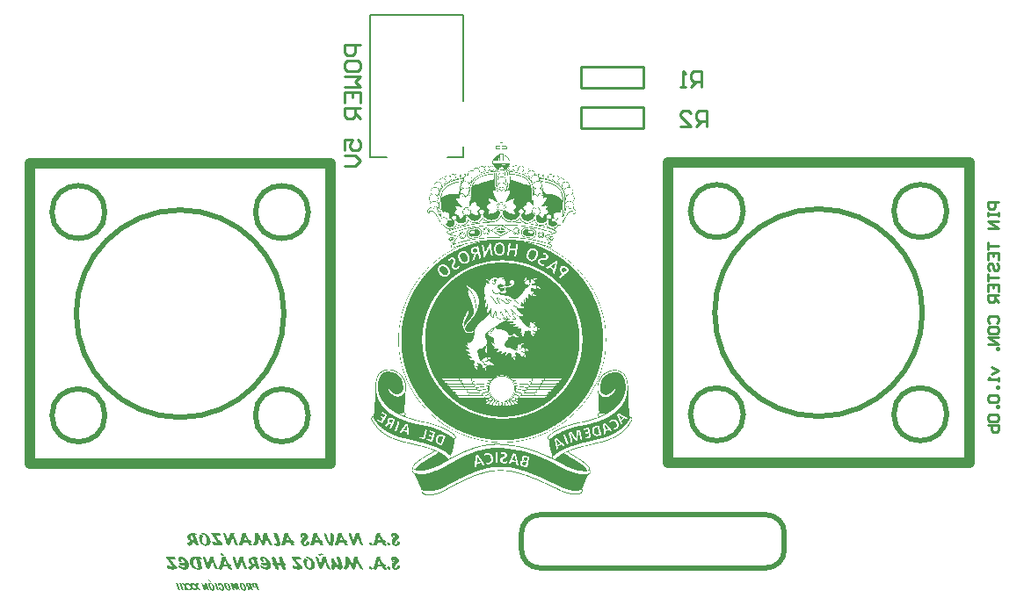
<source format=gbo>
G04*
G04 #@! TF.GenerationSoftware,Altium Limited,CircuitMaker,2.2.1 (2.2.1.6)*
G04*
G04 Layer_Color=13813960*
%FSLAX25Y25*%
%MOIN*%
G70*
G04*
G04 #@! TF.SameCoordinates,1CA14471-211C-46C3-BCAE-CC66E2904901*
G04*
G04*
G04 #@! TF.FilePolarity,Positive*
G04*
G01*
G75*
%ADD10C,0.01968*%
%ADD11C,0.03937*%
%ADD12C,0.01000*%
%ADD26C,0.00787*%
G36*
X197384Y178325D02*
X197463D01*
Y178246D01*
X197542D01*
Y177851D01*
X197621D01*
Y176981D01*
X199045D01*
Y176902D01*
X199124D01*
Y176823D01*
X199203D01*
Y176032D01*
X199124D01*
Y175953D01*
X197621D01*
Y173976D01*
X197859D01*
Y173660D01*
X198096D01*
Y173581D01*
X198333D01*
Y173502D01*
X198491D01*
Y173423D01*
X198649D01*
Y173344D01*
X198807D01*
Y173265D01*
X198966D01*
Y173186D01*
X199045D01*
Y173107D01*
X199124D01*
Y173028D01*
X199282D01*
Y172948D01*
X199361D01*
Y172869D01*
X199440D01*
Y172790D01*
X199519D01*
Y172711D01*
X199598D01*
Y172553D01*
X199677D01*
Y172474D01*
X199756D01*
Y172395D01*
X199835D01*
Y172237D01*
X199914D01*
Y172079D01*
X199994D01*
Y171921D01*
X200073D01*
Y171683D01*
X200152D01*
Y171604D01*
X200389D01*
Y170181D01*
X200152D01*
Y169944D01*
X200073D01*
Y169707D01*
X199994D01*
Y169548D01*
X199914D01*
Y169390D01*
X199835D01*
Y169232D01*
X199756D01*
Y169153D01*
X199677D01*
Y169074D01*
X199598D01*
Y168916D01*
X199835D01*
Y168995D01*
X199914D01*
Y169153D01*
X199994D01*
Y169232D01*
X200073D01*
Y169311D01*
X200152D01*
Y169390D01*
X200231D01*
Y169469D01*
X200389D01*
Y169548D01*
X201180D01*
Y169469D01*
X201338D01*
Y169390D01*
X201417D01*
Y169311D01*
X201496D01*
Y169232D01*
X201575D01*
Y169153D01*
X201733D01*
Y169311D01*
X201812D01*
Y169390D01*
X201970D01*
Y169469D01*
X202049D01*
Y169548D01*
X202207D01*
Y169627D01*
X202919D01*
Y169548D01*
X203156D01*
Y169469D01*
X203235D01*
Y169390D01*
X203314D01*
Y169311D01*
X203394D01*
Y169232D01*
X203472D01*
Y169153D01*
X203552D01*
Y169074D01*
X203710D01*
Y169153D01*
X203789D01*
Y169232D01*
X203868D01*
Y169311D01*
X204026D01*
Y169390D01*
X204263D01*
Y169469D01*
X204817D01*
Y169390D01*
X205054D01*
Y169311D01*
X205212D01*
Y169232D01*
X205291D01*
Y169153D01*
X205370D01*
Y169074D01*
X205449D01*
Y168995D01*
X205528D01*
Y168916D01*
X205607D01*
Y168758D01*
X205686D01*
Y168600D01*
X205845D01*
Y168679D01*
X205924D01*
Y168758D01*
X206082D01*
Y168837D01*
X206319D01*
Y168916D01*
X206793D01*
Y168837D01*
X207031D01*
Y168758D01*
X207189D01*
Y168679D01*
X207347D01*
Y168600D01*
X207426D01*
Y168520D01*
X207505D01*
Y168441D01*
X207584D01*
Y168283D01*
X207663D01*
Y168125D01*
X207742D01*
Y167888D01*
X207821D01*
Y167651D01*
X207900D01*
Y167730D01*
X208217D01*
Y167809D01*
X208770D01*
Y167730D01*
X209007D01*
Y167651D01*
X209166D01*
Y167572D01*
X209245D01*
Y167493D01*
X209403D01*
Y167414D01*
X209482D01*
Y167334D01*
X209561D01*
Y167255D01*
X209640D01*
Y167097D01*
X209719D01*
Y166939D01*
X209798D01*
Y166702D01*
X209877D01*
Y166465D01*
X210035D01*
Y166544D01*
X210193D01*
Y166623D01*
X210510D01*
Y166544D01*
X210747D01*
Y166465D01*
X210826D01*
Y166386D01*
X211459D01*
Y166465D01*
X211538D01*
Y166544D01*
X211696D01*
Y166623D01*
X212249D01*
Y166544D01*
X212407D01*
Y166465D01*
X212487D01*
Y166386D01*
X212565D01*
Y166307D01*
X212645D01*
Y166227D01*
X212803D01*
Y166148D01*
X213040D01*
Y166227D01*
X213119D01*
Y166307D01*
X213198D01*
Y166386D01*
X213277D01*
Y166465D01*
X213356D01*
Y166544D01*
X213514D01*
Y166623D01*
X214305D01*
Y166544D01*
X214463D01*
Y166465D01*
X214542D01*
Y166386D01*
X214700D01*
Y166227D01*
X214779D01*
Y166148D01*
X214859D01*
Y165990D01*
X214938D01*
Y166069D01*
X215017D01*
Y166148D01*
X215096D01*
Y166227D01*
X215254D01*
Y166307D01*
X215412D01*
Y166386D01*
X216203D01*
Y166307D01*
X216361D01*
Y166227D01*
X216440D01*
Y166148D01*
X216598D01*
Y166069D01*
X216677D01*
Y165911D01*
X216756D01*
Y165832D01*
X216835D01*
Y165674D01*
X216914D01*
Y165595D01*
X216993D01*
Y165674D01*
X217152D01*
Y165753D01*
X217310D01*
Y165832D01*
X217547D01*
Y165911D01*
X217942D01*
Y165832D01*
X218259D01*
Y165753D01*
X218417D01*
Y165674D01*
X218496D01*
Y165595D01*
X218575D01*
Y165516D01*
X218654D01*
Y165437D01*
X218733D01*
Y165358D01*
X218812D01*
Y165279D01*
X218891D01*
Y165120D01*
X218970D01*
Y164804D01*
X219049D01*
Y164725D01*
X219128D01*
Y164804D01*
X219286D01*
Y164883D01*
X219524D01*
Y164962D01*
X219998D01*
Y164883D01*
X220235D01*
Y164804D01*
X220393D01*
Y164725D01*
X220473D01*
Y164646D01*
X220631D01*
Y164567D01*
X220710D01*
Y164409D01*
X220789D01*
Y164330D01*
X220868D01*
Y164172D01*
X220947D01*
Y163935D01*
X221026D01*
Y163381D01*
X221105D01*
Y163460D01*
X221817D01*
Y163381D01*
X222054D01*
Y163302D01*
X222212D01*
Y163223D01*
X222291D01*
Y163144D01*
X222370D01*
Y163065D01*
X222528D01*
Y162907D01*
X222607D01*
Y162828D01*
X222687D01*
Y162748D01*
X222765D01*
Y162590D01*
X222845D01*
Y162353D01*
X222924D01*
Y161642D01*
X222845D01*
Y161404D01*
X223082D01*
Y161325D01*
X223240D01*
Y161246D01*
X223398D01*
Y161167D01*
X223556D01*
Y161088D01*
X223635D01*
Y161009D01*
X223714D01*
Y160930D01*
X223793D01*
Y160851D01*
X223872D01*
Y160772D01*
X223952D01*
Y160693D01*
X224031D01*
Y160535D01*
X224110D01*
Y160376D01*
X224189D01*
Y160060D01*
X224268D01*
Y159348D01*
X224189D01*
Y159032D01*
X224110D01*
Y158874D01*
X224031D01*
Y158795D01*
X223952D01*
Y158558D01*
X224110D01*
Y158479D01*
X224189D01*
Y158400D01*
X224268D01*
Y158320D01*
X224347D01*
Y158241D01*
X224426D01*
Y158162D01*
X224505D01*
Y158083D01*
X224584D01*
Y157925D01*
X224663D01*
Y157767D01*
X224742D01*
Y157530D01*
X224821D01*
Y156739D01*
X224742D01*
Y156423D01*
X224663D01*
Y156265D01*
X224584D01*
Y156107D01*
X224505D01*
Y156027D01*
X224426D01*
Y155948D01*
X224347D01*
Y155869D01*
X224268D01*
Y155790D01*
X224189D01*
Y155711D01*
X224110D01*
Y155632D01*
X224189D01*
Y155553D01*
X224268D01*
Y155474D01*
X224347D01*
Y155316D01*
X224426D01*
Y155237D01*
X224505D01*
Y155000D01*
X224584D01*
Y154762D01*
X224663D01*
Y153972D01*
X224584D01*
Y153735D01*
X224505D01*
Y153497D01*
X224426D01*
Y153418D01*
X224584D01*
Y153339D01*
X224663D01*
Y153260D01*
X224821D01*
Y153181D01*
X224900D01*
Y153102D01*
X224979D01*
Y153023D01*
X225059D01*
Y152865D01*
X225138D01*
Y152786D01*
X225217D01*
Y152628D01*
X225296D01*
Y152311D01*
X225375D01*
Y151995D01*
X225296D01*
Y151758D01*
X225217D01*
Y151600D01*
X225138D01*
Y151521D01*
X225059D01*
Y151442D01*
X224979D01*
Y151362D01*
X224821D01*
Y151283D01*
X224189D01*
Y151362D01*
X224268D01*
Y151442D01*
X224347D01*
Y151521D01*
X224426D01*
Y151600D01*
X224505D01*
Y151995D01*
X224347D01*
Y152074D01*
X224189D01*
Y152153D01*
X223793D01*
Y152074D01*
X223477D01*
Y151995D01*
X223240D01*
Y151916D01*
X223003D01*
Y151837D01*
X222845D01*
Y151758D01*
X222687D01*
Y151679D01*
X222607D01*
Y151521D01*
X222528D01*
Y151442D01*
X222449D01*
Y151362D01*
X222370D01*
Y151204D01*
X222291D01*
Y151125D01*
X222212D01*
Y150967D01*
X222133D01*
Y150888D01*
X222054D01*
Y150730D01*
X221975D01*
Y150651D01*
X221896D01*
Y150493D01*
X221817D01*
Y150335D01*
X221738D01*
Y150176D01*
X221659D01*
Y150097D01*
X221580D01*
Y149939D01*
X221500D01*
Y149781D01*
X221421D01*
Y149623D01*
X221342D01*
Y149465D01*
X221263D01*
Y149307D01*
X221184D01*
Y149148D01*
X221105D01*
Y149069D01*
X221026D01*
Y148911D01*
X220947D01*
Y148753D01*
X220868D01*
Y148674D01*
X220789D01*
Y148516D01*
X220710D01*
Y148437D01*
X220631D01*
Y148358D01*
X220552D01*
Y148516D01*
X220473D01*
Y148358D01*
X220552D01*
Y148120D01*
X220473D01*
Y147804D01*
X220393D01*
Y148674D01*
X220314D01*
Y148832D01*
X220235D01*
Y148990D01*
X220156D01*
Y149069D01*
X220077D01*
Y149148D01*
X219998D01*
Y149227D01*
X219919D01*
Y149307D01*
X219761D01*
Y149386D01*
X219524D01*
Y149465D01*
X218970D01*
Y149386D01*
X218733D01*
Y149307D01*
X218575D01*
Y149227D01*
X218496D01*
Y149148D01*
X218417D01*
Y149069D01*
X218338D01*
Y148990D01*
X218259D01*
Y148911D01*
X218179D01*
Y148832D01*
X218100D01*
Y148595D01*
X218021D01*
Y147804D01*
X218100D01*
Y147646D01*
X218179D01*
Y147488D01*
X218259D01*
Y147409D01*
X218338D01*
Y147330D01*
X218417D01*
Y147251D01*
X218496D01*
Y147172D01*
X218654D01*
Y147093D01*
X218812D01*
Y147014D01*
X219603D01*
Y146934D01*
X218891D01*
Y146855D01*
X218812D01*
Y146776D01*
X218733D01*
Y146697D01*
X218654D01*
Y146618D01*
X218575D01*
Y146539D01*
X218496D01*
Y146460D01*
X218417D01*
Y146381D01*
X218259D01*
Y146302D01*
X218179D01*
Y146223D01*
X218100D01*
Y146144D01*
X217942D01*
Y146065D01*
X217863D01*
Y145986D01*
X217784D01*
Y145907D01*
X217705D01*
Y145827D01*
X217547D01*
Y145748D01*
X217468D01*
Y145590D01*
X217389D01*
Y145511D01*
X217310D01*
Y145353D01*
X217231D01*
Y145116D01*
X217389D01*
Y145037D01*
X217626D01*
Y144958D01*
X217784D01*
Y144800D01*
X217863D01*
Y144325D01*
X217784D01*
Y144167D01*
X217705D01*
Y144088D01*
X217547D01*
Y144009D01*
X217468D01*
Y143930D01*
X217231D01*
Y143851D01*
X216835D01*
Y143930D01*
X216598D01*
Y144009D01*
X216361D01*
Y143772D01*
X216282D01*
Y143693D01*
X216598D01*
Y143297D01*
X216677D01*
Y142981D01*
X216519D01*
Y143060D01*
X216440D01*
Y143455D01*
X216203D01*
Y143376D01*
X215807D01*
Y143297D01*
X215491D01*
Y143218D01*
X215175D01*
Y143139D01*
X214779D01*
Y143060D01*
X214463D01*
Y142981D01*
X214147D01*
Y142902D01*
X213831D01*
Y142823D01*
X213910D01*
Y142665D01*
X213989D01*
Y142586D01*
X214068D01*
Y142428D01*
X214147D01*
Y142348D01*
X214226D01*
Y142190D01*
X214305D01*
Y142111D01*
X214384D01*
Y141953D01*
X214463D01*
Y141874D01*
X214542D01*
Y141716D01*
X214621D01*
Y141637D01*
X214700D01*
Y141479D01*
X214779D01*
Y141400D01*
X214859D01*
Y141242D01*
X214938D01*
Y141162D01*
X215017D01*
Y141004D01*
X215096D01*
Y140925D01*
X215175D01*
Y140767D01*
X215254D01*
Y140688D01*
X215333D01*
Y140530D01*
X215412D01*
Y140451D01*
X215570D01*
Y140530D01*
X215649D01*
Y140609D01*
X215728D01*
Y140688D01*
X215807D01*
Y140767D01*
X215966D01*
Y140846D01*
X216124D01*
Y140925D01*
X216282D01*
Y140846D01*
X216203D01*
Y140767D01*
X216124D01*
Y140688D01*
X216045D01*
Y140609D01*
X215966D01*
Y140530D01*
X215886D01*
Y140451D01*
X215807D01*
Y140372D01*
X215728D01*
Y140293D01*
X215649D01*
Y140214D01*
X215570D01*
Y140135D01*
X215491D01*
Y140055D01*
X215412D01*
Y140135D01*
X215333D01*
Y140293D01*
X215175D01*
Y140055D01*
X215096D01*
Y139976D01*
X215175D01*
Y139897D01*
X215333D01*
Y139818D01*
X215570D01*
Y139739D01*
X215728D01*
Y139660D01*
X215886D01*
Y139581D01*
X216045D01*
Y139502D01*
X216124D01*
Y139423D01*
X216203D01*
Y139186D01*
X216282D01*
Y139028D01*
X216203D01*
Y138790D01*
X216124D01*
Y138632D01*
X216045D01*
Y138553D01*
X215886D01*
Y138474D01*
X215570D01*
Y138553D01*
X215254D01*
Y138632D01*
X215017D01*
Y138711D01*
X214779D01*
Y138790D01*
X214621D01*
Y138869D01*
X214384D01*
Y138948D01*
X214147D01*
Y139028D01*
X213910D01*
Y139107D01*
X213672D01*
Y139186D01*
X213356D01*
Y139265D01*
X213277D01*
Y139186D01*
X213356D01*
Y139107D01*
X213593D01*
Y139028D01*
X213752D01*
Y138948D01*
X213910D01*
Y138869D01*
X214068D01*
Y138790D01*
X214305D01*
Y138711D01*
X214463D01*
Y138632D01*
X214621D01*
Y138553D01*
X214779D01*
Y138474D01*
X214938D01*
Y138395D01*
X215096D01*
Y138316D01*
X215254D01*
Y138237D01*
X215412D01*
Y138158D01*
X215570D01*
Y138079D01*
X215728D01*
Y138000D01*
X215886D01*
Y137920D01*
X216045D01*
Y137841D01*
X216124D01*
Y137762D01*
X216282D01*
Y137683D01*
X216440D01*
Y137604D01*
X216598D01*
Y137525D01*
X216756D01*
Y137446D01*
X216835D01*
Y137367D01*
X216993D01*
Y137288D01*
X217152D01*
Y137209D01*
X217310D01*
Y137130D01*
X217389D01*
Y137051D01*
X217547D01*
Y136972D01*
X217705D01*
Y136893D01*
X217863D01*
Y136814D01*
X217942D01*
Y136734D01*
X218100D01*
Y136655D01*
X218179D01*
Y136576D01*
X218338D01*
Y136497D01*
X218496D01*
Y136418D01*
X218575D01*
Y136339D01*
X218733D01*
Y136260D01*
X218812D01*
Y136181D01*
X218970D01*
Y136102D01*
X219049D01*
Y136023D01*
X219207D01*
Y135944D01*
X219366D01*
Y135865D01*
X219445D01*
Y135786D01*
X219603D01*
Y135707D01*
X219682D01*
Y135627D01*
X219761D01*
Y135548D01*
X219919D01*
Y135469D01*
X219998D01*
Y135390D01*
X220156D01*
Y135311D01*
X220235D01*
Y135232D01*
X220393D01*
Y135153D01*
X220473D01*
Y135074D01*
X220552D01*
Y134995D01*
X220710D01*
Y134916D01*
X220789D01*
Y134837D01*
X220947D01*
Y134758D01*
X221026D01*
Y134679D01*
X221105D01*
Y134600D01*
X221263D01*
Y134520D01*
X221342D01*
Y134441D01*
X221421D01*
Y134362D01*
X221500D01*
Y134283D01*
X221659D01*
Y134204D01*
X221738D01*
Y134125D01*
X221817D01*
Y134046D01*
X221975D01*
Y133967D01*
X222054D01*
Y133888D01*
X222133D01*
Y133809D01*
X222212D01*
Y133730D01*
X222370D01*
Y133651D01*
X222449D01*
Y133572D01*
X222528D01*
Y133493D01*
X222607D01*
Y133414D01*
X222687D01*
Y133335D01*
X222845D01*
Y133255D01*
X222924D01*
Y133176D01*
X223003D01*
Y133097D01*
X223082D01*
Y133018D01*
X223161D01*
Y132939D01*
X223319D01*
Y132860D01*
X223398D01*
Y132781D01*
X223477D01*
Y132702D01*
X223556D01*
Y132623D01*
X223635D01*
Y132544D01*
X223714D01*
Y132465D01*
X223793D01*
Y132386D01*
X223952D01*
Y132307D01*
X224031D01*
Y132228D01*
X224110D01*
Y132148D01*
X224189D01*
Y132069D01*
X224268D01*
Y131990D01*
X224347D01*
Y131911D01*
X224426D01*
Y131832D01*
X224505D01*
Y131753D01*
X224584D01*
Y131674D01*
X224663D01*
Y131595D01*
X224742D01*
Y131516D01*
X224821D01*
Y131437D01*
X224900D01*
Y131358D01*
X224979D01*
Y131279D01*
X225059D01*
Y131200D01*
X225138D01*
Y131121D01*
X225217D01*
Y131042D01*
X225296D01*
Y130962D01*
X225375D01*
Y130883D01*
X225454D01*
Y130804D01*
X225533D01*
Y130725D01*
X225612D01*
Y130646D01*
X225691D01*
Y130567D01*
X225770D01*
Y130488D01*
X225849D01*
Y130409D01*
X225928D01*
Y130330D01*
X226007D01*
Y130251D01*
X226086D01*
Y130172D01*
X226166D01*
Y130093D01*
X226245D01*
Y130014D01*
X226324D01*
Y129935D01*
X226403D01*
Y129855D01*
X226482D01*
Y129776D01*
X226561D01*
Y129697D01*
X226640D01*
Y129618D01*
X226719D01*
Y129539D01*
X226798D01*
Y129381D01*
X226877D01*
Y129302D01*
X226956D01*
Y129223D01*
X227035D01*
Y129144D01*
X227114D01*
Y129065D01*
X227193D01*
Y128986D01*
X227273D01*
Y128907D01*
X227352D01*
Y128828D01*
X227431D01*
Y128669D01*
X227510D01*
Y128590D01*
X227589D01*
Y128511D01*
X227668D01*
Y128432D01*
X227747D01*
Y128353D01*
X227826D01*
Y128195D01*
X227905D01*
Y128116D01*
X227984D01*
Y128037D01*
X228063D01*
Y127958D01*
X228142D01*
Y127879D01*
X228221D01*
Y127720D01*
X228300D01*
Y127641D01*
X228380D01*
Y127562D01*
X228459D01*
Y127483D01*
X228538D01*
Y127325D01*
X228617D01*
Y127246D01*
X228696D01*
Y127167D01*
X228775D01*
Y127009D01*
X228854D01*
Y126930D01*
X228933D01*
Y126851D01*
X229012D01*
Y126693D01*
X229091D01*
Y126614D01*
X229170D01*
Y126534D01*
X229249D01*
Y126376D01*
X229328D01*
Y126297D01*
X229407D01*
Y126218D01*
X229486D01*
Y126060D01*
X229566D01*
Y125981D01*
X229645D01*
Y125823D01*
X229724D01*
Y125744D01*
X229803D01*
Y125665D01*
X229882D01*
Y125507D01*
X229961D01*
Y125427D01*
X230040D01*
Y125269D01*
X230119D01*
Y125190D01*
X230198D01*
Y125032D01*
X230277D01*
Y124953D01*
X230356D01*
Y124795D01*
X230435D01*
Y124716D01*
X230514D01*
Y124558D01*
X230593D01*
Y124479D01*
X230673D01*
Y124320D01*
X230752D01*
Y124241D01*
X230831D01*
Y124083D01*
X230910D01*
Y123925D01*
X230989D01*
Y123846D01*
X231068D01*
Y123688D01*
X231147D01*
Y123609D01*
X231226D01*
Y123451D01*
X231305D01*
Y123293D01*
X231384D01*
Y123214D01*
X231463D01*
Y123055D01*
X231542D01*
Y122897D01*
X231621D01*
Y122739D01*
X231700D01*
Y122660D01*
X231780D01*
Y122502D01*
X231859D01*
Y122344D01*
X231938D01*
Y122186D01*
X232017D01*
Y122107D01*
X232096D01*
Y121948D01*
X232175D01*
Y121790D01*
X232254D01*
Y121632D01*
X232333D01*
Y121474D01*
X232412D01*
Y121316D01*
X232491D01*
Y121158D01*
X232570D01*
Y121000D01*
X232649D01*
Y120842D01*
X232728D01*
Y120683D01*
X232807D01*
Y120525D01*
X232887D01*
Y120367D01*
X232965D01*
Y120209D01*
X233045D01*
Y120051D01*
X233124D01*
Y119893D01*
X233203D01*
Y119735D01*
X233282D01*
Y119576D01*
X233361D01*
Y119339D01*
X233440D01*
Y119181D01*
X233519D01*
Y119023D01*
X233598D01*
Y118865D01*
X233677D01*
Y118628D01*
X233756D01*
Y118469D01*
X233835D01*
Y118232D01*
X233914D01*
Y118074D01*
X233993D01*
Y117916D01*
X234072D01*
Y117679D01*
X234152D01*
Y117520D01*
X234231D01*
Y117283D01*
X234310D01*
Y117046D01*
X234389D01*
Y116888D01*
X234468D01*
Y116651D01*
X234547D01*
Y116414D01*
X234626D01*
Y116176D01*
X234705D01*
Y115939D01*
X234784D01*
Y115702D01*
X234863D01*
Y115465D01*
X234942D01*
Y115227D01*
X235021D01*
Y114990D01*
X235100D01*
Y114753D01*
X235179D01*
Y114437D01*
X235259D01*
Y114200D01*
X235338D01*
Y113962D01*
X235417D01*
Y113646D01*
X235496D01*
Y113330D01*
X235575D01*
Y113014D01*
X235654D01*
Y112697D01*
X235733D01*
Y112381D01*
X235812D01*
Y112065D01*
X235891D01*
Y111669D01*
X235970D01*
Y111353D01*
X236049D01*
Y110958D01*
X236128D01*
Y110483D01*
X236207D01*
Y110088D01*
X236286D01*
Y109614D01*
X236366D01*
Y109060D01*
X236445D01*
Y108507D01*
X236524D01*
Y107874D01*
X236603D01*
Y107083D01*
X236682D01*
Y106055D01*
X236761D01*
Y104158D01*
X236840D01*
Y102814D01*
X236761D01*
Y100916D01*
X236682D01*
Y99888D01*
X236603D01*
Y99097D01*
X236524D01*
Y98465D01*
X236445D01*
Y97911D01*
X236366D01*
Y97358D01*
X236286D01*
Y96883D01*
X236207D01*
Y96409D01*
X236128D01*
Y96014D01*
X236049D01*
Y95618D01*
X235970D01*
Y95223D01*
X235891D01*
Y94907D01*
X235812D01*
Y94511D01*
X235733D01*
Y94195D01*
X235654D01*
Y93879D01*
X235575D01*
Y93562D01*
X235496D01*
Y93325D01*
X235417D01*
Y93009D01*
X235338D01*
Y92772D01*
X235259D01*
Y92455D01*
X235179D01*
Y92218D01*
X235100D01*
Y91981D01*
X235021D01*
Y91665D01*
X234942D01*
Y91427D01*
X234863D01*
Y91190D01*
X234784D01*
Y90953D01*
X234705D01*
Y90716D01*
X234626D01*
Y90558D01*
X234547D01*
Y90320D01*
X234468D01*
Y90083D01*
X234389D01*
Y89846D01*
X234310D01*
Y89688D01*
X234231D01*
Y89451D01*
X234152D01*
Y89293D01*
X234072D01*
Y89055D01*
X233993D01*
Y88897D01*
X233914D01*
Y88660D01*
X233835D01*
Y88502D01*
X233756D01*
Y88265D01*
X233677D01*
Y88107D01*
X233598D01*
Y87948D01*
X233519D01*
Y87790D01*
X233440D01*
Y87553D01*
X233361D01*
Y87395D01*
X233282D01*
Y87237D01*
X233203D01*
Y87079D01*
X233124D01*
Y86920D01*
X233045D01*
Y86762D01*
X232965D01*
Y86525D01*
X232887D01*
Y86367D01*
X232807D01*
Y86209D01*
X232728D01*
Y86051D01*
X232649D01*
Y85893D01*
X232570D01*
Y85734D01*
X232491D01*
Y85655D01*
X232412D01*
Y85497D01*
X232333D01*
Y85339D01*
X232254D01*
Y85181D01*
X232175D01*
Y85023D01*
X232096D01*
Y84865D01*
X232017D01*
Y84707D01*
X231938D01*
Y84627D01*
X231859D01*
Y84469D01*
X231780D01*
Y84311D01*
X231700D01*
Y84153D01*
X231621D01*
Y84074D01*
X231542D01*
Y83916D01*
X231463D01*
Y83758D01*
X231384D01*
Y83679D01*
X231305D01*
Y83521D01*
X231226D01*
Y83362D01*
X231147D01*
Y83204D01*
X231068D01*
Y83125D01*
X230989D01*
Y82967D01*
X230910D01*
Y82888D01*
X230831D01*
Y82730D01*
X230752D01*
Y82651D01*
X230673D01*
Y82493D01*
X230593D01*
Y82335D01*
X230514D01*
Y82255D01*
X230435D01*
Y82097D01*
X230356D01*
Y82018D01*
X230277D01*
Y81860D01*
X230198D01*
Y81781D01*
X230119D01*
Y81623D01*
X230040D01*
Y81544D01*
X229961D01*
Y81465D01*
X229882D01*
Y81307D01*
X229803D01*
Y81227D01*
X229724D01*
Y81069D01*
X229645D01*
Y80990D01*
X229566D01*
Y80832D01*
X229486D01*
Y80753D01*
X229407D01*
Y80674D01*
X229328D01*
Y80516D01*
X229249D01*
Y80437D01*
X229170D01*
Y80358D01*
X229091D01*
Y80200D01*
X229012D01*
Y80120D01*
X228933D01*
Y80041D01*
X228854D01*
Y79883D01*
X228775D01*
Y79804D01*
X228696D01*
Y79725D01*
X228617D01*
Y79567D01*
X228538D01*
Y79488D01*
X228459D01*
Y79409D01*
X228380D01*
Y79330D01*
X228300D01*
Y79172D01*
X228221D01*
Y79093D01*
X228142D01*
Y79014D01*
X228063D01*
Y78935D01*
X227984D01*
Y78776D01*
X227905D01*
Y78697D01*
X227826D01*
Y78618D01*
X227747D01*
Y78539D01*
X227668D01*
Y78460D01*
X227589D01*
Y78381D01*
X227510D01*
Y78223D01*
X227431D01*
Y78144D01*
X227352D01*
Y78065D01*
X227273D01*
Y77986D01*
X227193D01*
Y77907D01*
X227114D01*
Y77828D01*
X227035D01*
Y77669D01*
X226956D01*
Y77590D01*
X226877D01*
Y77511D01*
X226798D01*
Y77432D01*
X226719D01*
Y77353D01*
X226640D01*
Y77274D01*
X226561D01*
Y77195D01*
X226482D01*
Y77116D01*
X226403D01*
Y77037D01*
X226324D01*
Y76958D01*
X226245D01*
Y76879D01*
X226166D01*
Y76800D01*
X226086D01*
Y76641D01*
X226007D01*
Y76562D01*
X225928D01*
Y76483D01*
X225849D01*
Y76404D01*
X225770D01*
Y76325D01*
X225691D01*
Y76246D01*
X225612D01*
Y76167D01*
X225533D01*
Y76088D01*
X225454D01*
Y76009D01*
X225375D01*
Y75930D01*
X225296D01*
Y75851D01*
X225217D01*
Y75772D01*
X225138D01*
Y75693D01*
X225059D01*
Y75614D01*
X224979D01*
Y75534D01*
X224900D01*
Y75455D01*
X224821D01*
Y75376D01*
X224742D01*
Y75297D01*
X224663D01*
Y75218D01*
X224505D01*
Y75139D01*
X224426D01*
Y75060D01*
X224347D01*
Y74981D01*
X224268D01*
Y74902D01*
X224189D01*
Y74823D01*
X224110D01*
Y74744D01*
X224031D01*
Y74665D01*
X223952D01*
Y74586D01*
X223872D01*
Y74507D01*
X223793D01*
Y74427D01*
X223635D01*
Y74348D01*
X223556D01*
Y74269D01*
X223477D01*
Y74190D01*
X223398D01*
Y74111D01*
X223319D01*
Y74032D01*
X223240D01*
Y73953D01*
X223161D01*
Y73874D01*
X223003D01*
Y73795D01*
X222924D01*
Y73716D01*
X222845D01*
Y73637D01*
X222765D01*
Y73558D01*
X222687D01*
Y73479D01*
X222528D01*
Y73400D01*
X222449D01*
Y73321D01*
X222370D01*
Y73242D01*
X222291D01*
Y73162D01*
X222133D01*
Y73083D01*
X222054D01*
Y73004D01*
X221975D01*
Y72925D01*
X221896D01*
Y72846D01*
X221738D01*
Y72767D01*
X221659D01*
Y72688D01*
X221580D01*
Y72609D01*
X221500D01*
Y72530D01*
X221342D01*
Y72451D01*
X221263D01*
Y72372D01*
X221184D01*
Y72293D01*
X221026D01*
Y72214D01*
X220947D01*
Y72135D01*
X220868D01*
Y72055D01*
X220710D01*
Y71976D01*
X220631D01*
Y71897D01*
X220473D01*
Y71818D01*
X220393D01*
Y71739D01*
X220314D01*
Y71660D01*
X220156D01*
Y71581D01*
X220077D01*
Y71502D01*
X219919D01*
Y71423D01*
X219840D01*
Y71344D01*
X219682D01*
Y71265D01*
X219603D01*
Y71186D01*
X219445D01*
Y71107D01*
X219366D01*
Y71027D01*
X219207D01*
Y70948D01*
X219128D01*
Y70869D01*
X218970D01*
Y70790D01*
X218891D01*
Y70711D01*
X218733D01*
Y70632D01*
X218654D01*
Y70553D01*
X218496D01*
Y70474D01*
X218338D01*
Y70395D01*
X218259D01*
Y70316D01*
X218100D01*
Y70237D01*
X218021D01*
Y70158D01*
X217863D01*
Y70079D01*
X217705D01*
Y70000D01*
X217626D01*
Y69920D01*
X217468D01*
Y69841D01*
X217310D01*
Y69762D01*
X217231D01*
Y69683D01*
X217073D01*
Y69604D01*
X216914D01*
Y69525D01*
X216756D01*
Y69446D01*
X216598D01*
Y69367D01*
X216519D01*
Y69288D01*
X216361D01*
Y69209D01*
X216203D01*
Y69130D01*
X216045D01*
Y69051D01*
X215886D01*
Y68972D01*
X215728D01*
Y68893D01*
X215570D01*
Y68814D01*
X215412D01*
Y68735D01*
X215254D01*
Y68655D01*
X215096D01*
Y68576D01*
X214938D01*
Y68497D01*
X214779D01*
Y68418D01*
X214621D01*
Y68339D01*
X214463D01*
Y68260D01*
X214305D01*
Y68181D01*
X214147D01*
Y68102D01*
X213989D01*
Y68023D01*
X213831D01*
Y67944D01*
X213672D01*
Y67865D01*
X213435D01*
Y67786D01*
X213277D01*
Y67707D01*
X213119D01*
Y67628D01*
X212882D01*
Y67548D01*
X212724D01*
Y67469D01*
X212487D01*
Y67390D01*
X212328D01*
Y67311D01*
X212170D01*
Y67232D01*
X211933D01*
Y67153D01*
X211696D01*
Y67074D01*
X211538D01*
Y66995D01*
X211300D01*
Y66916D01*
X211063D01*
Y66837D01*
X210905D01*
Y66758D01*
X210668D01*
Y66679D01*
X210431D01*
Y66600D01*
X210193D01*
Y66521D01*
X209956D01*
Y66442D01*
X209719D01*
Y66362D01*
X209482D01*
Y66283D01*
X209245D01*
Y66204D01*
X209007D01*
Y66125D01*
X208691D01*
Y66046D01*
X208454D01*
Y65967D01*
X208138D01*
Y65888D01*
X207900D01*
Y65809D01*
X207584D01*
Y65730D01*
X207268D01*
Y65651D01*
X206952D01*
Y65572D01*
X206635D01*
Y65493D01*
X206319D01*
Y65414D01*
X205924D01*
Y65334D01*
X205528D01*
Y65255D01*
X205133D01*
Y65176D01*
X204738D01*
Y65097D01*
X204342D01*
Y65018D01*
X203868D01*
Y64939D01*
X203314D01*
Y64860D01*
X202761D01*
Y64781D01*
X202128D01*
Y64702D01*
X201496D01*
Y64623D01*
X200547D01*
Y64544D01*
X199282D01*
Y64465D01*
X195566D01*
Y64544D01*
X194221D01*
Y64623D01*
X193352D01*
Y64702D01*
X192640D01*
Y64781D01*
X192087D01*
Y64860D01*
X191454D01*
Y64939D01*
X190980D01*
Y65018D01*
X190505D01*
Y65097D01*
X190031D01*
Y65176D01*
X189635D01*
Y65255D01*
X189240D01*
Y65334D01*
X188924D01*
Y65414D01*
X188528D01*
Y65493D01*
X188212D01*
Y65572D01*
X187896D01*
Y65651D01*
X187580D01*
Y65730D01*
X187263D01*
Y65809D01*
X186947D01*
Y65888D01*
X186710D01*
Y65967D01*
X186393D01*
Y66046D01*
X186156D01*
Y66125D01*
X185840D01*
Y66204D01*
X185603D01*
Y66283D01*
X185366D01*
Y66362D01*
X185128D01*
Y66442D01*
X184891D01*
Y66521D01*
X184654D01*
Y66600D01*
X184417D01*
Y66679D01*
X184179D01*
Y66758D01*
X183942D01*
Y66837D01*
X183705D01*
Y66916D01*
X183547D01*
Y66995D01*
X183310D01*
Y67074D01*
X183072D01*
Y67153D01*
X182914D01*
Y67232D01*
X182677D01*
Y67311D01*
X182519D01*
Y67390D01*
X182282D01*
Y67469D01*
X182124D01*
Y67548D01*
X181966D01*
Y67628D01*
X181728D01*
Y67707D01*
X181570D01*
Y67786D01*
X181412D01*
Y67865D01*
X181175D01*
Y67944D01*
X181017D01*
Y68023D01*
X180859D01*
Y68102D01*
X180700D01*
Y68181D01*
X180542D01*
Y68260D01*
X180384D01*
Y68339D01*
X180147D01*
Y68418D01*
X179989D01*
Y68497D01*
X179831D01*
Y68576D01*
X179673D01*
Y68655D01*
X179514D01*
Y68735D01*
X179356D01*
Y68814D01*
X179198D01*
Y68893D01*
X179119D01*
Y68972D01*
X178961D01*
Y69051D01*
X178803D01*
Y69130D01*
X178645D01*
Y69209D01*
X178487D01*
Y69288D01*
X178328D01*
Y69367D01*
X178170D01*
Y69446D01*
X178091D01*
Y69525D01*
X177933D01*
Y69604D01*
X177775D01*
Y69683D01*
X177617D01*
Y69762D01*
X177538D01*
Y69841D01*
X177380D01*
Y69920D01*
X177221D01*
Y70000D01*
X177063D01*
Y70079D01*
X176984D01*
Y70158D01*
X176826D01*
Y70237D01*
X176747D01*
Y70316D01*
X176589D01*
Y70395D01*
X176431D01*
Y70474D01*
X176352D01*
Y70553D01*
X176193D01*
Y70632D01*
X176114D01*
Y70711D01*
X175956D01*
Y70790D01*
X175798D01*
Y70869D01*
X175719D01*
Y70948D01*
X175561D01*
Y71027D01*
X175482D01*
Y71107D01*
X175324D01*
Y71186D01*
X175245D01*
Y71265D01*
X175086D01*
Y71344D01*
X175007D01*
Y71423D01*
X174928D01*
Y71502D01*
X174770D01*
Y71581D01*
X174691D01*
Y71660D01*
X174533D01*
Y71739D01*
X174454D01*
Y71818D01*
X174296D01*
Y71897D01*
X174217D01*
Y71976D01*
X174138D01*
Y72055D01*
X173979D01*
Y72135D01*
X173900D01*
Y72214D01*
X173821D01*
Y72293D01*
X173663D01*
Y72372D01*
X173584D01*
Y72451D01*
X173505D01*
Y72530D01*
X173347D01*
Y72609D01*
X173268D01*
Y72688D01*
X173189D01*
Y72767D01*
X173031D01*
Y72846D01*
X172952D01*
Y72925D01*
X172872D01*
Y73004D01*
X172793D01*
Y73083D01*
X172635D01*
Y73162D01*
X172556D01*
Y73242D01*
X172477D01*
Y73321D01*
X172398D01*
Y73400D01*
X172240D01*
Y73479D01*
X172161D01*
Y73558D01*
X172082D01*
Y73637D01*
X172003D01*
Y73716D01*
X171924D01*
Y73795D01*
X171766D01*
Y73874D01*
X171686D01*
Y73953D01*
X171607D01*
Y74032D01*
X171528D01*
Y74111D01*
X171449D01*
Y74190D01*
X171370D01*
Y74269D01*
X171212D01*
Y74348D01*
X171133D01*
Y74427D01*
X171054D01*
Y74507D01*
X170975D01*
Y74586D01*
X170896D01*
Y74665D01*
X170817D01*
Y74744D01*
X170738D01*
Y74823D01*
X170659D01*
Y74902D01*
X170580D01*
Y74981D01*
X170500D01*
Y75060D01*
X170342D01*
Y75139D01*
X170263D01*
Y75218D01*
X170184D01*
Y75297D01*
X170105D01*
Y75376D01*
X170026D01*
Y75455D01*
X169947D01*
Y75534D01*
X169868D01*
Y75614D01*
X169789D01*
Y75693D01*
X169710D01*
Y75772D01*
X169631D01*
Y75851D01*
X169552D01*
Y75930D01*
X169473D01*
Y76009D01*
X169394D01*
Y76088D01*
X169314D01*
Y76167D01*
X169235D01*
Y76246D01*
X169156D01*
Y76325D01*
X169077D01*
Y76404D01*
X168998D01*
Y76483D01*
X168919D01*
Y76562D01*
X168840D01*
Y76641D01*
X168761D01*
Y76720D01*
X168682D01*
Y76800D01*
X168603D01*
Y76879D01*
X168524D01*
Y76958D01*
X168445D01*
Y77116D01*
X168366D01*
Y77195D01*
X168287D01*
Y77274D01*
X168207D01*
Y77353D01*
X168128D01*
Y77432D01*
X168049D01*
Y77511D01*
X167970D01*
Y77590D01*
X167891D01*
Y77669D01*
X167812D01*
Y77748D01*
X167733D01*
Y77907D01*
X167654D01*
Y77986D01*
X167575D01*
Y78065D01*
X167496D01*
Y78144D01*
X167417D01*
Y78223D01*
X167338D01*
Y78302D01*
X167259D01*
Y78460D01*
X167180D01*
Y78539D01*
X167100D01*
Y78618D01*
X167021D01*
Y78697D01*
X166942D01*
Y78776D01*
X166863D01*
Y78935D01*
X166784D01*
Y79014D01*
X166705D01*
Y79093D01*
X166626D01*
Y79172D01*
X166547D01*
Y79251D01*
X166468D01*
Y79409D01*
X166389D01*
Y79488D01*
X166310D01*
Y79567D01*
X166231D01*
Y79725D01*
X166152D01*
Y79804D01*
X166072D01*
Y79883D01*
X165993D01*
Y79962D01*
X165914D01*
Y80120D01*
X165835D01*
Y80200D01*
X165756D01*
Y80279D01*
X165677D01*
Y80437D01*
X165598D01*
Y80516D01*
X165519D01*
Y80595D01*
X165440D01*
Y80753D01*
X165361D01*
Y80832D01*
X165282D01*
Y80990D01*
X165203D01*
Y81069D01*
X165124D01*
Y81148D01*
X165045D01*
Y81307D01*
X164966D01*
Y81386D01*
X164886D01*
Y81544D01*
X164807D01*
Y81623D01*
X164728D01*
Y81781D01*
X164649D01*
Y81860D01*
X164570D01*
Y82018D01*
X164491D01*
Y82097D01*
X164412D01*
Y82255D01*
X164333D01*
Y82335D01*
X164254D01*
Y82493D01*
X164175D01*
Y82572D01*
X164096D01*
Y82730D01*
X164017D01*
Y82809D01*
X163938D01*
Y82967D01*
X163859D01*
Y83125D01*
X163779D01*
Y83204D01*
X163700D01*
Y83362D01*
X163621D01*
Y83521D01*
X163542D01*
Y83600D01*
X163463D01*
Y83758D01*
X163384D01*
Y83916D01*
X163305D01*
Y83995D01*
X163226D01*
Y84153D01*
X163147D01*
Y84311D01*
X163068D01*
Y84469D01*
X162989D01*
Y84548D01*
X162910D01*
Y84707D01*
X162831D01*
Y84865D01*
X162752D01*
Y85023D01*
X162672D01*
Y85181D01*
X162593D01*
Y85339D01*
X162514D01*
Y85418D01*
X162435D01*
Y85576D01*
X162356D01*
Y85734D01*
X162277D01*
Y85893D01*
X162198D01*
Y86051D01*
X162119D01*
Y86209D01*
X162040D01*
Y86367D01*
X161961D01*
Y86525D01*
X161882D01*
Y86683D01*
X161803D01*
Y86841D01*
X161724D01*
Y87000D01*
X161645D01*
Y87237D01*
X161566D01*
Y87395D01*
X161486D01*
Y87553D01*
X161407D01*
Y87711D01*
X161328D01*
Y87869D01*
X161249D01*
Y88107D01*
X161170D01*
Y88265D01*
X161091D01*
Y88423D01*
X161012D01*
Y88660D01*
X160933D01*
Y88818D01*
X160854D01*
Y89055D01*
X160775D01*
Y89214D01*
X160696D01*
Y89451D01*
X160617D01*
Y89609D01*
X160538D01*
Y89846D01*
X160459D01*
Y90083D01*
X160380D01*
Y90241D01*
X160300D01*
Y90479D01*
X160221D01*
Y90716D01*
X160142D01*
Y90953D01*
X160063D01*
Y91190D01*
X159984D01*
Y91427D01*
X159905D01*
Y91665D01*
X159826D01*
Y91902D01*
X159747D01*
Y92139D01*
X159668D01*
Y92455D01*
X159589D01*
Y92693D01*
X159510D01*
Y93009D01*
X159431D01*
Y93246D01*
X159352D01*
Y93562D01*
X159273D01*
Y93879D01*
X159194D01*
Y94195D01*
X159114D01*
Y94511D01*
X159035D01*
Y94828D01*
X158956D01*
Y95223D01*
X158877D01*
Y95539D01*
X158798D01*
Y95934D01*
X158719D01*
Y96409D01*
X158640D01*
Y96804D01*
X158561D01*
Y97279D01*
X158482D01*
Y97832D01*
X158403D01*
Y98386D01*
X158324D01*
Y99018D01*
X158245D01*
Y99730D01*
X158166D01*
Y100679D01*
X158087D01*
Y102260D01*
X158007D01*
Y104711D01*
X158087D01*
Y106214D01*
X158166D01*
Y107162D01*
X158245D01*
Y107953D01*
X158324D01*
Y108586D01*
X158403D01*
Y109139D01*
X158482D01*
Y109693D01*
X158561D01*
Y110167D01*
X158640D01*
Y110562D01*
X158719D01*
Y110958D01*
X158798D01*
Y111353D01*
X158877D01*
Y111748D01*
X158956D01*
Y112144D01*
X159035D01*
Y112460D01*
X159114D01*
Y112776D01*
X159194D01*
Y113093D01*
X159273D01*
Y113409D01*
X159352D01*
Y113646D01*
X159431D01*
Y113962D01*
X159510D01*
Y114279D01*
X159589D01*
Y114516D01*
X159668D01*
Y114753D01*
X159747D01*
Y115069D01*
X159826D01*
Y115307D01*
X159905D01*
Y115544D01*
X159984D01*
Y115781D01*
X160063D01*
Y116018D01*
X160142D01*
Y116255D01*
X160221D01*
Y116493D01*
X160300D01*
Y116651D01*
X160380D01*
Y116888D01*
X160459D01*
Y117125D01*
X160538D01*
Y117283D01*
X160617D01*
Y117520D01*
X160696D01*
Y117758D01*
X160775D01*
Y117916D01*
X160854D01*
Y118074D01*
X160933D01*
Y118311D01*
X161012D01*
Y118469D01*
X161091D01*
Y118707D01*
X161170D01*
Y118865D01*
X161249D01*
Y119023D01*
X161328D01*
Y119181D01*
X161407D01*
Y119418D01*
X161486D01*
Y119576D01*
X161566D01*
Y119735D01*
X161645D01*
Y119893D01*
X161724D01*
Y120051D01*
X161803D01*
Y120209D01*
X161882D01*
Y120446D01*
X161961D01*
Y120604D01*
X162040D01*
Y120762D01*
X162119D01*
Y120921D01*
X162198D01*
Y121079D01*
X162277D01*
Y121237D01*
X162356D01*
Y121316D01*
X162435D01*
Y121474D01*
X162514D01*
Y121632D01*
X162593D01*
Y121790D01*
X162672D01*
Y121948D01*
X162752D01*
Y122107D01*
X162831D01*
Y122265D01*
X162910D01*
Y122344D01*
X162989D01*
Y122502D01*
X163068D01*
Y122660D01*
X163147D01*
Y122818D01*
X163226D01*
Y122897D01*
X163305D01*
Y123055D01*
X163384D01*
Y123214D01*
X163463D01*
Y123293D01*
X163542D01*
Y123451D01*
X163621D01*
Y123609D01*
X163700D01*
Y123688D01*
X163779D01*
Y123846D01*
X163859D01*
Y124004D01*
X163938D01*
Y124083D01*
X164017D01*
Y124241D01*
X164096D01*
Y124320D01*
X164175D01*
Y124479D01*
X164254D01*
Y124637D01*
X164333D01*
Y124716D01*
X164412D01*
Y124874D01*
X164491D01*
Y124953D01*
X164570D01*
Y125111D01*
X164649D01*
Y125190D01*
X164728D01*
Y125348D01*
X164807D01*
Y125427D01*
X164886D01*
Y125507D01*
X164966D01*
Y125665D01*
X165045D01*
Y125744D01*
X165124D01*
Y125902D01*
X165203D01*
Y125981D01*
X165282D01*
Y126139D01*
X165361D01*
Y126218D01*
X165440D01*
Y126297D01*
X165519D01*
Y126455D01*
X165598D01*
Y126534D01*
X165677D01*
Y126614D01*
X165756D01*
Y126772D01*
X165835D01*
Y126851D01*
X165914D01*
Y126930D01*
X165993D01*
Y127088D01*
X166072D01*
Y127167D01*
X166152D01*
Y127246D01*
X166231D01*
Y127325D01*
X166310D01*
Y127483D01*
X166389D01*
Y127562D01*
X166468D01*
Y127641D01*
X166547D01*
Y127720D01*
X166626D01*
Y127879D01*
X166705D01*
Y127958D01*
X166784D01*
Y128037D01*
X166863D01*
Y128116D01*
X166942D01*
Y128274D01*
X167021D01*
Y128353D01*
X167100D01*
Y128432D01*
X167180D01*
Y128511D01*
X167259D01*
Y128590D01*
X167338D01*
Y128748D01*
X167417D01*
Y128828D01*
X167496D01*
Y128907D01*
X167575D01*
Y128986D01*
X167654D01*
Y129065D01*
X167733D01*
Y129144D01*
X167812D01*
Y129223D01*
X167891D01*
Y129381D01*
X167970D01*
Y129460D01*
X168049D01*
Y129539D01*
X168128D01*
Y129618D01*
X168207D01*
Y129697D01*
X168287D01*
Y129776D01*
X168366D01*
Y129855D01*
X168445D01*
Y129935D01*
X168524D01*
Y130014D01*
X168603D01*
Y130093D01*
X168682D01*
Y130172D01*
X168761D01*
Y130251D01*
X168840D01*
Y130409D01*
X168919D01*
Y130488D01*
X168998D01*
Y130567D01*
X169077D01*
Y130646D01*
X169156D01*
Y130725D01*
X169235D01*
Y130804D01*
X169314D01*
Y130883D01*
X169394D01*
Y130962D01*
X169473D01*
Y131042D01*
X169552D01*
Y131121D01*
X169631D01*
Y131200D01*
X169710D01*
Y131279D01*
X169789D01*
Y131358D01*
X169868D01*
Y131437D01*
X170026D01*
Y131516D01*
X170105D01*
Y131595D01*
X170184D01*
Y131674D01*
X170263D01*
Y131753D01*
X170342D01*
Y131832D01*
X170421D01*
Y131911D01*
X170500D01*
Y131990D01*
X170580D01*
Y132069D01*
X170659D01*
Y132148D01*
X170738D01*
Y132228D01*
X170817D01*
Y132307D01*
X170896D01*
Y132386D01*
X170975D01*
Y132465D01*
X171133D01*
Y132544D01*
X171212D01*
Y132623D01*
X171291D01*
Y132702D01*
X171370D01*
Y132781D01*
X171449D01*
Y132860D01*
X171528D01*
Y132939D01*
X171607D01*
Y133018D01*
X171766D01*
Y133097D01*
X171845D01*
Y133176D01*
X171924D01*
Y133255D01*
X172003D01*
Y133335D01*
X172082D01*
Y133414D01*
X172240D01*
Y133493D01*
X172319D01*
Y133572D01*
X172398D01*
Y133651D01*
X172477D01*
Y133730D01*
X172556D01*
Y133809D01*
X172714D01*
Y133888D01*
X172793D01*
Y133967D01*
X172872D01*
Y134046D01*
X172952D01*
Y134125D01*
X173110D01*
Y134204D01*
X173189D01*
Y134283D01*
X173268D01*
Y134362D01*
X173426D01*
Y134441D01*
X173505D01*
Y134520D01*
X173584D01*
Y134600D01*
X173742D01*
Y134679D01*
X173821D01*
Y134758D01*
X173900D01*
Y134837D01*
X174059D01*
Y134916D01*
X174138D01*
Y134995D01*
X174217D01*
Y135074D01*
X174375D01*
Y135153D01*
X174454D01*
Y135232D01*
X174612D01*
Y135311D01*
X174691D01*
Y135390D01*
X174849D01*
Y135469D01*
X174928D01*
Y135548D01*
X175007D01*
Y135627D01*
X175166D01*
Y135707D01*
X175245D01*
Y135786D01*
X175403D01*
Y135865D01*
X175482D01*
Y135944D01*
X175640D01*
Y136023D01*
X175719D01*
Y136102D01*
X175877D01*
Y136181D01*
X175956D01*
Y136260D01*
X176114D01*
Y136339D01*
X176272D01*
Y136418D01*
X176352D01*
Y136497D01*
X176510D01*
Y136576D01*
X176589D01*
Y136655D01*
X176747D01*
Y136734D01*
X176905D01*
Y136814D01*
X176984D01*
Y136893D01*
X177142D01*
Y136972D01*
X177300D01*
Y137051D01*
X177380D01*
Y137130D01*
X177538D01*
Y137209D01*
X177696D01*
Y137288D01*
X177854D01*
Y137367D01*
X177933D01*
Y137446D01*
X178091D01*
Y137525D01*
X178249D01*
Y137604D01*
X178407D01*
Y137683D01*
X178566D01*
Y137762D01*
X178645D01*
Y137841D01*
X178803D01*
Y137920D01*
X178961D01*
Y138000D01*
X179119D01*
Y138079D01*
X179277D01*
Y138158D01*
X179435D01*
Y138237D01*
X179594D01*
Y138316D01*
X179752D01*
Y138395D01*
X179910D01*
Y138474D01*
X180068D01*
Y138553D01*
X180226D01*
Y138632D01*
X180384D01*
Y138711D01*
X180542D01*
Y138790D01*
X180700D01*
Y138869D01*
X180938D01*
Y138948D01*
X181096D01*
Y139028D01*
X181254D01*
Y139107D01*
D01*
D01*
X181017D01*
Y139028D01*
X180780D01*
Y138948D01*
X180463D01*
Y138869D01*
X180226D01*
Y138790D01*
X179989D01*
Y138711D01*
X179752D01*
Y138632D01*
X179594D01*
Y138553D01*
X179356D01*
Y138474D01*
X179119D01*
Y138395D01*
X178882D01*
Y138316D01*
X178328D01*
Y138395D01*
X178249D01*
Y138474D01*
X178170D01*
Y138553D01*
X178091D01*
Y138632D01*
X178012D01*
Y138869D01*
X177933D01*
Y139186D01*
X178012D01*
Y139344D01*
X178091D01*
Y139423D01*
X178170D01*
Y139502D01*
X178249D01*
Y139581D01*
X178487D01*
Y139660D01*
X178645D01*
Y139739D01*
X178882D01*
Y139818D01*
X178961D01*
Y139976D01*
X178882D01*
Y140055D01*
X178803D01*
Y139897D01*
X178724D01*
Y139818D01*
X178645D01*
Y139897D01*
X178566D01*
Y139976D01*
X178487D01*
Y140055D01*
X178407D01*
Y140135D01*
X178328D01*
Y140214D01*
X178249D01*
Y140293D01*
X178170D01*
Y140372D01*
X178091D01*
Y140451D01*
X178012D01*
Y140530D01*
X177933D01*
Y140609D01*
X178012D01*
Y140530D01*
X178328D01*
Y140451D01*
X178407D01*
Y140372D01*
X178487D01*
Y140293D01*
X178566D01*
Y140214D01*
X178724D01*
Y140293D01*
X178803D01*
Y140451D01*
X178882D01*
Y140530D01*
X178961D01*
Y140609D01*
X179040D01*
Y140767D01*
X179119D01*
Y140846D01*
X179198D01*
Y141004D01*
X179277D01*
Y141083D01*
X179356D01*
Y141242D01*
X179435D01*
Y141321D01*
X179514D01*
Y141479D01*
X179594D01*
Y141558D01*
X179673D01*
Y141716D01*
X179752D01*
Y141795D01*
X179831D01*
Y141874D01*
X179910D01*
Y142032D01*
X179989D01*
Y142111D01*
X180068D01*
Y142269D01*
X180147D01*
Y142348D01*
X180226D01*
Y142507D01*
X180305D01*
Y142665D01*
X179989D01*
Y142744D01*
X179673D01*
Y142823D01*
X179277D01*
Y142902D01*
X178961D01*
Y142981D01*
X178645D01*
Y143060D01*
X178328D01*
Y143139D01*
X178012D01*
Y143218D01*
X177775D01*
Y142981D01*
X177696D01*
Y142665D01*
X177617D01*
Y142744D01*
X177459D01*
Y142823D01*
X177538D01*
Y143218D01*
X177617D01*
Y143535D01*
X177696D01*
Y143455D01*
X177775D01*
Y143614D01*
X177538D01*
Y143535D01*
X177063D01*
Y143614D01*
X176826D01*
Y143693D01*
X176747D01*
Y143772D01*
X176589D01*
Y143930D01*
X176510D01*
Y144088D01*
X176431D01*
Y144404D01*
X176510D01*
Y144562D01*
X176589D01*
Y144641D01*
X176747D01*
Y144720D01*
X176905D01*
Y144800D01*
X177142D01*
Y144879D01*
X177300D01*
Y145116D01*
X177221D01*
Y145353D01*
X177142D01*
Y145511D01*
X176826D01*
Y145590D01*
X176668D01*
Y145669D01*
X176431D01*
Y145748D01*
X176352D01*
Y145827D01*
X176193D01*
Y145907D01*
X176035D01*
Y145986D01*
X175956D01*
Y146065D01*
X175877D01*
Y146144D01*
X175719D01*
Y146223D01*
X175640D01*
Y146302D01*
X175561D01*
Y146381D01*
X175482D01*
Y146460D01*
X175403D01*
Y146539D01*
X175324D01*
Y146618D01*
X175245D01*
Y146776D01*
X175166D01*
Y146855D01*
X175086D01*
Y146934D01*
X175007D01*
Y147014D01*
X174691D01*
Y147093D01*
X174533D01*
Y147172D01*
X174375D01*
Y147251D01*
X174296D01*
Y147330D01*
X174217D01*
Y147409D01*
X174138D01*
Y147488D01*
X174059D01*
Y147567D01*
X173979D01*
Y147725D01*
X173900D01*
Y147883D01*
X173821D01*
Y148120D01*
X173742D01*
Y148437D01*
X173663D01*
Y148516D01*
X173584D01*
Y148595D01*
X173505D01*
Y148753D01*
X173426D01*
Y148832D01*
X173347D01*
Y148990D01*
X173268D01*
Y149148D01*
X173189D01*
Y149227D01*
X173110D01*
Y149386D01*
X173031D01*
Y149544D01*
X172952D01*
Y149702D01*
X172872D01*
Y149860D01*
X172793D01*
Y150018D01*
X172714D01*
Y150176D01*
X172635D01*
Y150255D01*
X172556D01*
Y150414D01*
X172477D01*
Y150572D01*
X172398D01*
Y150730D01*
X172319D01*
Y150809D01*
X172240D01*
Y150967D01*
X172161D01*
Y151046D01*
X172082D01*
Y151204D01*
X172003D01*
Y151283D01*
X171924D01*
Y151442D01*
X171845D01*
Y151521D01*
X171766D01*
Y151600D01*
X171686D01*
Y151758D01*
X171528D01*
Y151837D01*
X171449D01*
Y151916D01*
X171212D01*
Y151995D01*
X171054D01*
Y152074D01*
X170817D01*
Y152153D01*
X170580D01*
Y152232D01*
X170026D01*
Y152153D01*
X169868D01*
Y152074D01*
X169789D01*
Y151916D01*
X169710D01*
Y151837D01*
X169789D01*
Y151679D01*
X169868D01*
Y151600D01*
X169947D01*
Y151521D01*
X170026D01*
Y151442D01*
X170105D01*
Y151362D01*
X169473D01*
Y151442D01*
X169394D01*
Y151521D01*
X169235D01*
Y151600D01*
X169156D01*
Y151679D01*
X169077D01*
Y151837D01*
X168998D01*
Y152074D01*
X168919D01*
Y152469D01*
X168998D01*
Y152707D01*
X169077D01*
Y152865D01*
X169156D01*
Y153023D01*
X169235D01*
Y153102D01*
X169314D01*
Y153181D01*
X169394D01*
Y153260D01*
X169473D01*
Y153339D01*
X169552D01*
Y153418D01*
X169710D01*
Y153497D01*
X169868D01*
Y153576D01*
X169947D01*
Y153814D01*
X169868D01*
Y154130D01*
X169789D01*
Y154604D01*
X169868D01*
Y154920D01*
X169947D01*
Y155158D01*
X170026D01*
Y155316D01*
X170105D01*
Y155395D01*
X170184D01*
Y155553D01*
X170263D01*
Y155632D01*
X170342D01*
Y155711D01*
X170263D01*
Y155790D01*
X170184D01*
Y155869D01*
X170105D01*
Y155948D01*
X170026D01*
Y156107D01*
X169947D01*
Y156186D01*
X169868D01*
Y156344D01*
X169789D01*
Y156502D01*
X169710D01*
Y156897D01*
X169631D01*
Y157372D01*
X169710D01*
Y157688D01*
X169789D01*
Y157846D01*
X169868D01*
Y158004D01*
X169947D01*
Y158083D01*
X170026D01*
Y158241D01*
X170105D01*
Y158320D01*
X170184D01*
Y158400D01*
X170263D01*
Y158479D01*
X170421D01*
Y158558D01*
X170500D01*
Y158637D01*
X170580D01*
Y158716D01*
X170500D01*
Y158795D01*
X170421D01*
Y158953D01*
X170342D01*
Y159111D01*
X170263D01*
Y159507D01*
X170184D01*
Y159902D01*
X170263D01*
Y160297D01*
X170342D01*
Y160455D01*
X170421D01*
Y160614D01*
X170500D01*
Y160693D01*
X170580D01*
Y160851D01*
X170659D01*
Y160930D01*
X170738D01*
Y161009D01*
X170817D01*
Y161088D01*
X170975D01*
Y161167D01*
X171054D01*
Y161246D01*
X171212D01*
Y161325D01*
X171449D01*
Y161404D01*
X171607D01*
Y161800D01*
X171528D01*
Y162116D01*
X171607D01*
Y162511D01*
X171686D01*
Y162669D01*
X171766D01*
Y162828D01*
X171845D01*
Y162907D01*
X171924D01*
Y162986D01*
X172003D01*
Y163065D01*
X172082D01*
Y163144D01*
X172161D01*
Y163223D01*
X172319D01*
Y163302D01*
X172477D01*
Y163381D01*
X172714D01*
Y163460D01*
X173347D01*
Y163381D01*
X173505D01*
Y164093D01*
X173584D01*
Y164251D01*
X173663D01*
Y164409D01*
X173742D01*
Y164488D01*
X173821D01*
Y164567D01*
X173900D01*
Y164646D01*
X173979D01*
Y164725D01*
X174138D01*
Y164804D01*
X174217D01*
Y164883D01*
X174533D01*
Y164962D01*
X174928D01*
Y164883D01*
X175245D01*
Y164804D01*
X175403D01*
Y164725D01*
X175482D01*
Y165041D01*
X175561D01*
Y165200D01*
X175640D01*
Y165358D01*
X175719D01*
Y165437D01*
X175798D01*
Y165516D01*
X175877D01*
Y165595D01*
X175956D01*
Y165674D01*
X176114D01*
Y165753D01*
X176272D01*
Y165832D01*
X176589D01*
Y165911D01*
X176905D01*
Y165832D01*
X177142D01*
Y165753D01*
X177380D01*
Y165674D01*
X177459D01*
Y165595D01*
X177617D01*
Y165753D01*
X177696D01*
Y165911D01*
X177775D01*
Y165990D01*
X177854D01*
Y166069D01*
X177933D01*
Y166148D01*
X178012D01*
Y166227D01*
X178170D01*
Y166307D01*
X178328D01*
Y166386D01*
X179040D01*
Y166307D01*
X179277D01*
Y166227D01*
X179356D01*
Y166148D01*
X179435D01*
Y166069D01*
X179514D01*
Y165990D01*
X179594D01*
Y166069D01*
X179673D01*
Y166227D01*
X179752D01*
Y166307D01*
X179831D01*
Y166386D01*
X179910D01*
Y166465D01*
X179989D01*
Y166544D01*
X180147D01*
Y166623D01*
X180938D01*
Y166544D01*
X181096D01*
Y166465D01*
X181175D01*
Y166386D01*
X181254D01*
Y166307D01*
X181333D01*
Y166227D01*
X181412D01*
Y166148D01*
X181649D01*
Y166227D01*
X181807D01*
Y166307D01*
X181886D01*
Y166386D01*
X181966D01*
Y166465D01*
X182124D01*
Y166544D01*
X182282D01*
Y166623D01*
X182756D01*
Y166544D01*
X182914D01*
Y166465D01*
X183072D01*
Y166386D01*
X183626D01*
Y166465D01*
X183784D01*
Y166544D01*
X183942D01*
Y166623D01*
X184259D01*
Y166544D01*
X184338D01*
Y166623D01*
X184417D01*
Y166860D01*
X184496D01*
Y167018D01*
X184575D01*
Y167097D01*
X184654D01*
Y167255D01*
X184733D01*
Y167334D01*
X184891D01*
Y167414D01*
X184970D01*
Y167493D01*
X185128D01*
Y167572D01*
X185286D01*
Y167651D01*
X186156D01*
Y167572D01*
X186393D01*
Y167809D01*
X186472D01*
Y168046D01*
X186552D01*
Y168204D01*
X186631D01*
Y168362D01*
X186710D01*
Y168441D01*
X186789D01*
Y168520D01*
X186947D01*
Y168600D01*
X187026D01*
Y168679D01*
X187184D01*
Y168758D01*
X188054D01*
Y168679D01*
X188212D01*
Y168600D01*
X188370D01*
Y168520D01*
X188528D01*
Y168679D01*
X188607D01*
Y168837D01*
X188687D01*
Y168916D01*
X188766D01*
Y168995D01*
X188845D01*
Y169074D01*
X188924D01*
Y169153D01*
X189082D01*
Y169232D01*
X189240D01*
Y169311D01*
X189556D01*
Y169390D01*
X189794D01*
Y169311D01*
X190110D01*
Y169232D01*
X190268D01*
Y169153D01*
X190347D01*
Y169074D01*
X190505D01*
Y168995D01*
X190584D01*
Y168916D01*
X190663D01*
Y169074D01*
X190742D01*
Y169153D01*
X190821D01*
Y169232D01*
X190900D01*
Y169311D01*
X190980D01*
Y169390D01*
X191138D01*
Y169469D01*
X191375D01*
Y169548D01*
X191849D01*
Y169469D01*
X192087D01*
Y169390D01*
X192245D01*
Y169311D01*
X192324D01*
Y169232D01*
X192403D01*
Y169153D01*
X192482D01*
Y169074D01*
X192640D01*
Y169153D01*
X192719D01*
Y169232D01*
X192798D01*
Y169311D01*
X192956D01*
Y169390D01*
X193114D01*
Y169469D01*
X193747D01*
Y169390D01*
X193905D01*
Y169311D01*
X194063D01*
Y169232D01*
X194142D01*
Y169153D01*
X194221D01*
Y168995D01*
X194300D01*
Y168916D01*
X194538D01*
Y168995D01*
X194459D01*
Y169074D01*
X194379D01*
Y169232D01*
X194300D01*
Y169311D01*
X194221D01*
Y169469D01*
X194142D01*
Y169627D01*
X194063D01*
Y169865D01*
X193984D01*
Y170102D01*
X193905D01*
Y170181D01*
X193668D01*
Y171604D01*
X193984D01*
Y171762D01*
X194063D01*
Y172000D01*
X194142D01*
Y172158D01*
X194221D01*
Y172316D01*
X194300D01*
Y172395D01*
X194379D01*
Y172553D01*
X194459D01*
Y172632D01*
X194538D01*
Y172711D01*
X194617D01*
Y172790D01*
X194696D01*
Y172869D01*
X194775D01*
Y172948D01*
X194854D01*
Y173028D01*
X194933D01*
Y173107D01*
X195091D01*
Y173186D01*
X195170D01*
Y173265D01*
X195249D01*
Y173344D01*
X195407D01*
Y173423D01*
X195566D01*
Y173502D01*
X195724D01*
Y173581D01*
X195961D01*
Y173660D01*
X196277D01*
Y173976D01*
X196514D01*
Y175953D01*
X195091D01*
Y176032D01*
X195012D01*
Y176111D01*
X194933D01*
Y176744D01*
X195012D01*
Y176902D01*
X195091D01*
Y176981D01*
X196514D01*
Y178167D01*
X196593D01*
Y178325D01*
X196672D01*
Y178404D01*
X197384D01*
Y178325D01*
D02*
G37*
G36*
X220393Y147646D02*
X220314D01*
Y147804D01*
X220393D01*
Y147646D01*
D02*
G37*
G36*
X220314Y147567D02*
Y147488D01*
X220235D01*
Y147646D01*
X220314D01*
Y147567D01*
D02*
G37*
G36*
X220235Y147409D02*
X220156D01*
Y147488D01*
X220235D01*
Y147409D01*
D02*
G37*
G36*
X220156Y147330D02*
X220077D01*
Y147409D01*
X220156D01*
Y147330D01*
D02*
G37*
G36*
X220077Y147251D02*
X219998D01*
Y147330D01*
X220077D01*
Y147251D01*
D02*
G37*
G36*
X219998Y147172D02*
X219919D01*
Y147251D01*
X219998D01*
Y147172D01*
D02*
G37*
G36*
X219919Y147093D02*
X219761D01*
Y147172D01*
X219919D01*
Y147093D01*
D02*
G37*
G36*
X219761Y147014D02*
X219603D01*
Y147093D01*
X219761D01*
Y147014D01*
D02*
G37*
G36*
X179356Y142032D02*
X179277D01*
Y142111D01*
X179356D01*
Y142032D01*
D02*
G37*
G36*
X177775Y142428D02*
X178407D01*
Y142348D01*
X178961D01*
Y142269D01*
X179356D01*
Y142190D01*
X179119D01*
Y142111D01*
X178882D01*
Y142032D01*
X178566D01*
Y141953D01*
X178407D01*
Y141874D01*
X178249D01*
Y141953D01*
X178170D01*
Y142111D01*
X177854D01*
Y142190D01*
X177617D01*
Y142348D01*
X177538D01*
Y142111D01*
X177617D01*
Y141953D01*
X177538D01*
Y141716D01*
X177459D01*
Y141479D01*
X177221D01*
Y141400D01*
X177063D01*
Y141321D01*
X176905D01*
Y141400D01*
X176984D01*
Y141479D01*
X177063D01*
Y141637D01*
X177142D01*
Y141795D01*
X177221D01*
Y141953D01*
X177300D01*
Y142111D01*
X177380D01*
Y142269D01*
X177459D01*
Y142428D01*
X177538D01*
Y142507D01*
X177775D01*
Y142428D01*
D02*
G37*
G36*
X216519Y142665D02*
X216598D01*
Y142507D01*
X216677D01*
Y142348D01*
X216756D01*
Y142269D01*
X216835D01*
Y142111D01*
X216914D01*
Y142032D01*
Y141953D01*
X216993D01*
Y141795D01*
X217073D01*
Y141637D01*
X216835D01*
Y141716D01*
X216677D01*
Y141953D01*
X216598D01*
Y142032D01*
X216519D01*
Y142190D01*
X216440D01*
Y142428D01*
X216519D01*
Y142665D01*
X216440D01*
Y142507D01*
X216361D01*
Y142428D01*
X215966D01*
Y142348D01*
X215886D01*
Y142190D01*
X215807D01*
Y142111D01*
X215728D01*
Y142190D01*
X215570D01*
Y142348D01*
X215017D01*
Y142428D01*
X214779D01*
Y142586D01*
X215333D01*
Y142665D01*
X215966D01*
Y142744D01*
X216519D01*
Y142665D01*
D02*
G37*
G36*
X214859Y142269D02*
X215096D01*
Y142190D01*
X215333D01*
Y142111D01*
X215491D01*
Y142032D01*
X215728D01*
Y141953D01*
X215886D01*
Y141874D01*
X216124D01*
Y141716D01*
X216045D01*
Y141558D01*
X215966D01*
Y141400D01*
X215886D01*
Y141162D01*
X215807D01*
Y141242D01*
X215728D01*
Y141321D01*
X215649D01*
Y141400D01*
X215570D01*
Y141479D01*
X215491D01*
Y141558D01*
X215412D01*
Y141637D01*
X215333D01*
Y141716D01*
X215254D01*
Y141795D01*
X215175D01*
Y141874D01*
X215096D01*
Y141953D01*
X215017D01*
Y142032D01*
X214938D01*
Y142111D01*
X214859D01*
Y142190D01*
X214779D01*
Y142269D01*
X214700D01*
Y142348D01*
X214859D01*
Y142269D01*
D02*
G37*
G36*
X216361Y141716D02*
X216519D01*
Y141637D01*
X216756D01*
Y141558D01*
X216914D01*
Y141479D01*
X216835D01*
Y141400D01*
X216677D01*
Y141321D01*
X216519D01*
Y141242D01*
X216282D01*
Y141162D01*
X216124D01*
Y141083D01*
X215966D01*
Y141242D01*
Y141321D01*
X216045D01*
Y141479D01*
X216124D01*
Y141637D01*
X216203D01*
Y141795D01*
X216361D01*
Y141716D01*
D02*
G37*
G36*
Y140925D02*
X216282D01*
Y141004D01*
X216361D01*
Y140925D01*
D02*
G37*
G36*
X179277Y141953D02*
X179198D01*
Y141874D01*
X179119D01*
Y141795D01*
X179040D01*
Y141716D01*
X178961D01*
Y141637D01*
X178882D01*
Y141558D01*
X178803D01*
Y141479D01*
X178724D01*
Y141400D01*
X178645D01*
Y141321D01*
X178566D01*
Y141242D01*
X178487D01*
Y141162D01*
X178407D01*
Y141004D01*
X178328D01*
Y140925D01*
X178170D01*
Y141083D01*
X178091D01*
Y141242D01*
X178012D01*
Y141479D01*
X177933D01*
Y141558D01*
X178012D01*
Y141637D01*
X178249D01*
Y141716D01*
X178407D01*
Y141795D01*
X178645D01*
Y141874D01*
X178803D01*
Y141953D01*
X179040D01*
Y142032D01*
X179277D01*
Y141953D01*
D02*
G37*
G36*
X177854Y141400D02*
X177933D01*
Y141162D01*
X178012D01*
Y141004D01*
X178091D01*
Y140767D01*
X178012D01*
Y140846D01*
X177775D01*
Y140925D01*
X177617D01*
Y141004D01*
X177459D01*
Y141083D01*
X177300D01*
Y141162D01*
X177142D01*
Y141242D01*
X177221D01*
Y141321D01*
X177380D01*
Y141400D01*
X177617D01*
Y141479D01*
X177854D01*
Y141400D01*
D02*
G37*
G36*
X155161Y92139D02*
X155635D01*
Y92060D01*
X155952D01*
Y91981D01*
X156268D01*
Y91902D01*
X156426D01*
Y91823D01*
X156663D01*
Y91744D01*
X156900D01*
Y91665D01*
X157059D01*
Y91586D01*
X157217D01*
Y91507D01*
X157375D01*
Y91427D01*
X157533D01*
Y91348D01*
X157612D01*
Y91269D01*
X157770D01*
Y91190D01*
X157849D01*
Y91111D01*
X158007D01*
Y91032D01*
X158087D01*
Y90953D01*
X158245D01*
Y90874D01*
X158324D01*
Y90795D01*
X158403D01*
Y90716D01*
X158561D01*
Y90637D01*
X158640D01*
Y90558D01*
X158719D01*
Y90479D01*
X158798D01*
Y90400D01*
X158877D01*
Y90320D01*
X158956D01*
Y90241D01*
X159035D01*
Y90162D01*
X159114D01*
Y90083D01*
X159194D01*
Y90004D01*
X159273D01*
Y89925D01*
X159352D01*
Y89767D01*
X159431D01*
Y89688D01*
X159510D01*
Y89609D01*
X159589D01*
Y89530D01*
X159668D01*
Y89372D01*
X159747D01*
Y89293D01*
X159826D01*
Y89135D01*
X159905D01*
Y88976D01*
X159984D01*
Y88897D01*
X160063D01*
Y88739D01*
X160142D01*
Y88581D01*
X160221D01*
Y88423D01*
X160300D01*
Y88186D01*
X160380D01*
Y88028D01*
X160459D01*
Y87790D01*
X160538D01*
Y87553D01*
X160617D01*
Y87316D01*
X160696D01*
Y87079D01*
X160775D01*
Y86762D01*
X160854D01*
Y86288D01*
X160933D01*
Y84311D01*
X160854D01*
Y83916D01*
X160775D01*
Y83679D01*
X160696D01*
Y83442D01*
X160617D01*
Y82888D01*
X160538D01*
Y81386D01*
X160459D01*
Y78697D01*
X160380D01*
Y77353D01*
X160300D01*
Y76325D01*
X160221D01*
Y75930D01*
X160380D01*
Y75851D01*
X160459D01*
Y75772D01*
X160538D01*
Y75693D01*
X160617D01*
Y75614D01*
X160696D01*
Y75376D01*
X160775D01*
Y75060D01*
X160696D01*
Y74823D01*
X160617D01*
Y74744D01*
X160538D01*
Y74665D01*
X160459D01*
Y74586D01*
X160380D01*
Y74427D01*
X160538D01*
Y74348D01*
X160775D01*
Y74269D01*
X161012D01*
Y74190D01*
X161170D01*
Y74111D01*
X161407D01*
Y74032D01*
X161645D01*
Y73953D01*
X161882D01*
Y73874D01*
X162040D01*
Y73795D01*
X162277D01*
Y73716D01*
X162514D01*
Y73637D01*
X162831D01*
Y73558D01*
X163068D01*
Y73479D01*
X163305D01*
Y73400D01*
X163621D01*
Y73321D01*
X163859D01*
Y73242D01*
X164175D01*
Y73162D01*
X164412D01*
Y73083D01*
X164728D01*
Y73004D01*
X165045D01*
Y72925D01*
X165361D01*
Y72846D01*
X165677D01*
Y72767D01*
X166072D01*
Y72688D01*
X166389D01*
Y72609D01*
X166784D01*
Y72530D01*
X167180D01*
Y72451D01*
X167575D01*
Y72372D01*
X167970D01*
Y72293D01*
X168287D01*
Y72214D01*
X168682D01*
Y72135D01*
X168998D01*
Y72055D01*
X169314D01*
Y71976D01*
X169631D01*
Y71897D01*
X169947D01*
Y71818D01*
X170184D01*
Y71739D01*
X170500D01*
Y71660D01*
X170738D01*
Y71581D01*
X171054D01*
Y71502D01*
X171291D01*
Y71423D01*
X171528D01*
Y71344D01*
X171766D01*
Y71265D01*
X172003D01*
Y71186D01*
X172240D01*
Y71107D01*
X172477D01*
Y71027D01*
X172714D01*
Y70948D01*
X172952D01*
Y70869D01*
X173189D01*
Y70790D01*
X173347D01*
Y70711D01*
X173584D01*
Y70632D01*
X173742D01*
Y70553D01*
X173979D01*
Y70474D01*
X174138D01*
Y70395D01*
X174375D01*
Y70316D01*
X174533D01*
Y70237D01*
X174691D01*
Y70158D01*
X174928D01*
Y70079D01*
X175086D01*
Y70000D01*
X175245D01*
Y69920D01*
X175403D01*
Y69841D01*
X175561D01*
Y69762D01*
X175719D01*
Y69683D01*
X175877D01*
Y69604D01*
X176035D01*
Y69525D01*
X176193D01*
Y69446D01*
X176352D01*
Y69367D01*
X176510D01*
Y69288D01*
X176668D01*
Y69209D01*
X176826D01*
Y69130D01*
X176905D01*
Y69051D01*
X177063D01*
Y68972D01*
X177221D01*
Y68893D01*
X177300D01*
Y68814D01*
X177459D01*
Y68735D01*
X177617D01*
Y68655D01*
X177696D01*
Y68576D01*
X177854D01*
Y68497D01*
X177933D01*
Y68418D01*
X178091D01*
Y68339D01*
X178170D01*
Y68260D01*
X178249D01*
Y68181D01*
X178407D01*
Y68102D01*
X178487D01*
Y68023D01*
X178566D01*
Y67944D01*
X178724D01*
Y67865D01*
X178803D01*
Y67786D01*
X178882D01*
Y67707D01*
X178961D01*
Y67628D01*
X179119D01*
Y67548D01*
X179198D01*
Y67469D01*
X179277D01*
Y67311D01*
X179435D01*
Y67232D01*
X179594D01*
Y67153D01*
X179673D01*
Y67074D01*
X179752D01*
Y66916D01*
X179831D01*
Y66204D01*
X179752D01*
Y66046D01*
X179673D01*
Y65967D01*
X179594D01*
Y65888D01*
X179514D01*
Y65809D01*
X179356D01*
Y65730D01*
X179277D01*
Y65651D01*
X179198D01*
Y64227D01*
X179119D01*
Y63674D01*
X179040D01*
Y63200D01*
X178961D01*
Y62725D01*
X178882D01*
Y62330D01*
X178803D01*
Y62014D01*
X178724D01*
Y61697D01*
X178645D01*
Y61460D01*
X178566D01*
Y61144D01*
X178487D01*
Y60907D01*
X178407D01*
Y60669D01*
X178328D01*
Y60432D01*
X178249D01*
Y60274D01*
X178170D01*
Y60037D01*
X178091D01*
Y59879D01*
X178012D01*
Y59404D01*
X178091D01*
Y58772D01*
X178012D01*
Y58693D01*
X178170D01*
Y58772D01*
X178328D01*
Y58851D01*
X178487D01*
Y58930D01*
X178645D01*
Y59009D01*
X178803D01*
Y59088D01*
X178961D01*
Y59167D01*
X179119D01*
Y59246D01*
X179277D01*
Y59325D01*
X179435D01*
Y59404D01*
X179594D01*
Y59483D01*
X179673D01*
Y59562D01*
X179831D01*
Y59641D01*
X179989D01*
Y59720D01*
X180147D01*
Y59800D01*
X180305D01*
Y59879D01*
X180463D01*
Y59958D01*
X180621D01*
Y60037D01*
X180780D01*
Y60116D01*
X181017D01*
Y60195D01*
X181175D01*
Y60274D01*
X181333D01*
Y60353D01*
X181491D01*
Y60432D01*
X181649D01*
Y60511D01*
X181807D01*
Y60590D01*
X181966D01*
Y60669D01*
X182124D01*
Y60748D01*
X182361D01*
Y60827D01*
X182519D01*
Y60907D01*
X182677D01*
Y60986D01*
X182835D01*
Y61065D01*
X183072D01*
Y61144D01*
X183231D01*
Y61223D01*
X183389D01*
Y61302D01*
X183626D01*
Y61381D01*
X183784D01*
Y61460D01*
X184021D01*
Y61539D01*
X184179D01*
Y61618D01*
X184417D01*
Y61697D01*
X184575D01*
Y61776D01*
X184812D01*
Y61855D01*
X184970D01*
Y61935D01*
X185207D01*
Y62014D01*
X185445D01*
Y62093D01*
X185603D01*
Y62172D01*
X185840D01*
Y62251D01*
X186077D01*
Y62330D01*
X186314D01*
Y62409D01*
X186552D01*
Y62488D01*
X186789D01*
Y62567D01*
X187026D01*
Y62646D01*
X187263D01*
Y62725D01*
X187580D01*
Y62804D01*
X187817D01*
Y62883D01*
X188133D01*
Y62962D01*
X188370D01*
Y63042D01*
X188687D01*
Y63121D01*
X189003D01*
Y63200D01*
X189319D01*
Y63279D01*
X189714D01*
Y63358D01*
X190031D01*
Y63437D01*
X190426D01*
Y63516D01*
X190821D01*
Y63595D01*
X191296D01*
Y63674D01*
X191849D01*
Y63753D01*
X192403D01*
Y63832D01*
X193193D01*
Y63911D01*
X194379D01*
Y63990D01*
X196672D01*
Y63911D01*
X197938D01*
Y63832D01*
X198807D01*
Y63753D01*
X199440D01*
Y63674D01*
X199994D01*
Y63595D01*
X200547D01*
Y63516D01*
X201021D01*
Y63437D01*
X201496D01*
Y63358D01*
X202128D01*
Y63279D01*
X202682D01*
Y63200D01*
X203156D01*
Y63121D01*
X203631D01*
Y63042D01*
X204026D01*
Y62962D01*
X204342D01*
Y62883D01*
X204738D01*
Y62804D01*
X205133D01*
Y62725D01*
X205449D01*
Y62646D01*
X205766D01*
Y62567D01*
X206082D01*
Y62488D01*
X206319D01*
Y62409D01*
X206635D01*
Y62330D01*
X206873D01*
Y62251D01*
X207189D01*
Y62172D01*
X207426D01*
Y62093D01*
X207742D01*
Y62014D01*
X207979D01*
Y61935D01*
X208217D01*
Y61855D01*
X208454D01*
Y61776D01*
X208691D01*
Y61697D01*
X208928D01*
Y61618D01*
X209166D01*
Y61539D01*
X209403D01*
Y61460D01*
X209561D01*
Y61381D01*
X209798D01*
Y61302D01*
X210035D01*
Y61223D01*
X210273D01*
Y61144D01*
X210431D01*
Y61065D01*
X210668D01*
Y60986D01*
X210826D01*
Y60907D01*
X211063D01*
Y60827D01*
X211300D01*
Y60748D01*
X211459D01*
Y60669D01*
X211696D01*
Y60590D01*
X211854D01*
Y60511D01*
X212091D01*
Y60432D01*
X212249D01*
Y60353D01*
X212407D01*
Y60274D01*
X212645D01*
Y60195D01*
X212803D01*
Y60116D01*
X213040D01*
Y60037D01*
X213198D01*
Y59958D01*
X213356D01*
Y59879D01*
X213514D01*
Y59800D01*
X213752D01*
Y59720D01*
X213910D01*
Y59641D01*
X214068D01*
Y59562D01*
X214226D01*
Y59483D01*
X214463D01*
Y59404D01*
X214621D01*
Y59325D01*
X214779D01*
Y59246D01*
X214938D01*
Y59167D01*
X215096D01*
Y59088D01*
X215333D01*
Y59009D01*
X215491D01*
Y58930D01*
X215649D01*
Y58851D01*
X215807D01*
Y58772D01*
X215966D01*
Y58693D01*
X216124D01*
Y58614D01*
X216282D01*
Y59088D01*
X216361D01*
Y59325D01*
X216440D01*
Y59483D01*
X216361D01*
Y59720D01*
X216282D01*
Y59879D01*
X216203D01*
Y60116D01*
X216124D01*
Y60353D01*
X216045D01*
Y60590D01*
X215966D01*
Y60748D01*
X215886D01*
Y61065D01*
X215807D01*
Y61302D01*
X215728D01*
Y61618D01*
X215649D01*
Y61935D01*
X215570D01*
Y62251D01*
X215491D01*
Y62646D01*
X215412D01*
Y63121D01*
X215333D01*
Y63674D01*
X215254D01*
Y64386D01*
X215175D01*
Y65493D01*
X215096D01*
Y65572D01*
X214859D01*
Y65651D01*
X214779D01*
Y65730D01*
X214700D01*
Y65888D01*
X214621D01*
Y66046D01*
X214542D01*
Y66679D01*
X214621D01*
Y66837D01*
X214700D01*
Y66916D01*
X214779D01*
Y66995D01*
X214938D01*
Y67074D01*
X215017D01*
Y67153D01*
X215096D01*
Y66995D01*
X215175D01*
Y67311D01*
X215333D01*
Y67390D01*
X215412D01*
Y67469D01*
X215491D01*
Y67548D01*
X215570D01*
Y67628D01*
X215649D01*
Y67707D01*
X215807D01*
Y67786D01*
X215886D01*
Y67865D01*
X215966D01*
Y67944D01*
X216124D01*
Y68023D01*
X216203D01*
Y68102D01*
X216361D01*
Y68181D01*
X216440D01*
Y68260D01*
X216519D01*
Y68339D01*
X216677D01*
Y68418D01*
X216835D01*
Y68497D01*
X216914D01*
Y68576D01*
X217073D01*
Y68655D01*
X217152D01*
Y68735D01*
X217310D01*
Y68814D01*
X217468D01*
Y68893D01*
X217626D01*
Y68972D01*
X217705D01*
Y69051D01*
X217863D01*
Y69130D01*
X218021D01*
Y69209D01*
X218179D01*
Y69288D01*
X218338D01*
Y69367D01*
X218496D01*
Y69446D01*
X218654D01*
Y69525D01*
X218812D01*
Y69604D01*
X218970D01*
Y69683D01*
X219128D01*
Y69762D01*
X219286D01*
Y69841D01*
X219445D01*
Y69920D01*
X219682D01*
Y70000D01*
X219840D01*
Y70079D01*
X219998D01*
Y70158D01*
X220235D01*
Y70237D01*
X220393D01*
Y70316D01*
X220631D01*
Y70395D01*
X220789D01*
Y70474D01*
X221026D01*
Y70553D01*
X221184D01*
Y70632D01*
X221421D01*
Y70711D01*
X221659D01*
Y70790D01*
X221896D01*
Y70869D01*
X222133D01*
Y70948D01*
X222370D01*
Y71027D01*
X222607D01*
Y71107D01*
X222845D01*
Y71186D01*
X223082D01*
Y71265D01*
X223319D01*
Y71344D01*
X223556D01*
Y71423D01*
X223872D01*
Y71502D01*
X224110D01*
Y71581D01*
X224426D01*
Y71660D01*
X224742D01*
Y71739D01*
X225059D01*
Y71818D01*
X225375D01*
Y71897D01*
X225691D01*
Y71976D01*
X226007D01*
Y72055D01*
X226403D01*
Y72135D01*
X226719D01*
Y72214D01*
X227114D01*
Y72293D01*
X227589D01*
Y72372D01*
X227984D01*
Y72451D01*
X228300D01*
Y72530D01*
X228696D01*
Y72609D01*
X229012D01*
Y72688D01*
X229328D01*
Y72767D01*
X229645D01*
Y72846D01*
X229961D01*
Y72925D01*
X230198D01*
Y73004D01*
X230514D01*
Y73083D01*
X230752D01*
Y73162D01*
X231068D01*
Y73242D01*
X231305D01*
Y73321D01*
X231542D01*
Y73400D01*
X231859D01*
Y73479D01*
X232096D01*
Y73558D01*
X232333D01*
Y73637D01*
X232491D01*
Y73716D01*
X232728D01*
Y73795D01*
X232965D01*
Y73874D01*
X233203D01*
Y73953D01*
X233440D01*
Y74032D01*
X233598D01*
Y74111D01*
X233835D01*
Y74190D01*
X233993D01*
Y74348D01*
X233914D01*
Y74427D01*
X233835D01*
Y74586D01*
X233756D01*
Y74744D01*
X233677D01*
Y75297D01*
X233756D01*
Y75455D01*
X233835D01*
Y75534D01*
X233914D01*
Y75614D01*
X234072D01*
Y75693D01*
X234152D01*
Y76404D01*
X234072D01*
Y77511D01*
X233993D01*
Y79251D01*
X233914D01*
Y81860D01*
X233835D01*
Y82967D01*
X233756D01*
Y83283D01*
X233677D01*
Y83521D01*
X233598D01*
Y83837D01*
X233519D01*
Y84311D01*
X233440D01*
Y85814D01*
X233519D01*
Y86367D01*
X233598D01*
Y86683D01*
X233677D01*
Y87000D01*
X233756D01*
Y87237D01*
X233835D01*
Y87474D01*
X233914D01*
Y87711D01*
X233993D01*
Y87869D01*
X234072D01*
Y88107D01*
X234152D01*
Y88265D01*
X234231D01*
Y88423D01*
X234310D01*
Y88581D01*
X234389D01*
Y88739D01*
X234468D01*
Y88897D01*
X234547D01*
Y88976D01*
X234626D01*
Y89135D01*
X234705D01*
Y89214D01*
X234784D01*
Y89293D01*
X234863D01*
Y89451D01*
X234942D01*
Y89530D01*
X235021D01*
Y89609D01*
X235100D01*
Y89688D01*
X235179D01*
Y89846D01*
X235259D01*
Y89925D01*
X235338D01*
Y90004D01*
X235417D01*
Y90083D01*
X235496D01*
Y90162D01*
X235575D01*
Y90241D01*
X235654D01*
Y90320D01*
X235812D01*
Y90400D01*
X235891D01*
Y90479D01*
X235970D01*
Y90558D01*
X236049D01*
Y90637D01*
X236128D01*
Y90716D01*
X236286D01*
Y90795D01*
X236366D01*
Y90874D01*
X236524D01*
Y90953D01*
X236603D01*
Y91032D01*
X236761D01*
Y91111D01*
X236919D01*
Y91190D01*
X236998D01*
Y91269D01*
X237156D01*
Y91348D01*
X237314D01*
Y91427D01*
X237552D01*
Y91507D01*
X237710D01*
Y91586D01*
X237947D01*
Y91665D01*
X238105D01*
Y91744D01*
X238421D01*
Y91823D01*
X238738D01*
Y91902D01*
X239133D01*
Y91981D01*
X240873D01*
Y91902D01*
X241268D01*
Y91823D01*
X241584D01*
Y91744D01*
X241821D01*
Y91665D01*
X242059D01*
Y91586D01*
X242217D01*
Y91507D01*
X242375D01*
Y91427D01*
X242533D01*
Y91348D01*
X242691D01*
Y91269D01*
X242770D01*
Y91190D01*
X242928D01*
Y91111D01*
X243007D01*
Y91032D01*
X243087D01*
Y90953D01*
X243245D01*
Y90874D01*
X243324D01*
Y90795D01*
X243403D01*
Y90716D01*
X243482D01*
Y90637D01*
X243561D01*
Y90558D01*
X243640D01*
Y90479D01*
X243719D01*
Y90400D01*
X243798D01*
Y90320D01*
X243877D01*
Y90162D01*
X243956D01*
Y90083D01*
X244035D01*
Y89925D01*
X244114D01*
Y89846D01*
X244193D01*
Y89688D01*
X244272D01*
Y89530D01*
X244352D01*
Y89372D01*
X244431D01*
Y89214D01*
X244510D01*
Y88976D01*
X244589D01*
Y88739D01*
X244668D01*
Y88502D01*
X244747D01*
Y88186D01*
X244826D01*
Y87869D01*
X244905D01*
Y87474D01*
X244984D01*
Y86920D01*
X245063D01*
Y86051D01*
X245142D01*
Y82414D01*
X245221D01*
Y80279D01*
X245300D01*
Y78776D01*
X245379D01*
Y77432D01*
X245459D01*
Y76404D01*
X245538D01*
Y75614D01*
X245617D01*
Y74902D01*
X245696D01*
Y74586D01*
X245775D01*
Y74269D01*
X246012D01*
Y74190D01*
X246249D01*
Y74111D01*
X246328D01*
Y74032D01*
X246486D01*
Y73953D01*
X246566D01*
Y73795D01*
X246645D01*
Y73637D01*
X246724D01*
Y73083D01*
X246645D01*
Y72846D01*
X246566D01*
Y72688D01*
X246486D01*
Y72530D01*
X246407D01*
Y72451D01*
X246328D01*
Y72372D01*
X246249D01*
Y72214D01*
X246170D01*
Y72055D01*
X246091D01*
Y71976D01*
X246012D01*
Y71818D01*
X245933D01*
Y71660D01*
X245854D01*
Y71581D01*
X245775D01*
Y71423D01*
X245696D01*
Y71344D01*
X245617D01*
Y71186D01*
X245538D01*
Y71107D01*
X245459D01*
Y70948D01*
X245379D01*
Y70869D01*
X245300D01*
Y70790D01*
X245221D01*
Y70632D01*
X245142D01*
Y70553D01*
X245063D01*
Y70474D01*
X244984D01*
Y70316D01*
X244905D01*
Y70237D01*
X244826D01*
Y70158D01*
X244747D01*
Y70079D01*
X244668D01*
Y70000D01*
X244589D01*
Y69841D01*
X244510D01*
Y69762D01*
X244431D01*
Y69683D01*
X244352D01*
Y69604D01*
X244272D01*
Y69525D01*
X244193D01*
Y69446D01*
X244114D01*
Y69367D01*
X244035D01*
Y69288D01*
X243956D01*
Y69209D01*
X243877D01*
Y69130D01*
X243798D01*
Y69051D01*
X243719D01*
Y68972D01*
X243640D01*
Y68893D01*
X243561D01*
Y68814D01*
X243482D01*
Y68735D01*
X243403D01*
Y68655D01*
X243324D01*
Y68576D01*
X243245D01*
Y68497D01*
X243087D01*
Y68418D01*
X243007D01*
Y68339D01*
X242928D01*
Y68260D01*
X242849D01*
Y68181D01*
X242770D01*
Y68102D01*
X242612D01*
Y68023D01*
X242533D01*
Y67944D01*
X242454D01*
Y67865D01*
X242296D01*
Y67786D01*
X242217D01*
Y67707D01*
X242138D01*
Y67628D01*
X241980D01*
Y67548D01*
X241900D01*
Y67469D01*
X241742D01*
Y67390D01*
X241663D01*
Y67311D01*
X241505D01*
Y67232D01*
X241426D01*
Y67153D01*
X241268D01*
Y67074D01*
X241189D01*
Y66995D01*
X241031D01*
Y66916D01*
X240873D01*
Y66837D01*
X240793D01*
Y66758D01*
X240635D01*
Y66679D01*
X240477D01*
Y66600D01*
X240319D01*
Y66521D01*
X240161D01*
Y66442D01*
X240003D01*
Y66362D01*
X239845D01*
Y66283D01*
X239686D01*
Y66204D01*
X239528D01*
Y66125D01*
X239370D01*
Y66046D01*
X239212D01*
Y65967D01*
X239054D01*
Y65888D01*
X238817D01*
Y65809D01*
X238659D01*
Y65730D01*
X238500D01*
Y65651D01*
X238263D01*
Y65572D01*
X238105D01*
Y65493D01*
X237868D01*
Y65414D01*
X237631D01*
Y65334D01*
X237473D01*
Y65255D01*
X237235D01*
Y65176D01*
X236998D01*
Y65097D01*
X236761D01*
Y65018D01*
X236524D01*
Y64939D01*
X236286D01*
Y64860D01*
X236049D01*
Y64781D01*
X235733D01*
Y64702D01*
X235496D01*
Y64623D01*
X235259D01*
Y64544D01*
X234863D01*
Y64465D01*
X234547D01*
Y64386D01*
X234231D01*
Y64307D01*
X233914D01*
Y64227D01*
X233598D01*
Y64148D01*
X233282D01*
Y64069D01*
X232965D01*
Y63990D01*
X232649D01*
Y63911D01*
X232333D01*
Y63832D01*
X232017D01*
Y63753D01*
X231700D01*
Y63674D01*
X231305D01*
Y63595D01*
X230989D01*
Y63516D01*
X230673D01*
Y63437D01*
X230356D01*
Y63358D01*
X230040D01*
Y63279D01*
X229724D01*
Y63200D01*
X229407D01*
Y63121D01*
X229012D01*
Y63042D01*
X228696D01*
Y62962D01*
X228380D01*
Y62883D01*
X228063D01*
Y62804D01*
X227747D01*
Y62725D01*
X227510D01*
Y62646D01*
X227193D01*
Y62567D01*
X226877D01*
Y62488D01*
X226561D01*
Y62409D01*
X226324D01*
Y62330D01*
X226007D01*
Y62251D01*
X225770D01*
Y62172D01*
X225454D01*
Y62093D01*
X225217D01*
Y62014D01*
X224900D01*
Y61935D01*
X224663D01*
Y61855D01*
X224426D01*
Y61776D01*
X224189D01*
Y61697D01*
X223952D01*
Y61618D01*
X223714D01*
Y61539D01*
X223477D01*
Y61460D01*
X223319D01*
Y61381D01*
X223082D01*
Y61302D01*
X222845D01*
Y61223D01*
X222687D01*
Y61144D01*
X222528D01*
Y61065D01*
X222370D01*
Y60986D01*
X222449D01*
Y60907D01*
X222607D01*
Y60827D01*
X222687D01*
Y60748D01*
X222845D01*
Y60669D01*
X222924D01*
Y60590D01*
X223082D01*
Y60511D01*
X223161D01*
Y60432D01*
X223319D01*
Y60353D01*
X223398D01*
Y60274D01*
X223556D01*
Y60195D01*
X223714D01*
Y60116D01*
X223793D01*
Y60037D01*
X223952D01*
Y59958D01*
X224031D01*
Y59879D01*
X224189D01*
Y59800D01*
X224347D01*
Y59720D01*
X224426D01*
Y59641D01*
X224584D01*
Y59562D01*
X224663D01*
Y59483D01*
X224821D01*
Y59404D01*
X224979D01*
Y59325D01*
X225059D01*
Y59246D01*
X225217D01*
Y59167D01*
X225296D01*
Y59088D01*
X225454D01*
Y59009D01*
X225612D01*
Y58930D01*
X225691D01*
Y58851D01*
X225849D01*
Y58772D01*
X225928D01*
Y58693D01*
X226086D01*
Y58614D01*
X226245D01*
Y58534D01*
X226324D01*
Y58455D01*
X226482D01*
Y58376D01*
X226561D01*
Y58297D01*
X226719D01*
Y58218D01*
X226798D01*
Y58139D01*
X226956D01*
Y58060D01*
X227035D01*
Y57981D01*
X227193D01*
Y57902D01*
X227273D01*
Y57823D01*
X227431D01*
Y57744D01*
X227510D01*
Y57665D01*
X227668D01*
Y57586D01*
X227747D01*
Y57507D01*
X227905D01*
Y57428D01*
X227984D01*
Y57348D01*
X228142D01*
Y57269D01*
X228221D01*
Y57190D01*
X228300D01*
Y57111D01*
X228459D01*
Y57032D01*
X228538D01*
Y56953D01*
X228617D01*
Y56874D01*
X228775D01*
Y56795D01*
X228854D01*
Y56716D01*
X228933D01*
Y56637D01*
X229012D01*
Y56558D01*
X229170D01*
Y56479D01*
X229249D01*
Y56400D01*
X229328D01*
Y56321D01*
X229407D01*
Y56242D01*
X229486D01*
Y56162D01*
X229566D01*
Y56083D01*
X229645D01*
Y56004D01*
X229724D01*
Y55925D01*
X229803D01*
Y55846D01*
X229882D01*
Y55767D01*
X229961D01*
Y55688D01*
X230040D01*
Y55609D01*
X230119D01*
Y55451D01*
X230198D01*
Y55372D01*
X230277D01*
Y55214D01*
X230356D01*
Y55134D01*
X230435D01*
Y54976D01*
X230514D01*
Y54818D01*
X230593D01*
Y54581D01*
X230673D01*
Y54027D01*
X230752D01*
Y53948D01*
X230831D01*
Y53869D01*
X230910D01*
Y53711D01*
X230989D01*
Y53553D01*
X231068D01*
Y53158D01*
X230989D01*
Y53000D01*
X230910D01*
Y52842D01*
X230831D01*
Y52762D01*
X230752D01*
Y52683D01*
X230593D01*
Y52604D01*
X230514D01*
Y52525D01*
X230435D01*
Y52446D01*
X230277D01*
Y52367D01*
X230119D01*
Y52288D01*
X230040D01*
Y52209D01*
X229961D01*
Y52051D01*
X229882D01*
Y51893D01*
X229803D01*
Y51735D01*
X229724D01*
Y51497D01*
X229645D01*
Y51339D01*
X229566D01*
Y51181D01*
X229486D01*
Y51023D01*
X229407D01*
Y50786D01*
X229328D01*
Y50627D01*
X229249D01*
Y50469D01*
X229170D01*
Y50311D01*
X229091D01*
Y50074D01*
X229012D01*
Y49916D01*
X228933D01*
Y49758D01*
X228854D01*
Y49520D01*
X228775D01*
Y49362D01*
X228696D01*
Y49204D01*
X228617D01*
Y49046D01*
X228538D01*
Y48809D01*
X228459D01*
Y48651D01*
X228380D01*
Y48493D01*
X228300D01*
Y48255D01*
X228221D01*
Y48097D01*
X228142D01*
Y47939D01*
X228063D01*
Y47781D01*
X227984D01*
Y47544D01*
X227905D01*
Y47386D01*
X227826D01*
Y47227D01*
X227747D01*
Y46990D01*
X227668D01*
Y46832D01*
X227589D01*
Y46753D01*
X227747D01*
Y46674D01*
X227826D01*
Y46516D01*
X227905D01*
Y45962D01*
X227826D01*
Y45725D01*
X227747D01*
Y45567D01*
X227668D01*
Y45488D01*
X227589D01*
Y45330D01*
X227510D01*
Y45251D01*
X227431D01*
Y45172D01*
X227273D01*
Y45093D01*
X227193D01*
Y45014D01*
X227035D01*
Y44934D01*
X226798D01*
Y44855D01*
X226482D01*
Y44776D01*
X226245D01*
Y44697D01*
X224347D01*
Y44776D01*
X223793D01*
Y44855D01*
X223398D01*
Y44934D01*
X223003D01*
Y45014D01*
X222687D01*
Y45093D01*
X222370D01*
Y45172D01*
X222054D01*
Y45251D01*
X221738D01*
Y45330D01*
X221421D01*
Y45409D01*
X221184D01*
Y45488D01*
X220947D01*
Y45567D01*
X220631D01*
Y45646D01*
X220393D01*
Y45725D01*
X220235D01*
Y45804D01*
X220077D01*
Y45883D01*
X219840D01*
Y45962D01*
X219682D01*
Y46042D01*
X219524D01*
Y46121D01*
X219366D01*
Y46200D01*
X219207D01*
Y46279D01*
X219049D01*
Y46358D01*
X218891D01*
Y46437D01*
X218733D01*
Y46516D01*
X218575D01*
Y46595D01*
X218417D01*
Y46674D01*
X218259D01*
Y46753D01*
X218100D01*
Y46832D01*
X217942D01*
Y46911D01*
X217784D01*
Y46990D01*
X217626D01*
Y47069D01*
X217389D01*
Y47148D01*
X217231D01*
Y47227D01*
X217073D01*
Y47307D01*
X216914D01*
Y47386D01*
X216756D01*
Y47465D01*
X216598D01*
Y47544D01*
X216440D01*
Y47623D01*
X216282D01*
Y47702D01*
X216124D01*
Y47781D01*
X215966D01*
Y47860D01*
X215728D01*
Y47939D01*
X215570D01*
Y48018D01*
X215412D01*
Y48097D01*
X215254D01*
Y48176D01*
X215096D01*
Y48255D01*
X214938D01*
Y48335D01*
X214779D01*
Y48414D01*
X214621D01*
Y48493D01*
X214384D01*
Y48572D01*
X214226D01*
Y48651D01*
X214068D01*
Y48730D01*
X213910D01*
Y48809D01*
X213752D01*
Y48888D01*
X213514D01*
Y48967D01*
X213356D01*
Y49046D01*
X213198D01*
Y49125D01*
X213040D01*
Y49204D01*
X212882D01*
Y49283D01*
X212645D01*
Y49362D01*
X212487D01*
Y49441D01*
X212328D01*
Y49520D01*
X212170D01*
Y49600D01*
X211933D01*
Y49679D01*
X211775D01*
Y49758D01*
X211617D01*
Y49837D01*
X211380D01*
Y49916D01*
X211221D01*
Y49995D01*
X211063D01*
Y50074D01*
X210826D01*
Y50153D01*
X210668D01*
Y50232D01*
X210510D01*
Y50311D01*
X210273D01*
Y50390D01*
X210114D01*
Y50469D01*
X209956D01*
Y50548D01*
X209719D01*
Y50627D01*
X209561D01*
Y50707D01*
X209324D01*
Y50786D01*
X209166D01*
Y50865D01*
X208928D01*
Y50944D01*
X208770D01*
Y51023D01*
X208533D01*
Y51102D01*
X208375D01*
Y51181D01*
X208138D01*
Y51260D01*
X207900D01*
Y51339D01*
X207742D01*
Y51418D01*
X207505D01*
Y51497D01*
X207268D01*
Y51576D01*
X207031D01*
Y51655D01*
X206873D01*
Y51735D01*
X206635D01*
Y51814D01*
X206398D01*
Y51893D01*
X206161D01*
Y51972D01*
X205924D01*
Y52051D01*
X205686D01*
Y52130D01*
X205449D01*
Y52209D01*
X205212D01*
Y52288D01*
X204975D01*
Y52367D01*
X204659D01*
Y52446D01*
X204421D01*
Y52525D01*
X204184D01*
Y52604D01*
X203868D01*
Y52683D01*
X203552D01*
Y52762D01*
X203314D01*
Y52842D01*
X202998D01*
Y52921D01*
X202682D01*
Y53000D01*
X202287D01*
Y53079D01*
X201970D01*
Y53158D01*
X201575D01*
Y53237D01*
X201180D01*
Y53316D01*
X200705D01*
Y53395D01*
X200152D01*
Y53474D01*
X199598D01*
Y53553D01*
X198887D01*
Y53632D01*
X197621D01*
Y53711D01*
X195803D01*
Y53632D01*
X194696D01*
Y53553D01*
X193905D01*
Y53474D01*
X193352D01*
Y53395D01*
X192877D01*
Y53316D01*
X192403D01*
Y53237D01*
X192007D01*
Y53158D01*
X191612D01*
Y53079D01*
X191296D01*
Y53000D01*
X190980D01*
Y52921D01*
X190663D01*
Y52842D01*
X190347D01*
Y52762D01*
X190031D01*
Y52683D01*
X189794D01*
Y52604D01*
X189477D01*
Y52525D01*
X189240D01*
Y52446D01*
X189003D01*
Y52367D01*
X188766D01*
Y52288D01*
X188528D01*
Y52209D01*
X188212D01*
Y52130D01*
X188054D01*
Y52051D01*
X187817D01*
Y51972D01*
X187580D01*
Y51893D01*
X187342D01*
Y51814D01*
X187105D01*
Y51735D01*
X186947D01*
Y51655D01*
X186710D01*
Y51576D01*
X186472D01*
Y51497D01*
X186314D01*
Y51418D01*
X186156D01*
Y51339D01*
X185919D01*
Y51260D01*
X185761D01*
Y51181D01*
X185524D01*
Y51102D01*
X185366D01*
Y51023D01*
X185128D01*
Y50944D01*
X184970D01*
Y50865D01*
X184812D01*
Y50786D01*
X184575D01*
Y50707D01*
X184417D01*
Y50627D01*
X184259D01*
Y50548D01*
X184100D01*
Y50469D01*
X183863D01*
Y50390D01*
X183705D01*
Y50311D01*
X183547D01*
Y50232D01*
X183389D01*
Y50153D01*
X183231D01*
Y50074D01*
X183072D01*
Y49995D01*
X182835D01*
Y49916D01*
X182677D01*
Y49837D01*
X182519D01*
Y49758D01*
X182361D01*
Y49679D01*
X182203D01*
Y49600D01*
X182045D01*
Y49520D01*
X181886D01*
Y49441D01*
X181728D01*
Y49362D01*
X181570D01*
Y49283D01*
X181412D01*
Y49204D01*
X181254D01*
Y49125D01*
X181096D01*
Y49046D01*
X180938D01*
Y48967D01*
X180780D01*
Y48888D01*
X180621D01*
Y48809D01*
X180463D01*
Y48730D01*
X180305D01*
Y48651D01*
X180147D01*
Y48572D01*
X179989D01*
Y48493D01*
X179831D01*
Y48414D01*
X179673D01*
Y48335D01*
X179594D01*
Y48255D01*
X179435D01*
Y48176D01*
X179277D01*
Y48097D01*
X179119D01*
Y48018D01*
X178961D01*
Y47939D01*
X178803D01*
Y47860D01*
X178645D01*
Y47781D01*
X178487D01*
Y47702D01*
X178328D01*
Y47623D01*
X178249D01*
Y47544D01*
X178091D01*
Y47465D01*
X177933D01*
Y47386D01*
X177775D01*
Y47307D01*
X177617D01*
Y47227D01*
X177459D01*
Y47148D01*
X177380D01*
Y47069D01*
X177221D01*
Y46990D01*
X177063D01*
Y46911D01*
X176905D01*
Y46832D01*
X176747D01*
Y46753D01*
X176668D01*
Y46674D01*
X176510D01*
Y46595D01*
X176352D01*
Y46516D01*
X176193D01*
Y46437D01*
X176035D01*
Y46358D01*
X175956D01*
Y46279D01*
X175798D01*
Y46200D01*
X175640D01*
Y46121D01*
X175482D01*
Y46042D01*
X175403D01*
Y45962D01*
X175245D01*
Y45883D01*
X175086D01*
Y45804D01*
X174928D01*
Y45725D01*
X174849D01*
Y45646D01*
X174691D01*
Y45567D01*
X174533D01*
Y45488D01*
X174296D01*
Y45409D01*
X174138D01*
Y45330D01*
X173900D01*
Y45251D01*
X173742D01*
Y45172D01*
X173505D01*
Y45093D01*
X173268D01*
Y45014D01*
X173031D01*
Y44934D01*
X172714D01*
Y44855D01*
X172398D01*
Y44776D01*
X172082D01*
Y44697D01*
X171686D01*
Y44618D01*
X171291D01*
Y44539D01*
X170738D01*
Y44460D01*
X169077D01*
Y44539D01*
X168524D01*
Y44618D01*
X168049D01*
Y44697D01*
X167812D01*
Y44776D01*
X167654D01*
Y44855D01*
X167496D01*
Y44934D01*
X167417D01*
Y45014D01*
X167338D01*
Y45093D01*
X167259D01*
Y45172D01*
X167180D01*
Y45251D01*
X167100D01*
Y45330D01*
X167021D01*
Y45488D01*
X166942D01*
Y45646D01*
X166863D01*
Y45883D01*
X166784D01*
Y46595D01*
X166705D01*
Y46753D01*
X166626D01*
Y46990D01*
X166547D01*
Y47148D01*
X166468D01*
Y47307D01*
X166389D01*
Y47465D01*
X166310D01*
Y47702D01*
X166231D01*
Y47860D01*
X166152D01*
Y48018D01*
X166072D01*
Y48255D01*
X165993D01*
Y48414D01*
X165914D01*
Y48572D01*
X165835D01*
Y48809D01*
X165756D01*
Y48967D01*
X165677D01*
Y49125D01*
X165598D01*
Y49283D01*
X165519D01*
Y49520D01*
X165440D01*
Y49679D01*
X165361D01*
Y49837D01*
X165282D01*
Y50074D01*
X165203D01*
Y50232D01*
X165124D01*
Y50390D01*
X165045D01*
Y50548D01*
X164966D01*
Y50786D01*
X164886D01*
Y50944D01*
X164807D01*
Y51102D01*
X164728D01*
Y51339D01*
X164649D01*
Y51497D01*
X164570D01*
Y51655D01*
X164491D01*
Y51814D01*
X164412D01*
Y51972D01*
X164333D01*
Y52209D01*
X164254D01*
Y52367D01*
X164175D01*
Y52525D01*
X164096D01*
Y52604D01*
X163938D01*
Y52683D01*
X163859D01*
Y52762D01*
X163700D01*
Y52842D01*
X163621D01*
Y53000D01*
X163542D01*
Y53079D01*
X163463D01*
Y53158D01*
X163384D01*
Y53316D01*
X163305D01*
Y53553D01*
X163226D01*
Y54344D01*
X163305D01*
Y54897D01*
X163384D01*
Y55293D01*
X163463D01*
Y55451D01*
X163542D01*
Y55609D01*
X163621D01*
Y55767D01*
X163700D01*
Y55846D01*
X163779D01*
Y56004D01*
X163859D01*
Y56083D01*
X163938D01*
Y56162D01*
X164017D01*
Y56242D01*
X164096D01*
Y56321D01*
X164175D01*
Y56400D01*
X164254D01*
Y56479D01*
X164333D01*
Y56558D01*
X164412D01*
Y56637D01*
X164491D01*
Y56716D01*
X164570D01*
Y56795D01*
X164649D01*
Y56874D01*
X164728D01*
Y56953D01*
X164807D01*
Y57032D01*
X164886D01*
Y57111D01*
X165045D01*
Y57190D01*
X165124D01*
Y57269D01*
X165203D01*
Y57348D01*
X165361D01*
Y57428D01*
X165440D01*
Y57507D01*
X165519D01*
Y57586D01*
X165677D01*
Y57665D01*
X165756D01*
Y57744D01*
X165835D01*
Y57823D01*
X165993D01*
Y57902D01*
X166072D01*
Y57981D01*
X166231D01*
Y58060D01*
X166310D01*
Y58139D01*
X166468D01*
Y58218D01*
X166547D01*
Y58297D01*
X166705D01*
Y58376D01*
X166784D01*
Y58455D01*
X166942D01*
Y58534D01*
X167100D01*
Y58614D01*
X167180D01*
Y58693D01*
X167338D01*
Y58772D01*
X167417D01*
Y58851D01*
X167575D01*
Y58930D01*
X167733D01*
Y59009D01*
X167812D01*
Y59088D01*
X167970D01*
Y59167D01*
X168128D01*
Y59246D01*
X168207D01*
Y59325D01*
X168366D01*
Y59404D01*
X168524D01*
Y59483D01*
X168603D01*
Y59562D01*
X168761D01*
Y59641D01*
X168919D01*
Y59720D01*
X168998D01*
Y59800D01*
X169156D01*
Y59879D01*
X169314D01*
Y59958D01*
X169394D01*
Y60037D01*
X169552D01*
Y60116D01*
X169710D01*
Y60195D01*
X169789D01*
Y60274D01*
X169947D01*
Y60353D01*
X170105D01*
Y60432D01*
X170184D01*
Y60511D01*
X170342D01*
Y60590D01*
X170500D01*
Y60669D01*
X170580D01*
Y60748D01*
X170738D01*
Y60827D01*
X170896D01*
Y60907D01*
X170975D01*
Y60986D01*
X171133D01*
Y61065D01*
X171291D01*
Y61144D01*
X171370D01*
Y61223D01*
X171528D01*
Y61302D01*
X171607D01*
Y61381D01*
X171686D01*
Y61460D01*
X171528D01*
Y61539D01*
X171291D01*
Y61618D01*
X171054D01*
Y61697D01*
X170896D01*
Y61776D01*
X170659D01*
Y61855D01*
X170421D01*
Y61935D01*
X170184D01*
Y62014D01*
X169947D01*
Y62093D01*
X169710D01*
Y62172D01*
X169394D01*
Y62251D01*
X169156D01*
Y62330D01*
X168919D01*
Y62409D01*
X168603D01*
Y62488D01*
X168366D01*
Y62567D01*
X168049D01*
Y62646D01*
X167733D01*
Y62725D01*
X167496D01*
Y62804D01*
X167180D01*
Y62883D01*
X166863D01*
Y62962D01*
X166547D01*
Y63042D01*
X166231D01*
Y63121D01*
X165914D01*
Y63200D01*
X165598D01*
Y63279D01*
X165282D01*
Y63358D01*
X164966D01*
Y63437D01*
X164649D01*
Y63516D01*
X164333D01*
Y63595D01*
X164017D01*
Y63674D01*
X163700D01*
Y63753D01*
X163305D01*
Y63832D01*
X162989D01*
Y63911D01*
X162672D01*
Y63990D01*
X162356D01*
Y64069D01*
X162040D01*
Y64148D01*
X161724D01*
Y64227D01*
X161407D01*
Y64307D01*
X161091D01*
Y64386D01*
X160775D01*
Y64465D01*
X160459D01*
Y64544D01*
X160063D01*
Y64623D01*
X159747D01*
Y64702D01*
X159431D01*
Y64781D01*
X159114D01*
Y64860D01*
X158877D01*
Y64939D01*
X158640D01*
Y65018D01*
X158324D01*
Y65097D01*
X158087D01*
Y65176D01*
X157849D01*
Y65255D01*
X157612D01*
Y65334D01*
X157375D01*
Y65414D01*
X157138D01*
Y65493D01*
X156900D01*
Y65572D01*
X156742D01*
Y65651D01*
X156505D01*
Y65730D01*
X156268D01*
Y65809D01*
X156110D01*
Y65888D01*
X155872D01*
Y65967D01*
X155714D01*
Y66046D01*
X155556D01*
Y66125D01*
X155319D01*
Y66204D01*
X155161D01*
Y66283D01*
X155003D01*
Y66362D01*
X154845D01*
Y66442D01*
X154686D01*
Y66521D01*
X154528D01*
Y66600D01*
X154370D01*
Y66679D01*
X154212D01*
Y66758D01*
X154054D01*
Y66837D01*
X153896D01*
Y66916D01*
X153738D01*
Y66995D01*
X153659D01*
Y67074D01*
X153500D01*
Y67153D01*
X153342D01*
Y67232D01*
X153263D01*
Y67311D01*
X153105D01*
Y67390D01*
X152947D01*
Y67469D01*
X152868D01*
Y67548D01*
X152710D01*
Y67628D01*
X152631D01*
Y67707D01*
X152472D01*
Y67786D01*
X152393D01*
Y67865D01*
X152235D01*
Y67944D01*
X152156D01*
Y68023D01*
X152077D01*
Y68102D01*
X151919D01*
Y68181D01*
X151840D01*
Y68260D01*
X151761D01*
Y68339D01*
X151682D01*
Y68418D01*
X151524D01*
Y68497D01*
X151445D01*
Y68576D01*
X151366D01*
Y68655D01*
X151286D01*
Y68735D01*
X151207D01*
Y68814D01*
X151049D01*
Y68893D01*
X150970D01*
Y68972D01*
X150891D01*
Y69051D01*
X150812D01*
Y69130D01*
X150733D01*
Y69209D01*
X150654D01*
Y69288D01*
X150575D01*
Y69367D01*
X150496D01*
Y69446D01*
X150417D01*
Y69525D01*
X150338D01*
Y69604D01*
X150259D01*
Y69683D01*
X150180D01*
Y69762D01*
X150100D01*
Y69841D01*
X150021D01*
Y69920D01*
X149942D01*
Y70079D01*
X149863D01*
Y70158D01*
X149784D01*
Y70237D01*
X149705D01*
Y70316D01*
X149626D01*
Y70395D01*
X149547D01*
Y70553D01*
X149468D01*
Y70632D01*
X149389D01*
Y70711D01*
X149310D01*
Y70790D01*
X149231D01*
Y70948D01*
X149152D01*
Y71027D01*
X149073D01*
Y71107D01*
X148994D01*
Y71265D01*
X148914D01*
Y71344D01*
X148835D01*
Y71502D01*
X148756D01*
Y71581D01*
X148677D01*
Y71739D01*
X148598D01*
Y71818D01*
X148519D01*
Y71976D01*
X148440D01*
Y72135D01*
X148361D01*
Y72214D01*
X148282D01*
Y72293D01*
Y72372D01*
X148203D01*
Y72530D01*
X148124D01*
Y72609D01*
X148045D01*
Y72688D01*
X147966D01*
Y72846D01*
X147887D01*
Y72925D01*
X147807D01*
Y73162D01*
X147728D01*
Y73953D01*
X147807D01*
Y74111D01*
X147887D01*
Y74190D01*
X147966D01*
Y74269D01*
X148045D01*
Y74348D01*
X148203D01*
Y74427D01*
X148440D01*
Y74507D01*
X148598D01*
Y74665D01*
X148677D01*
Y74981D01*
X148756D01*
Y75534D01*
X148835D01*
Y76325D01*
X148914D01*
Y77195D01*
X148994D01*
Y78381D01*
X149073D01*
Y79883D01*
X149152D01*
Y81702D01*
X149231D01*
Y84153D01*
X149310D01*
Y86920D01*
X149389D01*
Y87474D01*
X149468D01*
Y87948D01*
X149547D01*
Y88265D01*
X149626D01*
Y88581D01*
X149705D01*
Y88897D01*
X149784D01*
Y89135D01*
X149863D01*
Y89293D01*
X149942D01*
Y89530D01*
X150021D01*
Y89688D01*
X150100D01*
Y89925D01*
X150180D01*
Y90004D01*
X150259D01*
Y90162D01*
X150338D01*
Y90241D01*
X150417D01*
Y90400D01*
X150496D01*
Y90479D01*
X150575D01*
Y90558D01*
X150654D01*
Y90637D01*
X150733D01*
Y90716D01*
X150812D01*
Y90795D01*
X150891D01*
Y90874D01*
X150970D01*
Y90953D01*
X151049D01*
Y91032D01*
X151128D01*
Y91111D01*
X151207D01*
Y91190D01*
X151286D01*
Y91269D01*
X151366D01*
Y91348D01*
X151524D01*
Y91427D01*
X151603D01*
Y91507D01*
X151761D01*
Y91586D01*
X151919D01*
Y91665D01*
X152077D01*
Y91744D01*
X152235D01*
Y91823D01*
X152393D01*
Y91902D01*
X152631D01*
Y91981D01*
X152868D01*
Y92060D01*
X153184D01*
Y92139D01*
X153579D01*
Y92218D01*
X155161D01*
Y92139D01*
D02*
G37*
G36*
X128728Y22313D02*
X128817Y22298D01*
X128913Y22276D01*
X129010Y22254D01*
X129091Y22224D01*
X129158Y22202D01*
X129202Y22187D01*
X129209Y22180D01*
X129217D01*
X129291Y22151D01*
X129350Y22121D01*
X129409Y22091D01*
X129454Y22062D01*
X129528Y22003D01*
X129579Y21958D01*
X129609Y21914D01*
X129624Y21884D01*
X129631Y21862D01*
Y21855D01*
X129624Y21817D01*
X129602Y21788D01*
X129572Y21773D01*
X129542Y21758D01*
X129513Y21751D01*
X129483Y21744D01*
X129454D01*
X129372Y21751D01*
X129291Y21773D01*
X129254Y21780D01*
X129224Y21788D01*
X129209Y21795D01*
X129202D01*
X129113Y21832D01*
X129047Y21847D01*
X129010Y21855D01*
X128995D01*
X128958Y21847D01*
X128921Y21840D01*
X128832Y21795D01*
X128802Y21773D01*
X128773Y21758D01*
X128751Y21744D01*
X128743Y21736D01*
X128640Y21669D01*
X128551Y21625D01*
X128462Y21588D01*
X128388Y21566D01*
X128329Y21551D01*
X128277Y21544D01*
X128240D01*
X128136Y21551D01*
X128025Y21581D01*
X127914Y21618D01*
X127818Y21662D01*
X127729Y21699D01*
X127663Y21736D01*
X127618Y21766D01*
X127611Y21773D01*
X127604D01*
X127552Y21810D01*
X127515Y21847D01*
X127485Y21877D01*
X127470Y21899D01*
X127448Y21936D01*
Y21951D01*
X127456Y21988D01*
X127463Y22010D01*
X127470Y22017D01*
X127478Y22025D01*
X127500Y22039D01*
X127522Y22054D01*
X127567D01*
X127604Y22047D01*
X127641Y22039D01*
X127655D01*
X127737Y22025D01*
X127811Y22017D01*
X127833Y22010D01*
X127877D01*
X127922Y22017D01*
X127966Y22032D01*
X128062Y22076D01*
X128107Y22099D01*
X128136Y22114D01*
X128159Y22128D01*
X128166Y22136D01*
X128255Y22195D01*
X128336Y22239D01*
X128366Y22254D01*
X128388Y22269D01*
X128403Y22276D01*
X128410D01*
X128492Y22306D01*
X128573Y22313D01*
X128603Y22321D01*
X128647D01*
X128728Y22313D01*
D02*
G37*
G36*
X90604Y22617D02*
X90715Y22594D01*
X90774Y22580D01*
X90811Y22565D01*
X90840Y22558D01*
X90855D01*
X90944Y22535D01*
X91025Y22513D01*
X91092Y22498D01*
X91151Y22483D01*
X91203Y22469D01*
X91233Y22454D01*
X91255Y22446D01*
X91262D01*
X91299Y22432D01*
X91321Y22410D01*
X91336Y22402D01*
X91344Y22395D01*
X91351Y22380D01*
X91366Y22358D01*
X91403Y22306D01*
X91440Y22254D01*
X91447Y22239D01*
X91455Y22232D01*
X91529Y22121D01*
X91603Y22025D01*
X91662Y21943D01*
X91714Y21877D01*
X91765Y21825D01*
X91795Y21780D01*
X91817Y21758D01*
X91825Y21751D01*
X91862Y21714D01*
X91899Y21684D01*
X91943Y21647D01*
X91973Y21625D01*
X91980Y21618D01*
X92032Y21581D01*
X92069Y21551D01*
X92084Y21529D01*
X92091Y21521D01*
X92106Y21499D01*
X92113Y21477D01*
X92121Y21462D01*
Y21455D01*
X92113Y21418D01*
X92098Y21388D01*
X92069Y21373D01*
X92039Y21359D01*
X91987Y21344D01*
X91965D01*
X91862Y21351D01*
X91765Y21366D01*
X91669Y21388D01*
X91580Y21418D01*
X91514Y21448D01*
X91455Y21470D01*
X91418Y21485D01*
X91403Y21492D01*
X91292Y21558D01*
X91181Y21625D01*
X91085Y21707D01*
X90988Y21773D01*
X90914Y21840D01*
X90855Y21892D01*
X90818Y21928D01*
X90803Y21943D01*
X90729Y22010D01*
X90670Y22076D01*
X90618Y22136D01*
X90574Y22187D01*
X90500Y22291D01*
X90456Y22373D01*
X90426Y22439D01*
X90411Y22491D01*
X90404Y22521D01*
Y22528D01*
X90411Y22558D01*
X90419Y22587D01*
X90456Y22609D01*
X90500Y22624D01*
X90552D01*
X90604Y22617D01*
D02*
G37*
G36*
X103494Y21003D02*
X103650Y20996D01*
X103790Y20981D01*
X103901Y20967D01*
X103946Y20959D01*
X103983Y20952D01*
X104020Y20944D01*
X104042D01*
X104049Y20937D01*
X104057D01*
X104197Y20907D01*
X104308Y20878D01*
X104397Y20841D01*
X104471Y20811D01*
X104523Y20789D01*
X104553Y20767D01*
X104575Y20752D01*
X104582Y20744D01*
X104619Y20700D01*
X104649Y20648D01*
X104671Y20604D01*
X104678Y20596D01*
Y20589D01*
X104701Y20515D01*
X104715Y20463D01*
X104723Y20426D01*
Y20412D01*
X104715Y20352D01*
X104693Y20315D01*
X104671Y20286D01*
X104634Y20264D01*
X104604Y20249D01*
X104582Y20241D01*
X104471D01*
X104405Y20249D01*
X104368Y20256D01*
X104353D01*
X104271Y20271D01*
X104197Y20286D01*
X104175D01*
X104153Y20293D01*
X104131D01*
X104227Y20049D01*
X104308Y19849D01*
X104382Y19657D01*
X104449Y19479D01*
X104508Y19324D01*
X104530Y19250D01*
X104560Y19191D01*
X104575Y19131D01*
X104597Y19087D01*
X104604Y19050D01*
X104619Y19020D01*
X104627Y19005D01*
Y18998D01*
X104693Y18806D01*
X104760Y18621D01*
X104819Y18443D01*
X104871Y18288D01*
X104900Y18214D01*
X104915Y18147D01*
X104937Y18095D01*
X104952Y18044D01*
X104967Y18007D01*
X104974Y17977D01*
X104982Y17962D01*
Y17955D01*
X105041Y17762D01*
X105085Y17592D01*
X105130Y17444D01*
X105167Y17326D01*
X105189Y17222D01*
X105211Y17148D01*
X105219Y17126D01*
Y17104D01*
X105226Y17096D01*
Y17089D01*
X105248Y16978D01*
X105270Y16882D01*
X105285Y16800D01*
X105293Y16741D01*
Y16689D01*
X105300Y16660D01*
Y16637D01*
Y16630D01*
Y16571D01*
X105285Y16526D01*
X105256Y16445D01*
X105211Y16386D01*
X105152Y16349D01*
X105100Y16319D01*
X105056Y16312D01*
X105026Y16305D01*
X105011D01*
X104952Y16312D01*
X104886Y16327D01*
X104745Y16364D01*
X104686Y16386D01*
X104641Y16408D01*
X104612Y16416D01*
X104597Y16423D01*
X104501Y16467D01*
X104419Y16512D01*
X104353Y16556D01*
X104301Y16593D01*
X104257Y16623D01*
X104227Y16645D01*
X104212Y16660D01*
X104205Y16667D01*
X104160Y16719D01*
X104116Y16785D01*
X104035Y16926D01*
X104005Y16993D01*
X103983Y17044D01*
X103968Y17082D01*
X103961Y17096D01*
X103938Y17155D01*
X103909Y17230D01*
X103857Y17378D01*
X103798Y17533D01*
X103753Y17688D01*
X103709Y17829D01*
X103687Y17896D01*
X103672Y17947D01*
X103657Y17992D01*
X103650Y18021D01*
X103642Y18044D01*
Y18051D01*
X103568Y18325D01*
X103457Y18695D01*
X103346Y19065D01*
X103295Y19250D01*
X103243Y19420D01*
X103191Y19583D01*
X103147Y19738D01*
X103102Y19886D01*
X103065Y20019D01*
X103036Y20130D01*
X103006Y20234D01*
X102984Y20308D01*
X102969Y20367D01*
X102954Y20404D01*
Y20419D01*
X102843Y20389D01*
X102747Y20352D01*
X102666Y20315D01*
X102606Y20271D01*
X102555Y20234D01*
X102525Y20204D01*
X102503Y20182D01*
X102495Y20175D01*
X102444Y20101D01*
X102407Y20019D01*
X102384Y19938D01*
X102362Y19864D01*
X102355Y19790D01*
X102347Y19731D01*
Y19694D01*
Y19686D01*
Y19679D01*
X102355Y19583D01*
X102362Y19487D01*
X102377Y19390D01*
X102399Y19316D01*
X102421Y19242D01*
X102436Y19191D01*
X102444Y19161D01*
X102451Y19146D01*
X102495Y19050D01*
X102540Y18969D01*
X102584Y18887D01*
X102629Y18821D01*
X102673Y18769D01*
X102703Y18732D01*
X102725Y18702D01*
X102732Y18695D01*
X102836Y18598D01*
X102917Y18532D01*
X102947Y18502D01*
X102969Y18487D01*
X102984Y18480D01*
X102991Y18473D01*
X103073Y18428D01*
X103161Y18391D01*
X103198Y18376D01*
X103228Y18362D01*
X103250Y18354D01*
X103258D01*
X103332Y18325D01*
X103376Y18303D01*
X103406Y18280D01*
X103413Y18273D01*
X103435Y18236D01*
X103443Y18199D01*
X103450Y18169D01*
Y18155D01*
Y18117D01*
Y18095D01*
Y18080D01*
Y18073D01*
X103420Y17955D01*
X103383Y17844D01*
X103361Y17799D01*
X103354Y17762D01*
X103339Y17733D01*
Y17725D01*
X103272Y17577D01*
X103243Y17511D01*
X103213Y17444D01*
X103191Y17392D01*
X103169Y17355D01*
X103161Y17326D01*
X103154Y17318D01*
X103073Y17170D01*
X103036Y17111D01*
X103006Y17059D01*
X102976Y17007D01*
X102954Y16978D01*
X102947Y16956D01*
X102939Y16948D01*
X102858Y16830D01*
X102821Y16778D01*
X102784Y16734D01*
X102754Y16697D01*
X102732Y16667D01*
X102717Y16645D01*
X102710Y16637D01*
X102643Y16578D01*
X102577Y16519D01*
X102510Y16467D01*
X102444Y16423D01*
X102384Y16393D01*
X102340Y16364D01*
X102303Y16349D01*
X102296Y16341D01*
X102207Y16297D01*
X102125Y16267D01*
X102051Y16245D01*
X101992Y16230D01*
X101940Y16223D01*
X101903Y16216D01*
X101874D01*
X101763Y16230D01*
X101659Y16260D01*
X101570Y16305D01*
X101489Y16364D01*
X101430Y16416D01*
X101378Y16460D01*
X101348Y16489D01*
X101341Y16504D01*
X101260Y16623D01*
X101230Y16675D01*
X101208Y16719D01*
X101186Y16756D01*
X101171Y16785D01*
X101163Y16800D01*
Y16808D01*
X101141Y16867D01*
X101119Y16933D01*
X101075Y17082D01*
X101060Y17148D01*
X101045Y17200D01*
X101038Y17237D01*
Y17252D01*
X101067Y17259D01*
X101089Y17266D01*
X101104Y17274D01*
X101112D01*
X101326Y17363D01*
X101511Y17459D01*
X101667Y17548D01*
X101800Y17629D01*
X101903Y17696D01*
X101977Y17748D01*
X102000Y17770D01*
X102022Y17785D01*
X102029Y17799D01*
X102037D01*
X102111Y17881D01*
X102162Y17940D01*
X102199Y17977D01*
X102207Y17992D01*
X102244Y18051D01*
X102288Y18110D01*
X102303Y18140D01*
X102310Y18162D01*
X102325Y18177D01*
Y18184D01*
X102236Y18214D01*
X102155Y18236D01*
X102088Y18266D01*
X102029Y18288D01*
X101992Y18303D01*
X101955Y18317D01*
X101940Y18332D01*
X101933D01*
X101829Y18399D01*
X101726Y18465D01*
X101689Y18495D01*
X101659Y18517D01*
X101637Y18532D01*
X101630Y18539D01*
X101541Y18621D01*
X101467Y18695D01*
X101400Y18776D01*
X101348Y18850D01*
X101304Y18917D01*
X101274Y18969D01*
X101260Y18998D01*
X101252Y19013D01*
X101208Y19117D01*
X101178Y19220D01*
X101149Y19324D01*
X101134Y19412D01*
X101126Y19487D01*
X101119Y19553D01*
Y19590D01*
Y19605D01*
X101126Y19716D01*
X101141Y19812D01*
X101171Y19908D01*
X101193Y19990D01*
X101223Y20056D01*
X101252Y20108D01*
X101267Y20138D01*
X101274Y20153D01*
X101334Y20241D01*
X101400Y20330D01*
X101474Y20404D01*
X101541Y20471D01*
X101600Y20523D01*
X101652Y20560D01*
X101681Y20589D01*
X101696Y20596D01*
X101800Y20671D01*
X101911Y20730D01*
X102022Y20782D01*
X102125Y20826D01*
X102214Y20863D01*
X102281Y20885D01*
X102310Y20892D01*
X102333Y20900D01*
X102340Y20907D01*
X102347D01*
X102488Y20944D01*
X102621Y20974D01*
X102754Y20989D01*
X102873Y21003D01*
X102976Y21011D01*
X103058Y21018D01*
X103317D01*
X103494Y21003D01*
D02*
G37*
G36*
X81494Y21233D02*
X81687Y21226D01*
X81857Y21211D01*
X81938Y21203D01*
X82005Y21196D01*
X82064Y21189D01*
X82108D01*
X82153Y21181D01*
X82182Y21174D01*
X82205D01*
X82397Y21144D01*
X82560Y21114D01*
X82708Y21085D01*
X82826Y21055D01*
X82922Y21033D01*
X82989Y21011D01*
X83033Y20996D01*
X83048Y20989D01*
X83100Y20967D01*
X83144Y20930D01*
X83233Y20870D01*
X83263Y20833D01*
X83292Y20811D01*
X83307Y20796D01*
X83315Y20789D01*
X83403Y20685D01*
X83463Y20589D01*
X83492Y20545D01*
X83507Y20515D01*
X83514Y20493D01*
X83522Y20485D01*
X83566Y20367D01*
X83581Y20315D01*
X83588Y20271D01*
Y20234D01*
X83596Y20204D01*
Y20182D01*
Y20175D01*
X83588Y20138D01*
X83581Y20116D01*
X83574Y20101D01*
Y20093D01*
X83544Y20078D01*
X83514Y20071D01*
X83477D01*
X83418Y20078D01*
X83337Y20093D01*
X83174Y20130D01*
X83100Y20153D01*
X83041Y20175D01*
X82996Y20182D01*
X82989Y20189D01*
X82982D01*
X82871Y20226D01*
X82774Y20256D01*
X82700Y20278D01*
X82641Y20293D01*
X82597Y20301D01*
X82567Y20308D01*
X82501D01*
Y20293D01*
X82567Y20249D01*
X82612Y20212D01*
X82649Y20182D01*
X82656Y20167D01*
X82693Y20101D01*
X82730Y20027D01*
X82789Y19871D01*
X82811Y19797D01*
X82834Y19738D01*
X82841Y19701D01*
X82848Y19694D01*
Y19686D01*
X83692Y16830D01*
X83699Y16785D01*
X83707Y16756D01*
Y16734D01*
Y16726D01*
X83699Y16682D01*
X83692Y16645D01*
X83662Y16593D01*
X83640Y16556D01*
X83625Y16541D01*
X83566Y16504D01*
X83492Y16467D01*
X83403Y16430D01*
X83315Y16401D01*
X83233Y16378D01*
X83167Y16364D01*
X83115Y16356D01*
X83107Y16349D01*
X83100D01*
X82945Y16327D01*
X82789Y16305D01*
X82641Y16290D01*
X82508Y16282D01*
X82390D01*
X82338Y16275D01*
X82212D01*
X81938Y16282D01*
X81672Y16319D01*
X81428Y16364D01*
X81198Y16423D01*
X80984Y16497D01*
X80784Y16578D01*
X80606Y16667D01*
X80443Y16756D01*
X80295Y16845D01*
X80170Y16926D01*
X80059Y17007D01*
X79970Y17082D01*
X79896Y17141D01*
X79851Y17185D01*
X79814Y17222D01*
X79807Y17230D01*
X79666Y17385D01*
X79548Y17555D01*
X79444Y17718D01*
X79348Y17873D01*
X79282Y18014D01*
X79252Y18073D01*
X79230Y18125D01*
X79208Y18162D01*
X79193Y18192D01*
X79185Y18214D01*
Y18221D01*
X79104Y18443D01*
X79045Y18658D01*
X79008Y18865D01*
X78978Y19042D01*
X78971Y19124D01*
X78963Y19191D01*
X78956Y19257D01*
X78949Y19309D01*
Y19353D01*
Y19383D01*
Y19405D01*
Y19412D01*
X78956Y19627D01*
X78986Y19812D01*
X79023Y19982D01*
X79067Y20130D01*
X79097Y20197D01*
X79119Y20249D01*
X79134Y20301D01*
X79156Y20337D01*
X79171Y20367D01*
X79185Y20389D01*
X79193Y20404D01*
Y20412D01*
X79296Y20560D01*
X79407Y20685D01*
X79526Y20789D01*
X79644Y20878D01*
X79748Y20944D01*
X79829Y20996D01*
X79866Y21011D01*
X79888Y21026D01*
X79903Y21033D01*
X79911D01*
X80096Y21107D01*
X80288Y21159D01*
X80480Y21196D01*
X80658Y21218D01*
X80739Y21233D01*
X80813Y21240D01*
X80880D01*
X80939Y21248D01*
X81280D01*
X81494Y21233D01*
D02*
G37*
G36*
X118886Y21159D02*
X118990D01*
X119375Y21144D01*
X119878Y21129D01*
X120100D01*
X120130Y21122D01*
X120374D01*
X120426Y21114D01*
X120470D01*
X120507Y21107D01*
X120529Y21100D01*
X120551D01*
X120559Y21092D01*
X120566D01*
X120618Y21070D01*
X120662Y21033D01*
X120692Y21011D01*
X120707Y20996D01*
X120825Y20855D01*
X120877Y20789D01*
X120921Y20722D01*
X120951Y20671D01*
X120981Y20626D01*
X120995Y20596D01*
X121003Y20589D01*
X121047Y20515D01*
X121077Y20448D01*
X121099Y20389D01*
X121114Y20345D01*
X121121Y20308D01*
X121129Y20278D01*
Y20264D01*
Y20256D01*
X121121Y20212D01*
X121114Y20167D01*
X121069Y20101D01*
X121010Y20056D01*
X120944Y20019D01*
X120877Y19997D01*
X120818Y19990D01*
X120773Y19982D01*
X120588D01*
X120559Y19990D01*
X120514D01*
X120396Y20005D01*
X120270Y20027D01*
X120144Y20056D01*
X120019Y20078D01*
X119915Y20101D01*
X119826Y20123D01*
X119789Y20130D01*
X119767D01*
X119752Y20138D01*
X119745D01*
X119597Y20175D01*
X119464Y20197D01*
X119345Y20219D01*
X119242Y20241D01*
X119160Y20256D01*
X119094Y20264D01*
X119057Y20271D01*
X119042D01*
X119064Y20234D01*
X119079Y20204D01*
X119086Y20182D01*
X119094Y20175D01*
X119108Y20153D01*
X119131Y20123D01*
X119138Y20101D01*
X119145Y20093D01*
X119242Y19960D01*
X119293Y19901D01*
X119330Y19849D01*
X119367Y19805D01*
X119397Y19768D01*
X119412Y19746D01*
X119419Y19738D01*
X119530Y19598D01*
X119589Y19531D01*
X119641Y19472D01*
X119686Y19420D01*
X119723Y19376D01*
X119745Y19346D01*
X119752Y19339D01*
X119893Y19168D01*
X119967Y19094D01*
X120026Y19020D01*
X120085Y18954D01*
X120130Y18909D01*
X120159Y18880D01*
X120167Y18865D01*
X120470Y18525D01*
X120514Y18480D01*
X120566Y18421D01*
X120670Y18310D01*
X120714Y18258D01*
X120751Y18214D01*
X120781Y18184D01*
X120788Y18177D01*
X120892Y18058D01*
X120988Y17955D01*
X121077Y17858D01*
X121158Y17770D01*
X121232Y17688D01*
X121299Y17614D01*
X121351Y17548D01*
X121402Y17489D01*
X121447Y17437D01*
X121484Y17392D01*
X121536Y17326D01*
X121565Y17289D01*
X121573Y17274D01*
X121632Y17185D01*
X121676Y17104D01*
X121713Y17030D01*
X121735Y16971D01*
X121750Y16926D01*
X121758Y16889D01*
Y16867D01*
Y16860D01*
X121750Y16793D01*
X121728Y16734D01*
X121691Y16675D01*
X121654Y16630D01*
X121617Y16593D01*
X121580Y16564D01*
X121558Y16549D01*
X121550Y16541D01*
X121462Y16497D01*
X121365Y16453D01*
X121262Y16416D01*
X121166Y16386D01*
X121077Y16364D01*
X121010Y16349D01*
X120981Y16341D01*
X120958Y16334D01*
X120944D01*
X120788Y16312D01*
X120633Y16297D01*
X120477Y16282D01*
X120337Y16275D01*
X120211D01*
X120159Y16267D01*
X119885D01*
X119752Y16275D01*
X119626Y16282D01*
X119515Y16297D01*
X119419Y16305D01*
X119345Y16312D01*
X119323D01*
X119301Y16319D01*
X119286D01*
X119153Y16341D01*
X119034Y16371D01*
X118923Y16401D01*
X118835Y16423D01*
X118753Y16445D01*
X118701Y16467D01*
X118664Y16475D01*
X118650Y16482D01*
X118553Y16526D01*
X118465Y16571D01*
X118391Y16615D01*
X118331Y16652D01*
X118287Y16689D01*
X118250Y16719D01*
X118228Y16734D01*
X118220Y16741D01*
X118161Y16800D01*
X118102Y16867D01*
X118050Y16941D01*
X118006Y17007D01*
X117969Y17067D01*
X117939Y17111D01*
X117924Y17141D01*
X117917Y17155D01*
X117873Y17252D01*
X117836Y17341D01*
X117813Y17414D01*
X117791Y17481D01*
X117784Y17533D01*
X117776Y17570D01*
Y17592D01*
Y17600D01*
X117784Y17659D01*
X117806Y17703D01*
X117836Y17733D01*
X117873Y17755D01*
X117910Y17770D01*
X117939Y17777D01*
X118006D01*
X118043Y17770D01*
X118124Y17755D01*
X118161Y17748D01*
X118191Y17740D01*
X118213Y17733D01*
X118220D01*
X118354Y17703D01*
X118494Y17673D01*
X118627Y17651D01*
X118761Y17629D01*
X118872Y17614D01*
X118916Y17607D01*
X118960Y17600D01*
X118997D01*
X119020Y17592D01*
X119042D01*
X119138Y17585D01*
X119256Y17570D01*
X119375Y17562D01*
X119501Y17555D01*
X119612Y17548D01*
X119700D01*
X119730Y17540D01*
X119782D01*
X119760Y17570D01*
X119752Y17592D01*
X119745Y17600D01*
Y17607D01*
X119723Y17651D01*
X119715Y17666D01*
Y17673D01*
X119656Y17770D01*
X119589Y17881D01*
X119515Y17999D01*
X119434Y18125D01*
X119256Y18384D01*
X119086Y18650D01*
X118997Y18769D01*
X118916Y18887D01*
X118849Y18991D01*
X118783Y19080D01*
X118731Y19161D01*
X118694Y19213D01*
X118664Y19250D01*
X118657Y19264D01*
X118472Y19538D01*
X118398Y19642D01*
X118339Y19723D01*
X118294Y19782D01*
X118257Y19827D01*
X118243Y19857D01*
X118228Y19871D01*
X118220Y19879D01*
X118102Y20042D01*
X117998Y20175D01*
X117917Y20286D01*
X117850Y20374D01*
X117799Y20441D01*
X117762Y20485D01*
X117739Y20515D01*
X117732Y20523D01*
X117658Y20619D01*
X117606Y20693D01*
X117562Y20759D01*
X117540Y20804D01*
X117525Y20841D01*
X117510Y20870D01*
Y20878D01*
Y20885D01*
X117517Y20930D01*
X117540Y20981D01*
X117569Y21011D01*
X117577Y21026D01*
X117606Y21055D01*
X117643Y21078D01*
X117732Y21114D01*
X117769Y21122D01*
X117806Y21129D01*
X117828Y21137D01*
X117836D01*
X117917Y21144D01*
X118021Y21151D01*
X118124Y21159D01*
X118228Y21166D01*
X118857D01*
X118886Y21159D01*
D02*
G37*
G36*
X71312D02*
X71415D01*
X71800Y21144D01*
X72303Y21129D01*
X72525D01*
X72555Y21122D01*
X72799D01*
X72851Y21114D01*
X72895D01*
X72932Y21107D01*
X72955Y21100D01*
X72977D01*
X72984Y21092D01*
X72992D01*
X73043Y21070D01*
X73088Y21033D01*
X73117Y21011D01*
X73132Y20996D01*
X73251Y20855D01*
X73302Y20789D01*
X73347Y20722D01*
X73376Y20671D01*
X73406Y20626D01*
X73421Y20596D01*
X73428Y20589D01*
X73473Y20515D01*
X73502Y20448D01*
X73524Y20389D01*
X73539Y20345D01*
X73547Y20308D01*
X73554Y20278D01*
Y20264D01*
Y20256D01*
X73547Y20212D01*
X73539Y20167D01*
X73495Y20101D01*
X73436Y20056D01*
X73369Y20019D01*
X73302Y19997D01*
X73243Y19990D01*
X73199Y19982D01*
X73014D01*
X72984Y19990D01*
X72940D01*
X72821Y20005D01*
X72696Y20027D01*
X72570Y20056D01*
X72444Y20078D01*
X72340Y20101D01*
X72252Y20123D01*
X72215Y20130D01*
X72192D01*
X72178Y20138D01*
X72170D01*
X72022Y20175D01*
X71889Y20197D01*
X71771Y20219D01*
X71667Y20241D01*
X71586Y20256D01*
X71519Y20264D01*
X71482Y20271D01*
X71467D01*
X71489Y20234D01*
X71504Y20204D01*
X71512Y20182D01*
X71519Y20175D01*
X71534Y20153D01*
X71556Y20123D01*
X71563Y20101D01*
X71571Y20093D01*
X71667Y19960D01*
X71719Y19901D01*
X71756Y19849D01*
X71793Y19805D01*
X71822Y19768D01*
X71837Y19746D01*
X71845Y19738D01*
X71956Y19598D01*
X72015Y19531D01*
X72067Y19472D01*
X72111Y19420D01*
X72148Y19376D01*
X72170Y19346D01*
X72178Y19339D01*
X72318Y19168D01*
X72392Y19094D01*
X72451Y19020D01*
X72511Y18954D01*
X72555Y18909D01*
X72585Y18880D01*
X72592Y18865D01*
X72895Y18525D01*
X72940Y18480D01*
X72992Y18421D01*
X73095Y18310D01*
X73140Y18258D01*
X73177Y18214D01*
X73206Y18184D01*
X73214Y18177D01*
X73317Y18058D01*
X73413Y17955D01*
X73502Y17858D01*
X73584Y17770D01*
X73658Y17688D01*
X73724Y17614D01*
X73776Y17548D01*
X73828Y17489D01*
X73872Y17437D01*
X73909Y17392D01*
X73961Y17326D01*
X73991Y17289D01*
X73998Y17274D01*
X74057Y17185D01*
X74102Y17104D01*
X74139Y17030D01*
X74161Y16971D01*
X74176Y16926D01*
X74183Y16889D01*
Y16867D01*
Y16860D01*
X74176Y16793D01*
X74153Y16734D01*
X74116Y16675D01*
X74079Y16630D01*
X74042Y16593D01*
X74005Y16564D01*
X73983Y16549D01*
X73976Y16541D01*
X73887Y16497D01*
X73791Y16453D01*
X73687Y16416D01*
X73591Y16386D01*
X73502Y16364D01*
X73436Y16349D01*
X73406Y16341D01*
X73384Y16334D01*
X73369D01*
X73214Y16312D01*
X73058Y16297D01*
X72903Y16282D01*
X72762Y16275D01*
X72636D01*
X72585Y16267D01*
X72311D01*
X72178Y16275D01*
X72052Y16282D01*
X71941Y16297D01*
X71845Y16305D01*
X71771Y16312D01*
X71748D01*
X71726Y16319D01*
X71711D01*
X71578Y16341D01*
X71460Y16371D01*
X71349Y16401D01*
X71260Y16423D01*
X71179Y16445D01*
X71127Y16467D01*
X71090Y16475D01*
X71075Y16482D01*
X70979Y16526D01*
X70890Y16571D01*
X70816Y16615D01*
X70757Y16652D01*
X70712Y16689D01*
X70675Y16719D01*
X70653Y16734D01*
X70646Y16741D01*
X70587Y16800D01*
X70527Y16867D01*
X70476Y16941D01*
X70431Y17007D01*
X70394Y17067D01*
X70365Y17111D01*
X70350Y17141D01*
X70342Y17155D01*
X70298Y17252D01*
X70261Y17341D01*
X70239Y17414D01*
X70217Y17481D01*
X70209Y17533D01*
X70202Y17570D01*
Y17592D01*
Y17600D01*
X70209Y17659D01*
X70231Y17703D01*
X70261Y17733D01*
X70298Y17755D01*
X70335Y17770D01*
X70365Y17777D01*
X70431D01*
X70468Y17770D01*
X70550Y17755D01*
X70587Y17748D01*
X70616Y17740D01*
X70638Y17733D01*
X70646D01*
X70779Y17703D01*
X70920Y17673D01*
X71053Y17651D01*
X71186Y17629D01*
X71297Y17614D01*
X71341Y17607D01*
X71386Y17600D01*
X71423D01*
X71445Y17592D01*
X71467D01*
X71563Y17585D01*
X71682Y17570D01*
X71800Y17562D01*
X71926Y17555D01*
X72037Y17548D01*
X72126D01*
X72155Y17540D01*
X72207D01*
X72185Y17570D01*
X72178Y17592D01*
X72170Y17600D01*
Y17607D01*
X72148Y17651D01*
X72141Y17666D01*
Y17673D01*
X72081Y17770D01*
X72015Y17881D01*
X71941Y17999D01*
X71859Y18125D01*
X71682Y18384D01*
X71512Y18650D01*
X71423Y18769D01*
X71341Y18887D01*
X71275Y18991D01*
X71208Y19080D01*
X71156Y19161D01*
X71119Y19213D01*
X71090Y19250D01*
X71082Y19264D01*
X70897Y19538D01*
X70823Y19642D01*
X70764Y19723D01*
X70720Y19782D01*
X70683Y19827D01*
X70668Y19857D01*
X70653Y19871D01*
X70646Y19879D01*
X70527Y20042D01*
X70424Y20175D01*
X70342Y20286D01*
X70276Y20374D01*
X70224Y20441D01*
X70187Y20485D01*
X70165Y20515D01*
X70157Y20523D01*
X70083Y20619D01*
X70032Y20693D01*
X69987Y20759D01*
X69965Y20804D01*
X69950Y20841D01*
X69935Y20870D01*
Y20878D01*
Y20885D01*
X69943Y20930D01*
X69965Y20981D01*
X69995Y21011D01*
X70002Y21026D01*
X70032Y21055D01*
X70069Y21078D01*
X70157Y21114D01*
X70194Y21122D01*
X70231Y21129D01*
X70254Y21137D01*
X70261D01*
X70342Y21144D01*
X70446Y21151D01*
X70550Y21159D01*
X70653Y21166D01*
X71282D01*
X71312Y21159D01*
D02*
G37*
G36*
X113418Y21166D02*
X113507Y21144D01*
X113588Y21114D01*
X113662Y21085D01*
X113714Y21055D01*
X113751Y21026D01*
X113780Y21003D01*
X113788Y20996D01*
X113832Y20937D01*
X113884Y20878D01*
X113906Y20848D01*
X113921Y20826D01*
X113928Y20811D01*
X113936Y20804D01*
X113973Y20730D01*
X114017Y20641D01*
X114062Y20537D01*
X114106Y20426D01*
X114195Y20189D01*
X114284Y19953D01*
X114321Y19842D01*
X114358Y19731D01*
X114395Y19635D01*
X114417Y19546D01*
X114446Y19479D01*
X114461Y19420D01*
X114469Y19390D01*
X114476Y19376D01*
X114506Y19287D01*
X114528Y19205D01*
X114550Y19131D01*
X114572Y19065D01*
X114609Y18954D01*
X114639Y18865D01*
X114661Y18798D01*
X114676Y18754D01*
X114683Y18732D01*
Y18724D01*
X114728Y18710D01*
X114779Y18680D01*
X114861Y18628D01*
X114890Y18598D01*
X114920Y18576D01*
X114935Y18562D01*
X114942Y18554D01*
X115031Y18451D01*
X115105Y18354D01*
X115127Y18310D01*
X115149Y18280D01*
X115157Y18258D01*
X115164Y18251D01*
X115194Y18192D01*
X115209Y18140D01*
X115223Y18088D01*
X115238Y18044D01*
Y18014D01*
X115246Y17984D01*
Y17969D01*
Y17962D01*
X115231Y17896D01*
X115201Y17844D01*
X115157Y17807D01*
X115105Y17770D01*
X115061Y17748D01*
X115016Y17733D01*
X114987Y17718D01*
X114972D01*
X115053Y17489D01*
X115090Y17378D01*
X115120Y17281D01*
X115142Y17200D01*
X115164Y17133D01*
X115172Y17089D01*
X115179Y17082D01*
Y17074D01*
X115209Y16956D01*
X115231Y16860D01*
X115246Y16778D01*
X115253Y16712D01*
X115260Y16660D01*
X115268Y16630D01*
Y16608D01*
Y16601D01*
X115260Y16534D01*
X115246Y16482D01*
X115216Y16430D01*
X115186Y16386D01*
X115164Y16349D01*
X115135Y16327D01*
X115120Y16312D01*
X115112Y16305D01*
X115046Y16267D01*
X114979Y16238D01*
X114905Y16223D01*
X114839Y16208D01*
X114779Y16201D01*
X114735Y16194D01*
X114691D01*
X114572Y16201D01*
X114461Y16223D01*
X114365Y16260D01*
X114284Y16297D01*
X114217Y16334D01*
X114173Y16371D01*
X114136Y16393D01*
X114128Y16401D01*
X114084Y16453D01*
X114054Y16497D01*
X114039Y16519D01*
X114032Y16526D01*
X114010Y16571D01*
X113980Y16623D01*
X113958Y16682D01*
X113928Y16748D01*
X113877Y16896D01*
X113825Y17044D01*
X113780Y17185D01*
X113766Y17244D01*
X113743Y17296D01*
X113729Y17341D01*
X113721Y17378D01*
X113714Y17400D01*
Y17407D01*
X113684Y17496D01*
X113669Y17562D01*
X113655Y17600D01*
Y17614D01*
X113581Y17851D01*
X112323Y17836D01*
X112330Y17799D01*
X112345Y17755D01*
X112374Y17673D01*
X112382Y17629D01*
X112397Y17600D01*
X112404Y17577D01*
Y17570D01*
X112448Y17429D01*
X112493Y17296D01*
X112530Y17178D01*
X112559Y17067D01*
X112582Y16971D01*
X112604Y16882D01*
X112626Y16808D01*
X112633Y16741D01*
X112648Y16682D01*
X112656Y16630D01*
X112663Y16593D01*
Y16556D01*
X112670Y16534D01*
Y16519D01*
Y16504D01*
X112663Y16453D01*
X112656Y16408D01*
X112619Y16334D01*
X112589Y16290D01*
X112582Y16282D01*
X112574Y16275D01*
X112537Y16245D01*
X112493Y16230D01*
X112411Y16201D01*
X112374D01*
X112345Y16194D01*
X112315D01*
X112256Y16201D01*
X112197Y16208D01*
X112071Y16238D01*
X112027Y16253D01*
X111982Y16260D01*
X111953Y16275D01*
X111945D01*
X111864Y16305D01*
X111790Y16341D01*
X111723Y16378D01*
X111664Y16416D01*
X111620Y16445D01*
X111583Y16467D01*
X111560Y16482D01*
X111553Y16489D01*
X111494Y16541D01*
X111449Y16586D01*
X111420Y16623D01*
X111412Y16637D01*
X111375Y16704D01*
X111338Y16771D01*
X111331Y16793D01*
X111316Y16815D01*
X111309Y16830D01*
Y16837D01*
X111287Y16889D01*
X111264Y16941D01*
X111227Y17044D01*
X111213Y17089D01*
X111198Y17126D01*
X111183Y17155D01*
Y17163D01*
X111124Y17318D01*
X111094Y17385D01*
X111072Y17451D01*
X111057Y17503D01*
X111042Y17540D01*
X111028Y17570D01*
Y17577D01*
X111013Y17629D01*
X110998Y17666D01*
X110976Y17733D01*
X110961Y17762D01*
X110954Y17777D01*
X110939Y17829D01*
X110865Y17844D01*
X110806Y17858D01*
X110754Y17873D01*
X110717Y17888D01*
X110687Y17903D01*
X110665Y17910D01*
X110650Y17918D01*
X110584Y17962D01*
X110524Y18014D01*
X110480Y18058D01*
X110473Y18066D01*
X110465Y18073D01*
X110384Y18162D01*
X110317Y18243D01*
X110295Y18280D01*
X110273Y18310D01*
X110265Y18325D01*
X110258Y18332D01*
X110221Y18384D01*
X110199Y18428D01*
X110169Y18502D01*
X110154Y18547D01*
Y18562D01*
X110162Y18606D01*
X110169Y18643D01*
X110214Y18702D01*
X110251Y18732D01*
X110265Y18746D01*
X110273D01*
X110317Y18769D01*
X110369Y18783D01*
X110465Y18806D01*
X110510Y18813D01*
X110628D01*
X110621Y18835D01*
X110606Y18865D01*
X110584Y18932D01*
X110569Y18961D01*
X110554Y18991D01*
X110547Y19013D01*
Y19020D01*
X110465Y19235D01*
X110391Y19435D01*
X110325Y19620D01*
X110265Y19782D01*
X110221Y19938D01*
X110184Y20071D01*
X110154Y20189D01*
X110125Y20293D01*
X110103Y20389D01*
X110088Y20463D01*
X110080Y20530D01*
X110073Y20582D01*
X110066Y20619D01*
Y20648D01*
Y20663D01*
Y20671D01*
X110073Y20759D01*
X110088Y20833D01*
X110117Y20900D01*
X110154Y20952D01*
X110191Y21003D01*
X110243Y21041D01*
X110339Y21100D01*
X110443Y21137D01*
X110532Y21151D01*
X110569Y21159D01*
X110621D01*
X110739Y21151D01*
X110835Y21129D01*
X110924Y21092D01*
X110998Y21055D01*
X111057Y21018D01*
X111094Y20981D01*
X111124Y20959D01*
X111131Y20952D01*
X111161Y20915D01*
X111190Y20878D01*
X111242Y20796D01*
X111264Y20767D01*
X111287Y20737D01*
X111294Y20715D01*
X111301Y20707D01*
X111368Y20582D01*
X111398Y20515D01*
X111420Y20456D01*
X111449Y20404D01*
X111464Y20360D01*
X111472Y20330D01*
X111479Y20323D01*
X111509Y20234D01*
X111546Y20145D01*
X111583Y20049D01*
X111612Y19960D01*
X111642Y19879D01*
X111664Y19812D01*
X111679Y19768D01*
X111686Y19760D01*
Y19753D01*
X111731Y19620D01*
X111775Y19494D01*
X111819Y19368D01*
X111849Y19264D01*
X111879Y19168D01*
X111901Y19094D01*
X111908Y19072D01*
X111916Y19050D01*
X111923Y19042D01*
Y19035D01*
X111990Y18813D01*
X113285Y18783D01*
X113277Y18813D01*
X113255Y18865D01*
X113248Y18887D01*
Y18894D01*
X113233Y18932D01*
X113225Y18954D01*
X113218Y18961D01*
Y18969D01*
X113174Y19109D01*
X113129Y19235D01*
X113055Y19479D01*
X112989Y19686D01*
X112929Y19871D01*
X112885Y20034D01*
X112841Y20175D01*
X112811Y20293D01*
X112781Y20397D01*
X112767Y20478D01*
X112752Y20537D01*
X112737Y20589D01*
X112730Y20626D01*
X112722Y20656D01*
Y20671D01*
Y20685D01*
X112737Y20782D01*
X112759Y20863D01*
X112774Y20892D01*
X112781Y20915D01*
X112796Y20930D01*
Y20937D01*
X112855Y21011D01*
X112922Y21063D01*
X112952Y21085D01*
X112981Y21100D01*
X112996Y21107D01*
X113003D01*
X113107Y21144D01*
X113211Y21166D01*
X113248Y21174D01*
X113314D01*
X113418Y21166D01*
D02*
G37*
G36*
X129972Y21189D02*
X130097Y21166D01*
X130149Y21159D01*
X130194Y21144D01*
X130231Y21137D01*
X130238D01*
X130327Y21114D01*
X130408Y21092D01*
X130482Y21070D01*
X130549Y21048D01*
X130601Y21026D01*
X130638Y21011D01*
X130667Y21003D01*
X130675Y20996D01*
X130749Y20967D01*
X130800Y20937D01*
X130837Y20915D01*
X130860Y20885D01*
X130874Y20870D01*
X130889Y20855D01*
Y20841D01*
X130882Y20819D01*
X130874Y20796D01*
X130837Y20752D01*
X130800Y20722D01*
X130793Y20715D01*
X130786Y20707D01*
X130726Y20663D01*
X130689Y20626D01*
X130660Y20589D01*
X130638Y20552D01*
X130623Y20523D01*
X130615Y20500D01*
Y20493D01*
Y20485D01*
X130623Y20448D01*
X130630Y20412D01*
X130667Y20315D01*
X130689Y20278D01*
X130704Y20241D01*
X130712Y20219D01*
X130719Y20212D01*
X130771Y20101D01*
X130823Y19982D01*
X130874Y19864D01*
X130926Y19746D01*
X130963Y19642D01*
X131000Y19553D01*
X131015Y19523D01*
X131022Y19501D01*
X131030Y19487D01*
Y19479D01*
X131370Y18613D01*
X131614Y17940D01*
X131659Y17829D01*
X131681Y17785D01*
X131696Y17740D01*
X131711Y17710D01*
X131718Y17688D01*
X131725Y17673D01*
Y17666D01*
X131807Y17474D01*
X131888Y17303D01*
X131955Y17163D01*
X132021Y17037D01*
X132066Y16941D01*
X132110Y16874D01*
X132132Y16830D01*
X132140Y16815D01*
X132192Y16719D01*
X132229Y16637D01*
X132258Y16571D01*
X132273Y16519D01*
X132288Y16482D01*
X132295Y16453D01*
Y16438D01*
Y16430D01*
X132288Y16386D01*
X132266Y16349D01*
X132236Y16327D01*
X132206Y16305D01*
X132177Y16297D01*
X132147Y16290D01*
X132118D01*
X132036Y16297D01*
X131962Y16305D01*
X131888Y16319D01*
X131822Y16334D01*
X131762Y16349D01*
X131718Y16364D01*
X131688Y16378D01*
X131681D01*
X131526Y16460D01*
X131452Y16504D01*
X131392Y16549D01*
X131341Y16586D01*
X131304Y16615D01*
X131281Y16637D01*
X131274Y16645D01*
X131193Y16734D01*
X131133Y16808D01*
X131119Y16837D01*
X131104Y16860D01*
X131089Y16874D01*
Y16882D01*
X131037Y16978D01*
X130985Y17074D01*
X130971Y17119D01*
X130956Y17148D01*
X130941Y17170D01*
Y17178D01*
X130911Y17252D01*
X130882Y17341D01*
X130845Y17429D01*
X130815Y17518D01*
X130793Y17600D01*
X130771Y17659D01*
X130756Y17703D01*
X130749Y17710D01*
Y17718D01*
X130726Y17770D01*
X130719Y17785D01*
Y17792D01*
X130704Y17829D01*
X130689Y17858D01*
X130682Y17881D01*
Y17888D01*
X130667Y17925D01*
X130660Y17955D01*
X130645Y17977D01*
Y17984D01*
X130630Y18021D01*
X130623Y18058D01*
X130615Y18073D01*
Y18080D01*
X130186Y19435D01*
X130171D01*
X130142Y19301D01*
X130120Y19235D01*
X130105Y19176D01*
X130090Y19124D01*
X130075Y19087D01*
X130068Y19057D01*
Y19050D01*
X129935Y18643D01*
X129787Y18251D01*
X129713Y18066D01*
X129639Y17881D01*
X129565Y17718D01*
X129491Y17562D01*
X129424Y17414D01*
X129365Y17289D01*
X129306Y17178D01*
X129261Y17082D01*
X129217Y17000D01*
X129187Y16941D01*
X129172Y16911D01*
X129165Y16896D01*
X129106Y16793D01*
X129047Y16704D01*
X128995Y16630D01*
X128936Y16564D01*
X128884Y16504D01*
X128839Y16460D01*
X128795Y16423D01*
X128751Y16393D01*
X128677Y16349D01*
X128617Y16327D01*
X128588Y16319D01*
X128573D01*
X128529Y16327D01*
X128492Y16334D01*
X128418Y16371D01*
X128395Y16393D01*
X128373Y16408D01*
X128358Y16416D01*
X128351Y16423D01*
X128307Y16475D01*
X128270Y16519D01*
X128247Y16549D01*
X128240Y16564D01*
X128196Y16637D01*
X128151Y16734D01*
X128099Y16845D01*
X128040Y16963D01*
X127988Y17089D01*
X127937Y17222D01*
X127826Y17481D01*
X127774Y17614D01*
X127729Y17733D01*
X127692Y17844D01*
X127655Y17940D01*
X127626Y18021D01*
X127604Y18080D01*
X127589Y18117D01*
X127581Y18132D01*
X127567Y18177D01*
X127552Y18221D01*
X127544Y18258D01*
X127537Y18273D01*
X127478Y18399D01*
X127389Y18635D01*
X127315Y18850D01*
X127248Y19042D01*
X127219Y19124D01*
X127189Y19205D01*
X127167Y19272D01*
X127145Y19339D01*
X127123Y19390D01*
X127108Y19435D01*
X127093Y19472D01*
X127086Y19494D01*
X127078Y19509D01*
Y19516D01*
X127019Y19686D01*
X126967Y19834D01*
X126930Y19960D01*
X126893Y20071D01*
X126864Y20160D01*
X126841Y20226D01*
X126834Y20264D01*
X126827Y20278D01*
X126797Y20382D01*
X126767Y20478D01*
X126745Y20560D01*
X126730Y20633D01*
X126716Y20685D01*
X126708Y20730D01*
X126701Y20752D01*
Y20759D01*
X126693Y20804D01*
X126686Y20848D01*
Y20892D01*
Y20900D01*
Y20907D01*
Y20959D01*
X126693Y20996D01*
X126701Y21033D01*
X126708Y21055D01*
X126723Y21092D01*
X126730Y21100D01*
X126767Y21137D01*
X126812Y21151D01*
X126856Y21159D01*
X126871D01*
X126997Y21144D01*
X127056Y21137D01*
X127108Y21122D01*
X127145Y21107D01*
X127182Y21100D01*
X127204Y21085D01*
X127211D01*
X127330Y21018D01*
X127389Y20989D01*
X127433Y20952D01*
X127470Y20922D01*
X127500Y20900D01*
X127522Y20885D01*
X127530Y20878D01*
X127581Y20811D01*
X127626Y20752D01*
X127655Y20707D01*
X127663Y20700D01*
Y20693D01*
X127700Y20619D01*
X127737Y20537D01*
X127774Y20448D01*
X127811Y20345D01*
X127885Y20130D01*
X127951Y19916D01*
X127981Y19812D01*
X128011Y19716D01*
X128033Y19627D01*
X128055Y19553D01*
X128070Y19487D01*
X128085Y19442D01*
X128092Y19405D01*
Y19398D01*
X128151Y19183D01*
X128203Y18991D01*
X128255Y18821D01*
X128292Y18680D01*
X128314Y18621D01*
X128329Y18562D01*
X128344Y18517D01*
X128351Y18480D01*
X128358Y18451D01*
X128366Y18428D01*
X128373Y18421D01*
Y18414D01*
X128410Y18473D01*
X128440Y18517D01*
X128462Y18562D01*
X128477Y18591D01*
X128492Y18613D01*
X128499Y18628D01*
X128506Y18635D01*
X128536Y18702D01*
X128573Y18783D01*
X128610Y18872D01*
X128647Y18954D01*
X128677Y19035D01*
X128699Y19094D01*
X128714Y19139D01*
X128721Y19146D01*
Y19153D01*
X128765Y19287D01*
X128810Y19420D01*
X128854Y19553D01*
X128884Y19664D01*
X128913Y19760D01*
X128936Y19834D01*
X128943Y19864D01*
X128950Y19886D01*
X128958Y19894D01*
Y19901D01*
X129002Y20071D01*
X129054Y20219D01*
X129091Y20360D01*
X129135Y20478D01*
X129172Y20582D01*
X129209Y20678D01*
X129246Y20752D01*
X129276Y20826D01*
X129298Y20878D01*
X129328Y20922D01*
X129343Y20959D01*
X129365Y20989D01*
X129380Y21011D01*
X129387Y21026D01*
X129394Y21033D01*
X129461Y21085D01*
X129528Y21129D01*
X129602Y21159D01*
X129676Y21174D01*
X129742Y21189D01*
X129794Y21196D01*
X129905D01*
X129972Y21189D01*
D02*
G37*
G36*
X98418D02*
X98544Y21166D01*
X98596Y21159D01*
X98640Y21144D01*
X98677Y21137D01*
X98684D01*
X98773Y21114D01*
X98855Y21092D01*
X98929Y21070D01*
X98995Y21048D01*
X99047Y21026D01*
X99084Y21011D01*
X99114Y21003D01*
X99121Y20996D01*
X99195Y20967D01*
X99247Y20937D01*
X99284Y20915D01*
X99306Y20885D01*
X99321Y20870D01*
X99336Y20855D01*
Y20841D01*
X99328Y20819D01*
X99321Y20796D01*
X99284Y20752D01*
X99247Y20722D01*
X99239Y20715D01*
X99232Y20707D01*
X99173Y20663D01*
X99136Y20626D01*
X99106Y20589D01*
X99084Y20552D01*
X99069Y20523D01*
X99062Y20500D01*
Y20493D01*
Y20485D01*
X99069Y20448D01*
X99077Y20412D01*
X99114Y20315D01*
X99136Y20278D01*
X99151Y20241D01*
X99158Y20219D01*
X99165Y20212D01*
X99217Y20101D01*
X99269Y19982D01*
X99321Y19864D01*
X99373Y19746D01*
X99410Y19642D01*
X99447Y19553D01*
X99461Y19523D01*
X99469Y19501D01*
X99476Y19487D01*
Y19479D01*
X99817Y18613D01*
X100061Y17940D01*
X100105Y17829D01*
X100127Y17785D01*
X100142Y17740D01*
X100157Y17710D01*
X100164Y17688D01*
X100172Y17673D01*
Y17666D01*
X100253Y17474D01*
X100335Y17303D01*
X100401Y17163D01*
X100468Y17037D01*
X100512Y16941D01*
X100557Y16874D01*
X100579Y16830D01*
X100586Y16815D01*
X100638Y16719D01*
X100675Y16637D01*
X100705Y16571D01*
X100719Y16519D01*
X100734Y16482D01*
X100742Y16453D01*
Y16438D01*
Y16430D01*
X100734Y16386D01*
X100712Y16349D01*
X100682Y16327D01*
X100653Y16305D01*
X100623Y16297D01*
X100594Y16290D01*
X100564D01*
X100483Y16297D01*
X100409Y16305D01*
X100335Y16319D01*
X100268Y16334D01*
X100209Y16349D01*
X100164Y16364D01*
X100135Y16378D01*
X100127D01*
X99972Y16460D01*
X99898Y16504D01*
X99839Y16549D01*
X99787Y16586D01*
X99750Y16615D01*
X99728Y16637D01*
X99720Y16645D01*
X99639Y16734D01*
X99580Y16808D01*
X99565Y16837D01*
X99550Y16860D01*
X99535Y16874D01*
Y16882D01*
X99484Y16978D01*
X99432Y17074D01*
X99417Y17119D01*
X99402Y17148D01*
X99387Y17170D01*
Y17178D01*
X99358Y17252D01*
X99328Y17341D01*
X99291Y17429D01*
X99262Y17518D01*
X99239Y17600D01*
X99217Y17659D01*
X99202Y17703D01*
X99195Y17710D01*
Y17718D01*
X99173Y17770D01*
X99165Y17785D01*
Y17792D01*
X99151Y17829D01*
X99136Y17858D01*
X99128Y17881D01*
Y17888D01*
X99114Y17925D01*
X99106Y17955D01*
X99091Y17977D01*
Y17984D01*
X99077Y18021D01*
X99069Y18058D01*
X99062Y18073D01*
Y18080D01*
X98633Y19435D01*
X98618D01*
X98588Y19301D01*
X98566Y19235D01*
X98551Y19176D01*
X98536Y19124D01*
X98522Y19087D01*
X98514Y19057D01*
Y19050D01*
X98381Y18643D01*
X98233Y18251D01*
X98159Y18066D01*
X98085Y17881D01*
X98011Y17718D01*
X97937Y17562D01*
X97870Y17414D01*
X97811Y17289D01*
X97752Y17178D01*
X97708Y17082D01*
X97663Y17000D01*
X97634Y16941D01*
X97619Y16911D01*
X97611Y16896D01*
X97552Y16793D01*
X97493Y16704D01*
X97441Y16630D01*
X97382Y16564D01*
X97330Y16504D01*
X97286Y16460D01*
X97241Y16423D01*
X97197Y16393D01*
X97123Y16349D01*
X97064Y16327D01*
X97034Y16319D01*
X97019D01*
X96975Y16327D01*
X96938Y16334D01*
X96864Y16371D01*
X96842Y16393D01*
X96820Y16408D01*
X96805Y16416D01*
X96797Y16423D01*
X96753Y16475D01*
X96716Y16519D01*
X96694Y16549D01*
X96686Y16564D01*
X96642Y16637D01*
X96598Y16734D01*
X96546Y16845D01*
X96487Y16963D01*
X96435Y17089D01*
X96383Y17222D01*
X96272Y17481D01*
X96220Y17614D01*
X96176Y17733D01*
X96139Y17844D01*
X96102Y17940D01*
X96072Y18021D01*
X96050Y18080D01*
X96035Y18117D01*
X96028Y18132D01*
X96013Y18177D01*
X95998Y18221D01*
X95991Y18258D01*
X95983Y18273D01*
X95924Y18399D01*
X95835Y18635D01*
X95761Y18850D01*
X95695Y19042D01*
X95665Y19124D01*
X95636Y19205D01*
X95613Y19272D01*
X95591Y19339D01*
X95569Y19390D01*
X95554Y19435D01*
X95539Y19472D01*
X95532Y19494D01*
X95525Y19509D01*
Y19516D01*
X95465Y19686D01*
X95414Y19834D01*
X95377Y19960D01*
X95340Y20071D01*
X95310Y20160D01*
X95288Y20226D01*
X95280Y20264D01*
X95273Y20278D01*
X95243Y20382D01*
X95214Y20478D01*
X95192Y20560D01*
X95177Y20633D01*
X95162Y20685D01*
X95155Y20730D01*
X95147Y20752D01*
Y20759D01*
X95140Y20804D01*
X95132Y20848D01*
Y20892D01*
Y20900D01*
Y20907D01*
Y20959D01*
X95140Y20996D01*
X95147Y21033D01*
X95155Y21055D01*
X95169Y21092D01*
X95177Y21100D01*
X95214Y21137D01*
X95258Y21151D01*
X95303Y21159D01*
X95317D01*
X95443Y21144D01*
X95502Y21137D01*
X95554Y21122D01*
X95591Y21107D01*
X95628Y21100D01*
X95650Y21085D01*
X95658D01*
X95776Y21018D01*
X95835Y20989D01*
X95880Y20952D01*
X95917Y20922D01*
X95946Y20900D01*
X95969Y20885D01*
X95976Y20878D01*
X96028Y20811D01*
X96072Y20752D01*
X96102Y20707D01*
X96109Y20700D01*
Y20693D01*
X96146Y20619D01*
X96183Y20537D01*
X96220Y20448D01*
X96257Y20345D01*
X96331Y20130D01*
X96398Y19916D01*
X96427Y19812D01*
X96457Y19716D01*
X96479Y19627D01*
X96501Y19553D01*
X96516Y19487D01*
X96531Y19442D01*
X96538Y19405D01*
Y19398D01*
X96598Y19183D01*
X96649Y18991D01*
X96701Y18821D01*
X96738Y18680D01*
X96760Y18621D01*
X96775Y18562D01*
X96790Y18517D01*
X96797Y18480D01*
X96805Y18451D01*
X96812Y18428D01*
X96820Y18421D01*
Y18414D01*
X96857Y18473D01*
X96886Y18517D01*
X96908Y18562D01*
X96923Y18591D01*
X96938Y18613D01*
X96945Y18628D01*
X96953Y18635D01*
X96982Y18702D01*
X97019Y18783D01*
X97056Y18872D01*
X97093Y18954D01*
X97123Y19035D01*
X97145Y19094D01*
X97160Y19139D01*
X97167Y19146D01*
Y19153D01*
X97212Y19287D01*
X97256Y19420D01*
X97301Y19553D01*
X97330Y19664D01*
X97360Y19760D01*
X97382Y19834D01*
X97389Y19864D01*
X97397Y19886D01*
X97404Y19894D01*
Y19901D01*
X97449Y20071D01*
X97500Y20219D01*
X97537Y20360D01*
X97582Y20478D01*
X97619Y20582D01*
X97656Y20678D01*
X97693Y20752D01*
X97722Y20826D01*
X97745Y20878D01*
X97774Y20922D01*
X97789Y20959D01*
X97811Y20989D01*
X97826Y21011D01*
X97833Y21026D01*
X97841Y21033D01*
X97907Y21085D01*
X97974Y21129D01*
X98048Y21159D01*
X98122Y21174D01*
X98189Y21189D01*
X98240Y21196D01*
X98351D01*
X98418Y21189D01*
D02*
G37*
G36*
X87229D02*
X87355Y21166D01*
X87407Y21159D01*
X87451Y21144D01*
X87488Y21137D01*
X87496D01*
X87584Y21114D01*
X87666Y21092D01*
X87740Y21070D01*
X87806Y21048D01*
X87858Y21026D01*
X87895Y21011D01*
X87925Y21003D01*
X87932Y20996D01*
X88006Y20967D01*
X88058Y20937D01*
X88095Y20915D01*
X88117Y20885D01*
X88132Y20870D01*
X88147Y20855D01*
Y20841D01*
X88139Y20819D01*
X88132Y20796D01*
X88095Y20752D01*
X88058Y20722D01*
X88051Y20715D01*
X88043Y20707D01*
X87984Y20663D01*
X87947Y20626D01*
X87917Y20589D01*
X87895Y20552D01*
X87880Y20523D01*
X87873Y20500D01*
Y20493D01*
Y20485D01*
X87880Y20448D01*
X87888Y20412D01*
X87925Y20315D01*
X87947Y20278D01*
X87962Y20241D01*
X87969Y20219D01*
X87977Y20212D01*
X88028Y20101D01*
X88080Y19982D01*
X88132Y19864D01*
X88184Y19746D01*
X88221Y19642D01*
X88258Y19553D01*
X88273Y19523D01*
X88280Y19501D01*
X88287Y19487D01*
Y19479D01*
X88628Y18613D01*
X88872Y17940D01*
X88916Y17829D01*
X88939Y17785D01*
X88953Y17740D01*
X88968Y17710D01*
X88976Y17688D01*
X88983Y17673D01*
Y17666D01*
X89064Y17474D01*
X89146Y17303D01*
X89212Y17163D01*
X89279Y17037D01*
X89323Y16941D01*
X89368Y16874D01*
X89390Y16830D01*
X89397Y16815D01*
X89449Y16719D01*
X89486Y16637D01*
X89516Y16571D01*
X89531Y16519D01*
X89545Y16482D01*
X89553Y16453D01*
Y16438D01*
Y16430D01*
X89545Y16386D01*
X89523Y16349D01*
X89494Y16327D01*
X89464Y16305D01*
X89434Y16297D01*
X89405Y16290D01*
X89375D01*
X89294Y16297D01*
X89220Y16305D01*
X89146Y16319D01*
X89079Y16334D01*
X89020Y16349D01*
X88976Y16364D01*
X88946Y16378D01*
X88939D01*
X88783Y16460D01*
X88709Y16504D01*
X88650Y16549D01*
X88598Y16586D01*
X88561Y16615D01*
X88539Y16637D01*
X88532Y16645D01*
X88450Y16734D01*
X88391Y16808D01*
X88376Y16837D01*
X88361Y16860D01*
X88347Y16874D01*
Y16882D01*
X88295Y16978D01*
X88243Y17074D01*
X88228Y17119D01*
X88213Y17148D01*
X88199Y17170D01*
Y17178D01*
X88169Y17252D01*
X88139Y17341D01*
X88102Y17429D01*
X88073Y17518D01*
X88051Y17600D01*
X88028Y17659D01*
X88014Y17703D01*
X88006Y17710D01*
Y17718D01*
X87984Y17770D01*
X87977Y17785D01*
Y17792D01*
X87962Y17829D01*
X87947Y17858D01*
X87940Y17881D01*
Y17888D01*
X87925Y17925D01*
X87917Y17955D01*
X87903Y17977D01*
Y17984D01*
X87888Y18021D01*
X87880Y18058D01*
X87873Y18073D01*
Y18080D01*
X87444Y19435D01*
X87429D01*
X87399Y19301D01*
X87377Y19235D01*
X87362Y19176D01*
X87348Y19124D01*
X87333Y19087D01*
X87325Y19057D01*
Y19050D01*
X87192Y18643D01*
X87044Y18251D01*
X86970Y18066D01*
X86896Y17881D01*
X86822Y17718D01*
X86748Y17562D01*
X86682Y17414D01*
X86622Y17289D01*
X86563Y17178D01*
X86519Y17082D01*
X86474Y17000D01*
X86445Y16941D01*
X86430Y16911D01*
X86423Y16896D01*
X86363Y16793D01*
X86304Y16704D01*
X86252Y16630D01*
X86193Y16564D01*
X86141Y16504D01*
X86097Y16460D01*
X86053Y16423D01*
X86008Y16393D01*
X85934Y16349D01*
X85875Y16327D01*
X85845Y16319D01*
X85831D01*
X85786Y16327D01*
X85749Y16334D01*
X85675Y16371D01*
X85653Y16393D01*
X85631Y16408D01*
X85616Y16416D01*
X85609Y16423D01*
X85564Y16475D01*
X85527Y16519D01*
X85505Y16549D01*
X85498Y16564D01*
X85453Y16637D01*
X85409Y16734D01*
X85357Y16845D01*
X85298Y16963D01*
X85246Y17089D01*
X85194Y17222D01*
X85083Y17481D01*
X85031Y17614D01*
X84987Y17733D01*
X84950Y17844D01*
X84913Y17940D01*
X84883Y18021D01*
X84861Y18080D01*
X84846Y18117D01*
X84839Y18132D01*
X84824Y18177D01*
X84809Y18221D01*
X84802Y18258D01*
X84795Y18273D01*
X84735Y18399D01*
X84647Y18635D01*
X84573Y18850D01*
X84506Y19042D01*
X84476Y19124D01*
X84447Y19205D01*
X84425Y19272D01*
X84402Y19339D01*
X84380Y19390D01*
X84365Y19435D01*
X84351Y19472D01*
X84343Y19494D01*
X84336Y19509D01*
Y19516D01*
X84277Y19686D01*
X84225Y19834D01*
X84188Y19960D01*
X84151Y20071D01*
X84121Y20160D01*
X84099Y20226D01*
X84092Y20264D01*
X84084Y20278D01*
X84055Y20382D01*
X84025Y20478D01*
X84003Y20560D01*
X83988Y20633D01*
X83973Y20685D01*
X83966Y20730D01*
X83958Y20752D01*
Y20759D01*
X83951Y20804D01*
X83944Y20848D01*
Y20892D01*
Y20900D01*
Y20907D01*
Y20959D01*
X83951Y20996D01*
X83958Y21033D01*
X83966Y21055D01*
X83981Y21092D01*
X83988Y21100D01*
X84025Y21137D01*
X84069Y21151D01*
X84114Y21159D01*
X84129D01*
X84254Y21144D01*
X84314Y21137D01*
X84365Y21122D01*
X84402Y21107D01*
X84439Y21100D01*
X84462Y21085D01*
X84469D01*
X84587Y21018D01*
X84647Y20989D01*
X84691Y20952D01*
X84728Y20922D01*
X84758Y20900D01*
X84780Y20885D01*
X84787Y20878D01*
X84839Y20811D01*
X84883Y20752D01*
X84913Y20707D01*
X84920Y20700D01*
Y20693D01*
X84957Y20619D01*
X84994Y20537D01*
X85031Y20448D01*
X85068Y20345D01*
X85142Y20130D01*
X85209Y19916D01*
X85239Y19812D01*
X85268Y19716D01*
X85290Y19627D01*
X85313Y19553D01*
X85327Y19487D01*
X85342Y19442D01*
X85350Y19405D01*
Y19398D01*
X85409Y19183D01*
X85461Y18991D01*
X85512Y18821D01*
X85549Y18680D01*
X85572Y18621D01*
X85586Y18562D01*
X85601Y18517D01*
X85609Y18480D01*
X85616Y18451D01*
X85623Y18428D01*
X85631Y18421D01*
Y18414D01*
X85668Y18473D01*
X85697Y18517D01*
X85720Y18562D01*
X85734Y18591D01*
X85749Y18613D01*
X85757Y18628D01*
X85764Y18635D01*
X85794Y18702D01*
X85831Y18783D01*
X85868Y18872D01*
X85905Y18954D01*
X85934Y19035D01*
X85956Y19094D01*
X85971Y19139D01*
X85979Y19146D01*
Y19153D01*
X86023Y19287D01*
X86067Y19420D01*
X86112Y19553D01*
X86141Y19664D01*
X86171Y19760D01*
X86193Y19834D01*
X86201Y19864D01*
X86208Y19886D01*
X86215Y19894D01*
Y19901D01*
X86260Y20071D01*
X86312Y20219D01*
X86349Y20360D01*
X86393Y20478D01*
X86430Y20582D01*
X86467Y20678D01*
X86504Y20752D01*
X86534Y20826D01*
X86556Y20878D01*
X86585Y20922D01*
X86600Y20959D01*
X86622Y20989D01*
X86637Y21011D01*
X86645Y21026D01*
X86652Y21033D01*
X86719Y21085D01*
X86785Y21129D01*
X86859Y21159D01*
X86933Y21174D01*
X87000Y21189D01*
X87052Y21196D01*
X87163D01*
X87229Y21189D01*
D02*
G37*
G36*
X142174Y21114D02*
X142256Y21107D01*
X142322Y21092D01*
X142374Y21078D01*
X142418Y21070D01*
X142448Y21055D01*
X142455D01*
X142522Y21033D01*
X142574Y21003D01*
X142603Y20981D01*
X142633Y20959D01*
X142648Y20937D01*
X142655Y20922D01*
Y20915D01*
Y20907D01*
X142648Y20885D01*
X142640Y20870D01*
X142611Y20826D01*
X142589Y20804D01*
X142574Y20789D01*
X142537Y20759D01*
X142515Y20722D01*
X142485Y20671D01*
X142470Y20633D01*
Y20626D01*
Y20619D01*
Y20604D01*
X142478Y20582D01*
X142500Y20515D01*
X142537Y20434D01*
X142574Y20352D01*
X142611Y20271D01*
X142648Y20197D01*
X142655Y20167D01*
X142670Y20145D01*
X142677Y20138D01*
Y20130D01*
X142722Y20042D01*
X142774Y19945D01*
X142825Y19827D01*
X142892Y19708D01*
X143025Y19450D01*
X143158Y19191D01*
X143225Y19065D01*
X143284Y18946D01*
X143336Y18843D01*
X143388Y18746D01*
X143425Y18673D01*
X143454Y18613D01*
X143477Y18576D01*
X143484Y18562D01*
X143662Y18236D01*
X143728Y18103D01*
X143795Y17977D01*
X143854Y17866D01*
X143913Y17762D01*
X143965Y17673D01*
X144009Y17585D01*
X144054Y17511D01*
X144091Y17451D01*
X144128Y17392D01*
X144157Y17341D01*
X144180Y17303D01*
X144202Y17274D01*
X144217Y17244D01*
X144231Y17230D01*
X144239Y17215D01*
X144446Y16889D01*
X144505Y16800D01*
X144557Y16726D01*
X144594Y16675D01*
X144624Y16630D01*
X144646Y16601D01*
X144661Y16578D01*
X144675Y16564D01*
X144705Y16526D01*
X144727Y16497D01*
X144757Y16445D01*
X144772Y16416D01*
Y16401D01*
X144764Y16356D01*
X144742Y16319D01*
X144720Y16297D01*
X144712Y16290D01*
X144661Y16267D01*
X144616Y16260D01*
X144579Y16253D01*
X144564D01*
X144476Y16260D01*
X144394Y16267D01*
X144313Y16290D01*
X144239Y16312D01*
X144180Y16327D01*
X144135Y16349D01*
X144098Y16356D01*
X144091Y16364D01*
X143995Y16408D01*
X143913Y16460D01*
X143832Y16512D01*
X143765Y16564D01*
X143706Y16608D01*
X143662Y16645D01*
X143632Y16667D01*
X143625Y16675D01*
X143580Y16726D01*
X143536Y16771D01*
X143484Y16845D01*
X143447Y16889D01*
X143440Y16904D01*
X143358Y17037D01*
X143321Y17096D01*
X143284Y17148D01*
X143262Y17192D01*
X143240Y17230D01*
X143232Y17252D01*
X143225Y17259D01*
X143181Y17333D01*
X143144Y17414D01*
X143099Y17496D01*
X143055Y17577D01*
X143018Y17651D01*
X142988Y17710D01*
X142973Y17748D01*
X142966Y17762D01*
X142907Y17888D01*
X142848Y18007D01*
X142796Y18117D01*
X142751Y18214D01*
X142707Y18303D01*
X142677Y18362D01*
X142663Y18406D01*
X142655Y18421D01*
X142648Y18443D01*
X142626Y18480D01*
X142611Y18525D01*
X142589Y18576D01*
X142566Y18621D01*
X142544Y18665D01*
X142537Y18695D01*
X142529Y18702D01*
X142492Y18791D01*
X142455Y18865D01*
X142426Y18924D01*
X142404Y18976D01*
X142389Y19013D01*
X142374Y19042D01*
X142367Y19057D01*
Y19065D01*
X142344Y19117D01*
X142315Y19168D01*
X142263Y19287D01*
X142241Y19331D01*
X142219Y19376D01*
X142211Y19405D01*
X142204Y19412D01*
X142189D01*
X142167Y19183D01*
X142152Y18976D01*
X142130Y18791D01*
X142122Y18710D01*
X142108Y18628D01*
X142100Y18562D01*
X142093Y18502D01*
X142085Y18451D01*
X142078Y18406D01*
Y18369D01*
X142071Y18347D01*
Y18332D01*
Y18325D01*
X142048Y18162D01*
X142019Y18014D01*
X141997Y17888D01*
X141974Y17777D01*
X141952Y17681D01*
X141937Y17614D01*
X141923Y17570D01*
Y17562D01*
Y17555D01*
X141886Y17437D01*
X141849Y17318D01*
X141812Y17215D01*
X141775Y17119D01*
X141745Y17037D01*
X141715Y16971D01*
X141701Y16933D01*
X141693Y16926D01*
Y16919D01*
X141641Y16815D01*
X141590Y16719D01*
X141538Y16637D01*
X141486Y16571D01*
X141449Y16512D01*
X141412Y16475D01*
X141390Y16445D01*
X141382Y16438D01*
X141316Y16378D01*
X141249Y16334D01*
X141197Y16297D01*
X141146Y16275D01*
X141109Y16260D01*
X141072Y16253D01*
X141049D01*
X141005Y16260D01*
X140968Y16267D01*
X140938Y16275D01*
X140924Y16282D01*
X140864Y16305D01*
X140820Y16334D01*
X140790Y16356D01*
X140783Y16364D01*
X140753Y16386D01*
X140746Y16401D01*
X140731Y16423D01*
X140724Y16430D01*
X140716Y16438D01*
X140687Y16482D01*
X140657Y16534D01*
X140620Y16601D01*
X140583Y16675D01*
X140494Y16837D01*
X140406Y17015D01*
X140317Y17185D01*
X140280Y17259D01*
X140250Y17326D01*
X140221Y17378D01*
X140198Y17422D01*
X140191Y17451D01*
X140184Y17459D01*
X140139Y17555D01*
X140095Y17644D01*
X140058Y17718D01*
X140028Y17785D01*
X139999Y17836D01*
X139976Y17881D01*
X139969Y17903D01*
X139962Y17910D01*
X139925Y17984D01*
X139880Y18066D01*
X139843Y18147D01*
X139806Y18221D01*
X139769Y18288D01*
X139740Y18347D01*
X139725Y18376D01*
X139717Y18391D01*
X139658Y18502D01*
X139599Y18628D01*
X139532Y18746D01*
X139473Y18865D01*
X139421Y18961D01*
X139377Y19042D01*
X139362Y19072D01*
X139347Y19094D01*
X139340Y19109D01*
Y19117D01*
X139325D01*
Y19094D01*
Y19072D01*
Y19028D01*
X139318Y18991D01*
Y18887D01*
X139310Y18776D01*
X139303Y18665D01*
Y18576D01*
X139296Y18539D01*
Y18510D01*
Y18495D01*
Y18487D01*
X139288Y18303D01*
X139281Y18140D01*
X139266Y17992D01*
X139259Y17866D01*
X139244Y17770D01*
X139236Y17696D01*
X139229Y17651D01*
Y17644D01*
Y17637D01*
X139207Y17518D01*
X139185Y17407D01*
X139155Y17311D01*
X139125Y17230D01*
X139103Y17163D01*
X139081Y17119D01*
X139074Y17082D01*
X139066Y17074D01*
X139022Y16993D01*
X138970Y16911D01*
X138926Y16845D01*
X138874Y16778D01*
X138837Y16734D01*
X138800Y16689D01*
X138778Y16667D01*
X138770Y16660D01*
X138704Y16593D01*
X138630Y16534D01*
X138563Y16482D01*
X138489Y16445D01*
X138356Y16371D01*
X138230Y16327D01*
X138126Y16305D01*
X138038Y16290D01*
X138008Y16282D01*
X137964D01*
X137845Y16297D01*
X137727Y16327D01*
X137623Y16378D01*
X137527Y16438D01*
X137446Y16489D01*
X137379Y16541D01*
X137342Y16571D01*
X137327Y16586D01*
X137261Y16652D01*
X137216Y16712D01*
X137179Y16763D01*
X137157Y16808D01*
X137142Y16845D01*
X137135Y16867D01*
Y16882D01*
Y16889D01*
X137142Y16911D01*
X137150Y16941D01*
X137194Y17000D01*
X137231Y17044D01*
X137246Y17052D01*
X137253Y17059D01*
X137290Y17096D01*
X137327Y17141D01*
X137401Y17230D01*
X137431Y17266D01*
X137460Y17303D01*
X137475Y17326D01*
X137483Y17333D01*
X137527Y17400D01*
X137564Y17474D01*
X137608Y17555D01*
X137645Y17637D01*
X137675Y17703D01*
X137697Y17762D01*
X137712Y17799D01*
X137719Y17814D01*
X137764Y17947D01*
X137793Y18073D01*
X137830Y18192D01*
X137853Y18295D01*
X137875Y18384D01*
X137882Y18451D01*
X137897Y18495D01*
Y18510D01*
X137927Y18739D01*
X137949Y18976D01*
X137964Y19191D01*
X137971Y19390D01*
X137978Y19479D01*
Y19560D01*
X137986Y19635D01*
Y19694D01*
Y19746D01*
Y19782D01*
Y19805D01*
Y19812D01*
Y19864D01*
Y19930D01*
X137978Y20064D01*
Y20219D01*
X137971Y20367D01*
X137964Y20508D01*
Y20567D01*
Y20619D01*
X137956Y20663D01*
Y20693D01*
Y20715D01*
Y20722D01*
X137949Y20804D01*
Y20870D01*
Y20915D01*
Y20922D01*
Y20930D01*
Y20974D01*
X137956Y21011D01*
X137978Y21055D01*
X138001Y21085D01*
X138008Y21092D01*
X138038Y21107D01*
X138075Y21114D01*
X138163Y21122D01*
X138200Y21129D01*
X138274D01*
X138422Y21122D01*
X138548Y21114D01*
X138667Y21092D01*
X138763Y21078D01*
X138837Y21055D01*
X138896Y21033D01*
X138926Y21026D01*
X138940Y21018D01*
X139000Y20989D01*
X139044Y20967D01*
X139081Y20952D01*
X139088Y20944D01*
X139125Y20915D01*
X139155Y20892D01*
X139177Y20870D01*
X139185Y20863D01*
X139214Y20826D01*
X139244Y20782D01*
X139273Y20752D01*
X139281Y20744D01*
Y20737D01*
X139318Y20678D01*
X139355Y20619D01*
X139444Y20471D01*
X139540Y20301D01*
X139636Y20108D01*
X139732Y19908D01*
X139836Y19708D01*
X140036Y19287D01*
X140132Y19087D01*
X140213Y18894D01*
X140295Y18724D01*
X140361Y18569D01*
X140398Y18502D01*
X140420Y18443D01*
X140443Y18391D01*
X140465Y18347D01*
X140480Y18310D01*
X140494Y18288D01*
X140502Y18273D01*
Y18266D01*
X140576Y18103D01*
X140628Y18184D01*
X140665Y18258D01*
X140679Y18295D01*
X140687Y18317D01*
X140694Y18332D01*
Y18339D01*
X140702Y18369D01*
X140709Y18406D01*
X140724Y18487D01*
X140746Y18584D01*
X140761Y18687D01*
X140783Y18776D01*
X140790Y18857D01*
X140798Y18887D01*
X140805Y18909D01*
Y18924D01*
Y18932D01*
Y18969D01*
X140813Y19013D01*
X140820Y19050D01*
X140827Y19057D01*
Y19065D01*
Y19102D01*
X140835Y19109D01*
Y19139D01*
X140842Y19153D01*
Y19176D01*
Y19198D01*
X140850Y19213D01*
Y19220D01*
X140872Y19361D01*
X140887Y19487D01*
X140909Y19605D01*
X140924Y19716D01*
X140946Y19819D01*
X140961Y19916D01*
X140983Y20005D01*
X140998Y20078D01*
X141012Y20153D01*
X141020Y20212D01*
X141035Y20256D01*
X141042Y20301D01*
X141049Y20330D01*
X141057Y20360D01*
X141064Y20367D01*
Y20374D01*
X141109Y20515D01*
X141146Y20626D01*
X141190Y20722D01*
X141227Y20789D01*
X141257Y20841D01*
X141286Y20878D01*
X141301Y20900D01*
X141308Y20907D01*
X141397Y20981D01*
X141501Y21033D01*
X141619Y21078D01*
X141730Y21100D01*
X141841Y21114D01*
X141923Y21129D01*
X142093D01*
X142174Y21114D01*
D02*
G37*
G36*
X135122Y21189D02*
X135203Y21181D01*
X135277Y21174D01*
X135337Y21159D01*
X135388Y21151D01*
X135418Y21144D01*
X135433D01*
X135492Y21129D01*
X135544Y21114D01*
X135588Y21100D01*
X135625Y21085D01*
X135655Y21070D01*
X135677Y21055D01*
X135684Y21048D01*
X135692D01*
X135751Y21003D01*
X135795Y20952D01*
X135825Y20915D01*
X135832Y20907D01*
Y20900D01*
X135862Y20841D01*
X135899Y20774D01*
X135966Y20619D01*
X135995Y20552D01*
X136025Y20493D01*
X136040Y20456D01*
X136047Y20448D01*
Y20441D01*
X136143Y20197D01*
X136188Y20086D01*
X136225Y19982D01*
X136254Y19894D01*
X136276Y19827D01*
X136291Y19782D01*
X136299Y19775D01*
Y19768D01*
X136387Y19509D01*
X136424Y19383D01*
X136454Y19272D01*
X136484Y19176D01*
X136506Y19094D01*
X136513Y19065D01*
X136521Y19042D01*
X136528Y19035D01*
Y19028D01*
X136587Y18813D01*
X136639Y18606D01*
X136683Y18421D01*
X136720Y18243D01*
X136750Y18080D01*
X136780Y17932D01*
X136802Y17799D01*
X136817Y17681D01*
X136831Y17570D01*
X136846Y17481D01*
X136854Y17400D01*
Y17341D01*
X136861Y17289D01*
Y17252D01*
Y17230D01*
Y17222D01*
X136854Y17052D01*
X136824Y16911D01*
X136787Y16785D01*
X136743Y16682D01*
X136698Y16593D01*
X136661Y16541D01*
X136632Y16504D01*
X136624Y16489D01*
X136528Y16401D01*
X136417Y16341D01*
X136299Y16297D01*
X136195Y16260D01*
X136091Y16245D01*
X136017Y16238D01*
X135988Y16230D01*
X135943D01*
X135862Y16238D01*
X135788Y16253D01*
X135714Y16267D01*
X135647Y16290D01*
X135588Y16312D01*
X135544Y16334D01*
X135514Y16341D01*
X135507Y16349D01*
X135418Y16401D01*
X135337Y16453D01*
X135263Y16512D01*
X135189Y16571D01*
X135129Y16615D01*
X135085Y16660D01*
X135055Y16689D01*
X135048Y16697D01*
X134981Y16771D01*
X134907Y16852D01*
X134848Y16926D01*
X134789Y17000D01*
X134737Y17067D01*
X134700Y17126D01*
X134671Y17155D01*
X134663Y17170D01*
X134582Y17289D01*
X134500Y17407D01*
X134419Y17533D01*
X134345Y17659D01*
X134278Y17762D01*
X134227Y17851D01*
X134212Y17881D01*
X134197Y17903D01*
X134182Y17918D01*
Y17925D01*
X134175D01*
Y17858D01*
X134167Y17799D01*
Y17748D01*
Y17710D01*
X134160Y17681D01*
Y17659D01*
Y17651D01*
Y17644D01*
X134138Y17459D01*
X134116Y17296D01*
X134079Y17155D01*
X134049Y17037D01*
X134019Y16941D01*
X133997Y16874D01*
X133982Y16830D01*
X133975Y16823D01*
Y16815D01*
X133931Y16719D01*
X133879Y16637D01*
X133827Y16564D01*
X133775Y16504D01*
X133738Y16453D01*
X133701Y16423D01*
X133679Y16401D01*
X133672Y16393D01*
X133605Y16341D01*
X133531Y16305D01*
X133464Y16282D01*
X133405Y16267D01*
X133353Y16253D01*
X133316Y16245D01*
X133279D01*
X133213Y16253D01*
X133139Y16260D01*
X133057Y16282D01*
X132983Y16305D01*
X132909Y16319D01*
X132858Y16341D01*
X132821Y16349D01*
X132806Y16356D01*
X132747Y16378D01*
X132702Y16401D01*
X132658Y16430D01*
X132628Y16453D01*
X132606Y16467D01*
X132591Y16482D01*
X132584Y16497D01*
X132554Y16534D01*
X132547Y16571D01*
X132539Y16601D01*
Y16608D01*
Y16645D01*
X132554Y16704D01*
X132562Y16771D01*
X132576Y16845D01*
X132591Y16919D01*
X132606Y16978D01*
X132613Y17015D01*
X132621Y17030D01*
X132643Y17126D01*
X132658Y17215D01*
X132680Y17296D01*
X132687Y17370D01*
X132702Y17429D01*
X132710Y17481D01*
X132717Y17511D01*
Y17518D01*
X132739Y17688D01*
X132747Y17770D01*
X132754Y17844D01*
X132761Y17903D01*
X132769Y17947D01*
Y17984D01*
Y17992D01*
X132776Y18177D01*
Y18273D01*
X132784Y18354D01*
Y18428D01*
Y18480D01*
Y18517D01*
Y18532D01*
X132776Y18783D01*
X132769Y19035D01*
X132754Y19279D01*
X132747Y19390D01*
X132732Y19494D01*
X132724Y19598D01*
X132717Y19686D01*
X132710Y19768D01*
X132702Y19834D01*
X132695Y19894D01*
Y19930D01*
X132687Y19960D01*
Y19967D01*
X132680Y20034D01*
X132673Y20086D01*
Y20130D01*
X132665Y20167D01*
Y20189D01*
Y20204D01*
Y20219D01*
Y20271D01*
X132680Y20323D01*
X132717Y20397D01*
X132769Y20448D01*
X132828Y20485D01*
X132895Y20508D01*
X132946Y20515D01*
X132983Y20523D01*
X132998D01*
X133094Y20515D01*
X133176Y20500D01*
X133250Y20478D01*
X133316Y20456D01*
X133368Y20426D01*
X133413Y20404D01*
X133435Y20389D01*
X133442Y20382D01*
X133494Y20330D01*
X133546Y20278D01*
X133575Y20234D01*
X133590Y20226D01*
Y20219D01*
X133620Y20175D01*
X133649Y20123D01*
X133723Y19997D01*
X133753Y19938D01*
X133783Y19894D01*
X133797Y19864D01*
X133805Y19849D01*
X133894Y19686D01*
X133990Y19516D01*
X134093Y19353D01*
X134182Y19198D01*
X134264Y19072D01*
X134301Y19013D01*
X134330Y18969D01*
X134352Y18924D01*
X134375Y18894D01*
X134382Y18880D01*
X134389Y18872D01*
X134515Y18680D01*
X134634Y18502D01*
X134737Y18354D01*
X134833Y18228D01*
X134907Y18125D01*
X134959Y18051D01*
X134981Y18021D01*
X134996Y17999D01*
X135011Y17992D01*
Y17984D01*
X135063Y17918D01*
X135107Y17866D01*
X135152Y17814D01*
X135189Y17770D01*
X135255Y17703D01*
X135307Y17659D01*
X135337Y17637D01*
X135366Y17622D01*
X135374Y17614D01*
X135381D01*
X135403Y17622D01*
X135425Y17637D01*
X135448Y17681D01*
X135455Y17718D01*
Y17733D01*
Y17740D01*
Y17785D01*
X135448Y17844D01*
X135425Y17969D01*
X135411Y18036D01*
X135403Y18088D01*
X135396Y18117D01*
Y18132D01*
X135366Y18251D01*
X135337Y18376D01*
X135307Y18495D01*
X135285Y18613D01*
X135255Y18717D01*
X135233Y18791D01*
X135226Y18821D01*
Y18843D01*
X135218Y18857D01*
Y18865D01*
X135174Y19013D01*
X135137Y19146D01*
X135107Y19257D01*
X135078Y19346D01*
X135063Y19420D01*
X135048Y19472D01*
X135033Y19501D01*
Y19509D01*
X135018Y19560D01*
X135004Y19598D01*
X134996Y19627D01*
Y19635D01*
X134981Y19671D01*
X134974Y19694D01*
X134967Y19701D01*
Y19708D01*
X134930Y19805D01*
X134893Y19908D01*
X134856Y20012D01*
X134819Y20108D01*
X134789Y20189D01*
X134759Y20256D01*
X134745Y20301D01*
X134737Y20308D01*
Y20315D01*
X134685Y20441D01*
X134641Y20552D01*
X134611Y20648D01*
X134597Y20722D01*
X134582Y20789D01*
X134574Y20826D01*
Y20855D01*
Y20863D01*
X134582Y20922D01*
X134589Y20974D01*
X134634Y21055D01*
X134693Y21114D01*
X134759Y21151D01*
X134833Y21181D01*
X134893Y21189D01*
X134937Y21196D01*
X134952D01*
X135122Y21189D01*
D02*
G37*
G36*
X106750Y21166D02*
X106861Y21151D01*
X106965Y21129D01*
X107061Y21107D01*
X107143Y21085D01*
X107209Y21063D01*
X107254Y21048D01*
X107261Y21041D01*
X107268D01*
X107394Y20989D01*
X107513Y20922D01*
X107631Y20863D01*
X107735Y20804D01*
X107823Y20744D01*
X107897Y20700D01*
X107942Y20671D01*
X107949Y20663D01*
X107957D01*
X108082Y20567D01*
X108208Y20478D01*
X108319Y20382D01*
X108408Y20301D01*
X108489Y20226D01*
X108549Y20167D01*
X108586Y20130D01*
X108600Y20116D01*
X108719Y19982D01*
X108837Y19857D01*
X108933Y19723D01*
X109022Y19605D01*
X109096Y19501D01*
X109155Y19427D01*
X109170Y19398D01*
X109185Y19376D01*
X109200Y19361D01*
Y19353D01*
X109289Y19198D01*
X109370Y19042D01*
X109444Y18902D01*
X109503Y18776D01*
X109548Y18665D01*
X109562Y18621D01*
X109577Y18584D01*
X109592Y18554D01*
X109599Y18532D01*
X109607Y18517D01*
Y18510D01*
X109651Y18354D01*
X109688Y18214D01*
X109710Y18080D01*
X109733Y17969D01*
X109740Y17873D01*
X109747Y17799D01*
Y17755D01*
Y17748D01*
Y17740D01*
X109740Y17585D01*
X109710Y17444D01*
X109673Y17311D01*
X109636Y17200D01*
X109592Y17104D01*
X109562Y17030D01*
X109533Y16985D01*
X109525Y16978D01*
Y16971D01*
X109437Y16845D01*
X109333Y16741D01*
X109229Y16645D01*
X109133Y16564D01*
X109044Y16504D01*
X108970Y16460D01*
X108941Y16445D01*
X108919Y16430D01*
X108911Y16423D01*
X108904D01*
X108748Y16356D01*
X108593Y16312D01*
X108445Y16275D01*
X108304Y16253D01*
X108186Y16238D01*
X108134D01*
X108090Y16230D01*
X108008D01*
X107897Y16238D01*
X107801Y16245D01*
X107757Y16253D01*
X107727D01*
X107705Y16260D01*
X107698D01*
X107505Y16312D01*
X107328Y16364D01*
X107157Y16423D01*
X107009Y16475D01*
X106876Y16526D01*
X106824Y16549D01*
X106780Y16564D01*
X106750Y16578D01*
X106721Y16593D01*
X106706Y16601D01*
X106699D01*
X106528Y16682D01*
X106380Y16756D01*
X106262Y16823D01*
X106166Y16874D01*
X106092Y16926D01*
X106040Y16963D01*
X106010Y16985D01*
X106003Y16993D01*
X105973Y17022D01*
X105951Y17052D01*
X105907Y17126D01*
X105885Y17155D01*
X105877Y17185D01*
X105862Y17200D01*
Y17207D01*
X105811Y17326D01*
X105774Y17422D01*
X105759Y17466D01*
X105751Y17496D01*
X105744Y17518D01*
Y17526D01*
X105714Y17644D01*
X105707Y17688D01*
X105700Y17733D01*
X105692Y17770D01*
Y17799D01*
Y17814D01*
Y17821D01*
Y17858D01*
X105700Y17888D01*
X105714Y17910D01*
X105722Y17925D01*
X105751Y17940D01*
X105759D01*
X105788Y17932D01*
X105825Y17918D01*
X105914Y17873D01*
X105951Y17851D01*
X105988Y17829D01*
X106018Y17814D01*
X106025Y17807D01*
X106047Y17792D01*
X106070Y17777D01*
X106129Y17740D01*
X106173Y17710D01*
X106188Y17696D01*
X106195D01*
X106321Y17622D01*
X106484Y17533D01*
X106639Y17459D01*
X106773Y17392D01*
X106891Y17333D01*
X106995Y17296D01*
X107069Y17259D01*
X107091Y17252D01*
X107113Y17244D01*
X107120Y17237D01*
X107128D01*
X107254Y17192D01*
X107357Y17163D01*
X107446Y17133D01*
X107527Y17119D01*
X107587Y17111D01*
X107624Y17104D01*
X107661D01*
X107727Y17111D01*
X107786Y17133D01*
X107838Y17170D01*
X107890Y17207D01*
X107927Y17244D01*
X107957Y17281D01*
X107979Y17303D01*
X107986Y17311D01*
X108038Y17392D01*
X108075Y17474D01*
X108097Y17555D01*
X108112Y17629D01*
X108127Y17688D01*
X108134Y17740D01*
Y17770D01*
Y17785D01*
Y17873D01*
X106839Y17866D01*
X106728Y17881D01*
X106617Y17918D01*
X106514Y17962D01*
X106417Y18021D01*
X106336Y18080D01*
X106269Y18125D01*
X106225Y18162D01*
X106210Y18177D01*
X106151Y18236D01*
X106092Y18295D01*
X106003Y18399D01*
X105944Y18480D01*
X105899Y18554D01*
X105870Y18606D01*
X105862Y18643D01*
X105855Y18665D01*
Y18673D01*
Y18702D01*
X105870Y18724D01*
X105907Y18769D01*
X105959Y18798D01*
X106010Y18813D01*
X106070Y18828D01*
X106121Y18835D01*
X108068D01*
X108031Y19020D01*
X108001Y19102D01*
X107979Y19176D01*
X107957Y19242D01*
X107934Y19294D01*
X107927Y19324D01*
X107920Y19339D01*
X107823Y19531D01*
X107772Y19612D01*
X107727Y19694D01*
X107683Y19753D01*
X107653Y19805D01*
X107631Y19842D01*
X107624Y19849D01*
X107550Y19953D01*
X107468Y20049D01*
X107379Y20138D01*
X107298Y20219D01*
X107224Y20286D01*
X107165Y20345D01*
X107128Y20374D01*
X107113Y20389D01*
X107002Y20485D01*
X106906Y20552D01*
X106824Y20604D01*
X106765Y20633D01*
X106721Y20656D01*
X106684Y20663D01*
X106669Y20671D01*
X106662D01*
X106632Y20663D01*
X106617Y20648D01*
X106588Y20604D01*
X106580Y20560D01*
Y20545D01*
Y20537D01*
Y20471D01*
X106595Y20397D01*
X106610Y20323D01*
X106625Y20249D01*
X106639Y20189D01*
X106654Y20130D01*
X106662Y20101D01*
X106669Y20086D01*
X106706Y19982D01*
X106736Y19894D01*
X106773Y19805D01*
X106802Y19731D01*
X106832Y19671D01*
X106847Y19627D01*
X106861Y19598D01*
X106869Y19590D01*
X106913Y19516D01*
X106958Y19457D01*
X107002Y19405D01*
X107039Y19361D01*
X107069Y19324D01*
X107098Y19301D01*
X107113Y19287D01*
X107120Y19279D01*
X107157Y19235D01*
X107187Y19198D01*
X107202Y19161D01*
X107217Y19139D01*
X107231Y19102D01*
Y19087D01*
X107224Y19057D01*
X107202Y19035D01*
X107165Y19013D01*
X107128Y19005D01*
X107091Y18998D01*
X107054Y18991D01*
X107024D01*
X106943Y18998D01*
X106861Y19005D01*
X106773Y19028D01*
X106691Y19050D01*
X106625Y19065D01*
X106573Y19087D01*
X106536Y19094D01*
X106521Y19102D01*
X106432Y19139D01*
X106343Y19183D01*
X106269Y19228D01*
X106203Y19264D01*
X106151Y19294D01*
X106114Y19324D01*
X106084Y19339D01*
X106077Y19346D01*
X106003Y19398D01*
X105944Y19457D01*
X105892Y19501D01*
X105855Y19553D01*
X105825Y19590D01*
X105796Y19620D01*
X105788Y19635D01*
X105781Y19642D01*
X105714Y19753D01*
X105670Y19857D01*
X105648Y19901D01*
X105633Y19938D01*
X105626Y19960D01*
Y19967D01*
X105589Y20101D01*
X105581Y20160D01*
X105574Y20204D01*
X105566Y20249D01*
Y20278D01*
Y20301D01*
Y20308D01*
Y20374D01*
X105581Y20441D01*
X105618Y20560D01*
X105670Y20663D01*
X105722Y20752D01*
X105781Y20826D01*
X105833Y20878D01*
X105870Y20907D01*
X105877Y20922D01*
X105885D01*
X106010Y21003D01*
X106136Y21070D01*
X106262Y21114D01*
X106380Y21144D01*
X106484Y21159D01*
X106565Y21174D01*
X106639D01*
X106750Y21166D01*
D02*
G37*
G36*
X75663D02*
X75774Y21151D01*
X75878Y21129D01*
X75974Y21107D01*
X76055Y21085D01*
X76122Y21063D01*
X76166Y21048D01*
X76174Y21041D01*
X76181D01*
X76307Y20989D01*
X76425Y20922D01*
X76544Y20863D01*
X76647Y20804D01*
X76736Y20744D01*
X76810Y20700D01*
X76854Y20671D01*
X76862Y20663D01*
X76869D01*
X76995Y20567D01*
X77121Y20478D01*
X77232Y20382D01*
X77321Y20301D01*
X77402Y20226D01*
X77461Y20167D01*
X77498Y20130D01*
X77513Y20116D01*
X77631Y19982D01*
X77750Y19857D01*
X77846Y19723D01*
X77935Y19605D01*
X78009Y19501D01*
X78068Y19427D01*
X78083Y19398D01*
X78098Y19376D01*
X78112Y19361D01*
Y19353D01*
X78201Y19198D01*
X78283Y19042D01*
X78357Y18902D01*
X78416Y18776D01*
X78460Y18665D01*
X78475Y18621D01*
X78490Y18584D01*
X78505Y18554D01*
X78512Y18532D01*
X78519Y18517D01*
Y18510D01*
X78564Y18354D01*
X78601Y18214D01*
X78623Y18080D01*
X78645Y17969D01*
X78653Y17873D01*
X78660Y17799D01*
Y17755D01*
Y17748D01*
Y17740D01*
X78653Y17585D01*
X78623Y17444D01*
X78586Y17311D01*
X78549Y17200D01*
X78505Y17104D01*
X78475Y17030D01*
X78445Y16985D01*
X78438Y16978D01*
Y16971D01*
X78349Y16845D01*
X78246Y16741D01*
X78142Y16645D01*
X78046Y16564D01*
X77957Y16504D01*
X77883Y16460D01*
X77853Y16445D01*
X77831Y16430D01*
X77824Y16423D01*
X77816D01*
X77661Y16356D01*
X77506Y16312D01*
X77358Y16275D01*
X77217Y16253D01*
X77099Y16238D01*
X77047D01*
X77002Y16230D01*
X76921D01*
X76810Y16238D01*
X76714Y16245D01*
X76669Y16253D01*
X76640D01*
X76618Y16260D01*
X76610D01*
X76418Y16312D01*
X76240Y16364D01*
X76070Y16423D01*
X75922Y16475D01*
X75789Y16526D01*
X75737Y16549D01*
X75693Y16564D01*
X75663Y16578D01*
X75633Y16593D01*
X75619Y16601D01*
X75611D01*
X75441Y16682D01*
X75293Y16756D01*
X75175Y16823D01*
X75078Y16874D01*
X75004Y16926D01*
X74953Y16963D01*
X74923Y16985D01*
X74916Y16993D01*
X74886Y17022D01*
X74864Y17052D01*
X74819Y17126D01*
X74797Y17155D01*
X74790Y17185D01*
X74775Y17200D01*
Y17207D01*
X74723Y17326D01*
X74686Y17422D01*
X74671Y17466D01*
X74664Y17496D01*
X74657Y17518D01*
Y17526D01*
X74627Y17644D01*
X74620Y17688D01*
X74612Y17733D01*
X74605Y17770D01*
Y17799D01*
Y17814D01*
Y17821D01*
Y17858D01*
X74612Y17888D01*
X74627Y17910D01*
X74634Y17925D01*
X74664Y17940D01*
X74671D01*
X74701Y17932D01*
X74738Y17918D01*
X74827Y17873D01*
X74864Y17851D01*
X74901Y17829D01*
X74930Y17814D01*
X74938Y17807D01*
X74960Y17792D01*
X74982Y17777D01*
X75041Y17740D01*
X75086Y17710D01*
X75101Y17696D01*
X75108D01*
X75234Y17622D01*
X75397Y17533D01*
X75552Y17459D01*
X75685Y17392D01*
X75804Y17333D01*
X75907Y17296D01*
X75981Y17259D01*
X76003Y17252D01*
X76026Y17244D01*
X76033Y17237D01*
X76040D01*
X76166Y17192D01*
X76270Y17163D01*
X76359Y17133D01*
X76440Y17119D01*
X76499Y17111D01*
X76536Y17104D01*
X76573D01*
X76640Y17111D01*
X76699Y17133D01*
X76751Y17170D01*
X76803Y17207D01*
X76840Y17244D01*
X76869Y17281D01*
X76891Y17303D01*
X76899Y17311D01*
X76951Y17392D01*
X76988Y17474D01*
X77010Y17555D01*
X77025Y17629D01*
X77039Y17688D01*
X77047Y17740D01*
Y17770D01*
Y17785D01*
Y17873D01*
X75752Y17866D01*
X75641Y17881D01*
X75530Y17918D01*
X75426Y17962D01*
X75330Y18021D01*
X75249Y18080D01*
X75182Y18125D01*
X75138Y18162D01*
X75123Y18177D01*
X75064Y18236D01*
X75004Y18295D01*
X74916Y18399D01*
X74856Y18480D01*
X74812Y18554D01*
X74782Y18606D01*
X74775Y18643D01*
X74768Y18665D01*
Y18673D01*
Y18702D01*
X74782Y18724D01*
X74819Y18769D01*
X74871Y18798D01*
X74923Y18813D01*
X74982Y18828D01*
X75034Y18835D01*
X76980D01*
X76943Y19020D01*
X76914Y19102D01*
X76891Y19176D01*
X76869Y19242D01*
X76847Y19294D01*
X76840Y19324D01*
X76832Y19339D01*
X76736Y19531D01*
X76684Y19612D01*
X76640Y19694D01*
X76595Y19753D01*
X76566Y19805D01*
X76544Y19842D01*
X76536Y19849D01*
X76462Y19953D01*
X76381Y20049D01*
X76292Y20138D01*
X76211Y20219D01*
X76137Y20286D01*
X76077Y20345D01*
X76040Y20374D01*
X76026Y20389D01*
X75915Y20485D01*
X75818Y20552D01*
X75737Y20604D01*
X75678Y20633D01*
X75633Y20656D01*
X75596Y20663D01*
X75582Y20671D01*
X75574D01*
X75545Y20663D01*
X75530Y20648D01*
X75500Y20604D01*
X75493Y20560D01*
Y20545D01*
Y20537D01*
Y20471D01*
X75508Y20397D01*
X75522Y20323D01*
X75537Y20249D01*
X75552Y20189D01*
X75567Y20130D01*
X75574Y20101D01*
X75582Y20086D01*
X75619Y19982D01*
X75648Y19894D01*
X75685Y19805D01*
X75715Y19731D01*
X75744Y19671D01*
X75759Y19627D01*
X75774Y19598D01*
X75781Y19590D01*
X75826Y19516D01*
X75870Y19457D01*
X75915Y19405D01*
X75952Y19361D01*
X75981Y19324D01*
X76011Y19301D01*
X76026Y19287D01*
X76033Y19279D01*
X76070Y19235D01*
X76100Y19198D01*
X76114Y19161D01*
X76129Y19139D01*
X76144Y19102D01*
Y19087D01*
X76137Y19057D01*
X76114Y19035D01*
X76077Y19013D01*
X76040Y19005D01*
X76003Y18998D01*
X75966Y18991D01*
X75937D01*
X75855Y18998D01*
X75774Y19005D01*
X75685Y19028D01*
X75604Y19050D01*
X75537Y19065D01*
X75485Y19087D01*
X75448Y19094D01*
X75434Y19102D01*
X75345Y19139D01*
X75256Y19183D01*
X75182Y19228D01*
X75115Y19264D01*
X75064Y19294D01*
X75027Y19324D01*
X74997Y19339D01*
X74990Y19346D01*
X74916Y19398D01*
X74856Y19457D01*
X74805Y19501D01*
X74768Y19553D01*
X74738Y19590D01*
X74708Y19620D01*
X74701Y19635D01*
X74694Y19642D01*
X74627Y19753D01*
X74583Y19857D01*
X74560Y19901D01*
X74546Y19938D01*
X74538Y19960D01*
Y19967D01*
X74501Y20101D01*
X74494Y20160D01*
X74486Y20204D01*
X74479Y20249D01*
Y20278D01*
Y20301D01*
Y20308D01*
Y20374D01*
X74494Y20441D01*
X74531Y20560D01*
X74583Y20663D01*
X74634Y20752D01*
X74694Y20826D01*
X74745Y20878D01*
X74782Y20907D01*
X74790Y20922D01*
X74797D01*
X74923Y21003D01*
X75049Y21070D01*
X75175Y21114D01*
X75293Y21144D01*
X75397Y21159D01*
X75478Y21174D01*
X75552D01*
X75663Y21166D01*
D02*
G37*
G36*
X123289Y21144D02*
X123408Y21137D01*
X123519Y21114D01*
X123622Y21100D01*
X123711Y21078D01*
X123785Y21055D01*
X123815Y21048D01*
X123837D01*
X123844Y21041D01*
X123852D01*
X123992Y20996D01*
X124118Y20952D01*
X124244Y20907D01*
X124348Y20855D01*
X124436Y20819D01*
X124503Y20782D01*
X124547Y20759D01*
X124555Y20752D01*
X124562D01*
X124695Y20671D01*
X124829Y20589D01*
X124947Y20500D01*
X125051Y20412D01*
X125147Y20337D01*
X125213Y20278D01*
X125258Y20234D01*
X125265Y20226D01*
X125273Y20219D01*
X125398Y20086D01*
X125509Y19960D01*
X125613Y19834D01*
X125702Y19716D01*
X125776Y19620D01*
X125835Y19538D01*
X125850Y19509D01*
X125865Y19487D01*
X125879Y19479D01*
Y19472D01*
X125968Y19316D01*
X126050Y19168D01*
X126124Y19028D01*
X126183Y18894D01*
X126227Y18791D01*
X126242Y18739D01*
X126257Y18702D01*
X126272Y18673D01*
X126279Y18650D01*
X126286Y18635D01*
Y18628D01*
X126338Y18473D01*
X126375Y18317D01*
X126397Y18184D01*
X126412Y18058D01*
X126427Y17962D01*
X126434Y17881D01*
Y17851D01*
Y17829D01*
Y17821D01*
Y17814D01*
X126427Y17696D01*
X126420Y17577D01*
X126368Y17370D01*
X126309Y17185D01*
X126272Y17104D01*
X126227Y17030D01*
X126190Y16963D01*
X126153Y16904D01*
X126124Y16860D01*
X126094Y16815D01*
X126064Y16785D01*
X126042Y16763D01*
X126035Y16748D01*
X126027Y16741D01*
X125931Y16652D01*
X125828Y16578D01*
X125724Y16512D01*
X125620Y16453D01*
X125532Y16408D01*
X125465Y16378D01*
X125435Y16364D01*
X125413Y16356D01*
X125406Y16349D01*
X125398D01*
X125250Y16305D01*
X125110Y16267D01*
X124977Y16245D01*
X124858Y16223D01*
X124762Y16216D01*
X124681Y16208D01*
X124614D01*
X124488Y16216D01*
X124362Y16223D01*
X124126Y16275D01*
X123904Y16341D01*
X123807Y16378D01*
X123719Y16416D01*
X123630Y16453D01*
X123556Y16489D01*
X123489Y16526D01*
X123437Y16556D01*
X123393Y16586D01*
X123363Y16608D01*
X123341Y16615D01*
X123334Y16623D01*
X123127Y16793D01*
X122942Y16971D01*
X122779Y17163D01*
X122646Y17341D01*
X122586Y17422D01*
X122542Y17503D01*
X122498Y17570D01*
X122461Y17629D01*
X122438Y17681D01*
X122416Y17718D01*
X122409Y17740D01*
X122401Y17748D01*
X122342Y17881D01*
X122283Y18021D01*
X122202Y18288D01*
X122135Y18554D01*
X122113Y18673D01*
X122098Y18791D01*
X122083Y18902D01*
X122068Y18998D01*
X122061Y19087D01*
Y19161D01*
X122054Y19220D01*
Y19264D01*
Y19294D01*
Y19301D01*
Y19427D01*
X122068Y19553D01*
X122076Y19664D01*
X122091Y19768D01*
X122105Y19849D01*
X122120Y19916D01*
X122128Y19953D01*
X122135Y19967D01*
X122165Y20078D01*
X122194Y20167D01*
X122224Y20249D01*
X122253Y20308D01*
X122283Y20352D01*
X122298Y20382D01*
X122313Y20397D01*
X122320Y20404D01*
X122357Y20441D01*
X122401Y20471D01*
X122438Y20485D01*
X122446Y20493D01*
X122453D01*
X122520Y20523D01*
X122572Y20530D01*
X122609Y20537D01*
X122623D01*
X122675Y20530D01*
X122734Y20515D01*
X122860Y20471D01*
X122912Y20441D01*
X122956Y20419D01*
X122986Y20404D01*
X122993Y20397D01*
X123075Y20345D01*
X123156Y20293D01*
X123223Y20241D01*
X123289Y20189D01*
X123334Y20153D01*
X123378Y20116D01*
X123400Y20093D01*
X123408Y20086D01*
X123460Y20034D01*
X123497Y19982D01*
X123526Y19930D01*
X123541Y19886D01*
X123556Y19849D01*
X123563Y19819D01*
Y19805D01*
Y19797D01*
X123556Y19760D01*
X123541Y19716D01*
X123504Y19620D01*
X123482Y19575D01*
X123460Y19538D01*
X123452Y19509D01*
X123445Y19501D01*
X123386Y19405D01*
X123334Y19309D01*
X123245Y19124D01*
X123186Y18946D01*
X123149Y18798D01*
X123134Y18732D01*
X123119Y18673D01*
X123112Y18621D01*
Y18569D01*
X123104Y18539D01*
Y18510D01*
Y18495D01*
Y18487D01*
X123112Y18384D01*
X123119Y18280D01*
X123134Y18184D01*
X123156Y18103D01*
X123178Y18029D01*
X123193Y17969D01*
X123201Y17932D01*
X123208Y17918D01*
X123252Y17814D01*
X123297Y17710D01*
X123341Y17622D01*
X123386Y17548D01*
X123423Y17481D01*
X123452Y17437D01*
X123474Y17400D01*
X123482Y17392D01*
X123548Y17311D01*
X123615Y17230D01*
X123682Y17170D01*
X123741Y17111D01*
X123793Y17067D01*
X123830Y17037D01*
X123859Y17015D01*
X123867Y17007D01*
X123941Y16963D01*
X124015Y16926D01*
X124089Y16904D01*
X124148Y16882D01*
X124200Y16874D01*
X124237Y16867D01*
X124274D01*
X124362Y16874D01*
X124444Y16889D01*
X124518Y16919D01*
X124577Y16948D01*
X124629Y16971D01*
X124666Y17000D01*
X124688Y17015D01*
X124695Y17022D01*
X124755Y17089D01*
X124806Y17163D01*
X124851Y17237D01*
X124888Y17311D01*
X124917Y17385D01*
X124940Y17437D01*
X124947Y17474D01*
X124954Y17489D01*
X124984Y17614D01*
X125006Y17748D01*
X125021Y17873D01*
X125028Y17999D01*
X125036Y18110D01*
X125043Y18199D01*
Y18228D01*
Y18251D01*
Y18266D01*
Y18273D01*
Y18391D01*
X125036Y18495D01*
X125028Y18584D01*
X125014Y18665D01*
X125006Y18732D01*
X124999Y18776D01*
X124991Y18806D01*
Y18813D01*
X124947Y18983D01*
X124925Y19057D01*
X124903Y19131D01*
X124880Y19183D01*
X124866Y19228D01*
X124858Y19257D01*
X124851Y19264D01*
X124806Y19368D01*
X124762Y19457D01*
X124718Y19538D01*
X124688Y19605D01*
X124658Y19649D01*
X124636Y19686D01*
X124621Y19708D01*
X124614Y19716D01*
X124570Y19782D01*
X124510Y19849D01*
X124451Y19916D01*
X124392Y19982D01*
X124340Y20034D01*
X124296Y20086D01*
X124266Y20116D01*
X124259Y20123D01*
X124185Y20182D01*
X124126Y20234D01*
X124066Y20278D01*
X124022Y20315D01*
X123985Y20337D01*
X123955Y20352D01*
X123941Y20367D01*
X123933D01*
X123874Y20397D01*
X123807Y20426D01*
X123674Y20478D01*
X123608Y20500D01*
X123556Y20515D01*
X123526Y20523D01*
X123511Y20530D01*
X123423Y20560D01*
X123341Y20582D01*
X123275Y20604D01*
X123223Y20626D01*
X123186Y20641D01*
X123156Y20656D01*
X123141Y20663D01*
X123134D01*
X123090Y20693D01*
X123038Y20722D01*
X122949Y20789D01*
X122912Y20819D01*
X122882Y20848D01*
X122868Y20863D01*
X122860Y20870D01*
X122831Y20907D01*
X122808Y20937D01*
X122779Y20989D01*
X122771Y21018D01*
Y21026D01*
X122779Y21048D01*
X122786Y21070D01*
X122838Y21100D01*
X122897Y21122D01*
X122971Y21137D01*
X123053Y21144D01*
X123112Y21151D01*
X123178D01*
X123289Y21144D01*
D02*
G37*
G36*
X154103Y17437D02*
X154162Y17429D01*
X154221Y17414D01*
X154273Y17400D01*
X154310Y17392D01*
X154340Y17378D01*
X154347D01*
X154414Y17348D01*
X154480Y17318D01*
X154532Y17296D01*
X154577Y17266D01*
X154606Y17244D01*
X154628Y17230D01*
X154643Y17222D01*
X154651Y17215D01*
X154688Y17178D01*
X154717Y17133D01*
X154784Y17030D01*
X154813Y16978D01*
X154828Y16933D01*
X154843Y16904D01*
X154850Y16896D01*
X154880Y16823D01*
X154902Y16748D01*
X154910Y16719D01*
X154917Y16689D01*
X154924Y16675D01*
Y16667D01*
X154939Y16578D01*
X154947Y16519D01*
X154954Y16482D01*
Y16467D01*
X154947Y16430D01*
X154939Y16393D01*
X154902Y16341D01*
X154850Y16305D01*
X154791Y16282D01*
X154739Y16267D01*
X154688Y16253D01*
X154636D01*
X154562Y16260D01*
X154480Y16267D01*
X154392Y16290D01*
X154318Y16312D01*
X154244Y16327D01*
X154192Y16349D01*
X154155Y16356D01*
X154140Y16364D01*
X154066Y16393D01*
X154022Y16423D01*
X153992Y16445D01*
X153985Y16453D01*
X153948Y16497D01*
X153918Y16549D01*
X153903Y16586D01*
X153896Y16593D01*
Y16601D01*
X153851Y16726D01*
X153814Y16837D01*
X153792Y16941D01*
X153770Y17030D01*
X153763Y17096D01*
X153755Y17148D01*
Y17185D01*
Y17192D01*
X153763Y17281D01*
X153792Y17341D01*
X153822Y17385D01*
X153866Y17422D01*
X153903Y17437D01*
X153940Y17444D01*
X153970Y17451D01*
X153977D01*
X154103Y17437D01*
D02*
G37*
G36*
X147325D02*
X147384Y17429D01*
X147443Y17414D01*
X147495Y17400D01*
X147532Y17392D01*
X147561Y17378D01*
X147569D01*
X147635Y17348D01*
X147702Y17318D01*
X147754Y17296D01*
X147798Y17266D01*
X147828Y17244D01*
X147850Y17230D01*
X147865Y17222D01*
X147872Y17215D01*
X147909Y17178D01*
X147939Y17133D01*
X148005Y17030D01*
X148035Y16978D01*
X148050Y16933D01*
X148065Y16904D01*
X148072Y16896D01*
X148102Y16823D01*
X148124Y16748D01*
X148131Y16719D01*
X148139Y16689D01*
X148146Y16675D01*
Y16667D01*
X148161Y16578D01*
X148168Y16519D01*
X148176Y16482D01*
Y16467D01*
X148168Y16430D01*
X148161Y16393D01*
X148124Y16341D01*
X148072Y16305D01*
X148013Y16282D01*
X147961Y16267D01*
X147909Y16253D01*
X147857D01*
X147783Y16260D01*
X147702Y16267D01*
X147613Y16290D01*
X147539Y16312D01*
X147465Y16327D01*
X147413Y16349D01*
X147376Y16356D01*
X147362Y16364D01*
X147288Y16393D01*
X147243Y16423D01*
X147214Y16445D01*
X147206Y16453D01*
X147169Y16497D01*
X147140Y16549D01*
X147125Y16586D01*
X147117Y16593D01*
Y16601D01*
X147073Y16726D01*
X147036Y16837D01*
X147014Y16941D01*
X146992Y17030D01*
X146984Y17096D01*
X146977Y17148D01*
Y17185D01*
Y17192D01*
X146984Y17281D01*
X147014Y17341D01*
X147043Y17385D01*
X147088Y17422D01*
X147125Y17437D01*
X147162Y17444D01*
X147191Y17451D01*
X147199D01*
X147325Y17437D01*
D02*
G37*
G36*
X150588Y21166D02*
X150714Y21159D01*
X150832Y21144D01*
X150928Y21129D01*
X151002Y21107D01*
X151062Y21092D01*
X151099Y21085D01*
X151113Y21078D01*
X151165Y21055D01*
X151210Y21026D01*
X151247Y20996D01*
X151254Y20989D01*
X151261D01*
X151047Y20596D01*
X151143Y20434D01*
X151224Y20286D01*
X151298Y20153D01*
X151358Y20049D01*
X151409Y19960D01*
X151446Y19901D01*
X151469Y19864D01*
X151476Y19849D01*
X151535Y19746D01*
X151587Y19649D01*
X151631Y19568D01*
X151676Y19494D01*
X151705Y19435D01*
X151735Y19383D01*
X151750Y19353D01*
X151757Y19346D01*
X151802Y19272D01*
X151846Y19198D01*
X151876Y19139D01*
X151905Y19087D01*
X151935Y19042D01*
X151950Y19013D01*
X151957Y18991D01*
X151964Y18983D01*
X151979Y18954D01*
X152001Y18917D01*
X152053Y18821D01*
X152112Y18717D01*
X152172Y18598D01*
X152231Y18495D01*
X152283Y18406D01*
X152297Y18376D01*
X152312Y18347D01*
X152327Y18332D01*
Y18325D01*
X152431Y18317D01*
X152519D01*
X152593Y18303D01*
X152653Y18295D01*
X152697Y18288D01*
X152734Y18280D01*
X152749Y18273D01*
X152756D01*
X152801Y18258D01*
X152852Y18228D01*
X152934Y18169D01*
X152971Y18140D01*
X153000Y18110D01*
X153015Y18095D01*
X153023Y18088D01*
X153119Y17977D01*
X153193Y17881D01*
X153245Y17807D01*
X153282Y17740D01*
X153304Y17688D01*
X153311Y17651D01*
X153319Y17629D01*
Y17622D01*
X153311Y17585D01*
X153304Y17555D01*
X153259Y17503D01*
X153200Y17459D01*
X153134Y17422D01*
X153067Y17392D01*
X153008Y17378D01*
X152963Y17363D01*
X152949D01*
X153008Y17266D01*
X153074Y17170D01*
X153104Y17133D01*
X153126Y17096D01*
X153141Y17074D01*
X153148Y17067D01*
X153215Y16971D01*
X153274Y16889D01*
X153333Y16808D01*
X153378Y16741D01*
X153415Y16682D01*
X153444Y16630D01*
X153489Y16541D01*
X153518Y16482D01*
X153533Y16445D01*
X153541Y16423D01*
Y16416D01*
X153533Y16378D01*
X153526Y16356D01*
X153496Y16312D01*
X153474Y16282D01*
X153459Y16275D01*
X153422Y16260D01*
X153385Y16253D01*
X153289Y16245D01*
X153252Y16238D01*
X153185D01*
X153067Y16245D01*
X152956Y16253D01*
X152860Y16267D01*
X152786Y16282D01*
X152719Y16297D01*
X152667Y16312D01*
X152638Y16327D01*
X152630D01*
X152549Y16364D01*
X152475Y16416D01*
X152408Y16460D01*
X152349Y16512D01*
X152305Y16556D01*
X152268Y16593D01*
X152246Y16623D01*
X152238Y16630D01*
X152172Y16719D01*
X152105Y16823D01*
X152046Y16926D01*
X151987Y17022D01*
X151935Y17119D01*
X151898Y17192D01*
X151890Y17222D01*
X151876Y17244D01*
X151868Y17252D01*
Y17259D01*
X151831Y17341D01*
X151713D01*
X151602Y17333D01*
X151424D01*
X151350Y17326D01*
X151158D01*
X151128Y17318D01*
X151069D01*
X150995Y17311D01*
X150840D01*
X150743Y17318D01*
X150640Y17341D01*
X150536Y17363D01*
X150425Y17400D01*
X150336Y17429D01*
X150255Y17451D01*
X150225Y17466D01*
X150203Y17474D01*
X150196Y17481D01*
X150188D01*
X150174Y17429D01*
X150159Y17392D01*
X150151Y17363D01*
Y17348D01*
X150137Y17311D01*
X150122Y17281D01*
X150114Y17259D01*
Y17252D01*
X150063Y17104D01*
X150011Y16978D01*
X149966Y16860D01*
X149922Y16771D01*
X149892Y16689D01*
X149863Y16637D01*
X149848Y16608D01*
X149841Y16593D01*
X149796Y16534D01*
X149752Y16475D01*
X149715Y16430D01*
X149670Y16401D01*
X149641Y16371D01*
X149611Y16349D01*
X149596Y16341D01*
X149589Y16334D01*
X149530Y16305D01*
X149471Y16290D01*
X149360Y16260D01*
X149308D01*
X149271Y16253D01*
X149234D01*
X149167Y16260D01*
X149101Y16267D01*
X149041Y16282D01*
X148982Y16297D01*
X148930Y16312D01*
X148893Y16327D01*
X148864Y16341D01*
X148856D01*
X148775Y16386D01*
X148686Y16430D01*
X148605Y16482D01*
X148523Y16526D01*
X148449Y16571D01*
X148398Y16608D01*
X148361Y16637D01*
X148346Y16645D01*
X148435Y16808D01*
X148509Y16956D01*
X148568Y17082D01*
X148620Y17185D01*
X148657Y17266D01*
X148686Y17326D01*
X148701Y17363D01*
X148708Y17378D01*
X148745Y17474D01*
X148782Y17562D01*
X148797Y17600D01*
X148812Y17629D01*
X148819Y17644D01*
Y17651D01*
X148856Y17748D01*
X148886Y17829D01*
X148901Y17851D01*
X148908Y17873D01*
X148916Y17881D01*
Y17888D01*
X148953Y17984D01*
X148982Y18073D01*
X149004Y18140D01*
X149027Y18199D01*
X149041Y18243D01*
X149056Y18273D01*
X149064Y18288D01*
Y18295D01*
X149071Y18325D01*
X149078Y18362D01*
X149108Y18443D01*
X149130Y18547D01*
X149160Y18643D01*
X149182Y18739D01*
X149204Y18821D01*
X149212Y18850D01*
X149219Y18872D01*
X149226Y18887D01*
Y18894D01*
X149241Y18969D01*
X149263Y19042D01*
X149278Y19124D01*
X149293Y19205D01*
X149300Y19279D01*
X149315Y19339D01*
X149323Y19376D01*
Y19390D01*
X149360Y19620D01*
X149404Y19819D01*
X149419Y19916D01*
X149441Y19997D01*
X149456Y20071D01*
X149471Y20138D01*
X149485Y20197D01*
X149500Y20249D01*
X149515Y20293D01*
X149522Y20330D01*
X149530Y20360D01*
X149537Y20382D01*
X149545Y20389D01*
Y20397D01*
X149589Y20523D01*
X149641Y20633D01*
X149685Y20730D01*
X149737Y20804D01*
X149774Y20863D01*
X149811Y20907D01*
X149833Y20937D01*
X149841Y20944D01*
X149929Y21018D01*
X150026Y21078D01*
X150129Y21114D01*
X150225Y21144D01*
X150314Y21159D01*
X150381Y21174D01*
X150447D01*
X150588Y21166D01*
D02*
G37*
G36*
X91980D02*
X92106Y21159D01*
X92224Y21144D01*
X92320Y21129D01*
X92394Y21107D01*
X92454Y21092D01*
X92491Y21085D01*
X92505Y21078D01*
X92557Y21055D01*
X92602Y21026D01*
X92639Y20996D01*
X92646Y20989D01*
X92653D01*
X92439Y20596D01*
X92535Y20434D01*
X92616Y20286D01*
X92690Y20153D01*
X92750Y20049D01*
X92801Y19960D01*
X92838Y19901D01*
X92861Y19864D01*
X92868Y19849D01*
X92927Y19746D01*
X92979Y19649D01*
X93023Y19568D01*
X93068Y19494D01*
X93097Y19435D01*
X93127Y19383D01*
X93142Y19353D01*
X93149Y19346D01*
X93194Y19272D01*
X93238Y19198D01*
X93268Y19139D01*
X93297Y19087D01*
X93327Y19042D01*
X93342Y19013D01*
X93349Y18991D01*
X93356Y18983D01*
X93371Y18954D01*
X93393Y18917D01*
X93445Y18821D01*
X93504Y18717D01*
X93564Y18598D01*
X93623Y18495D01*
X93675Y18406D01*
X93689Y18376D01*
X93704Y18347D01*
X93719Y18332D01*
Y18325D01*
X93823Y18317D01*
X93911D01*
X93985Y18303D01*
X94045Y18295D01*
X94089Y18288D01*
X94126Y18280D01*
X94141Y18273D01*
X94148D01*
X94193Y18258D01*
X94244Y18228D01*
X94326Y18169D01*
X94363Y18140D01*
X94392Y18110D01*
X94407Y18095D01*
X94415Y18088D01*
X94511Y17977D01*
X94585Y17881D01*
X94637Y17807D01*
X94674Y17740D01*
X94696Y17688D01*
X94703Y17651D01*
X94711Y17629D01*
Y17622D01*
X94703Y17585D01*
X94696Y17555D01*
X94651Y17503D01*
X94592Y17459D01*
X94526Y17422D01*
X94459Y17392D01*
X94400Y17378D01*
X94355Y17363D01*
X94341D01*
X94400Y17266D01*
X94466Y17170D01*
X94496Y17133D01*
X94518Y17096D01*
X94533Y17074D01*
X94540Y17067D01*
X94607Y16971D01*
X94666Y16889D01*
X94725Y16808D01*
X94770Y16741D01*
X94807Y16682D01*
X94836Y16630D01*
X94881Y16541D01*
X94910Y16482D01*
X94925Y16445D01*
X94933Y16423D01*
Y16416D01*
X94925Y16378D01*
X94918Y16356D01*
X94888Y16312D01*
X94866Y16282D01*
X94851Y16275D01*
X94814Y16260D01*
X94777Y16253D01*
X94681Y16245D01*
X94644Y16238D01*
X94577D01*
X94459Y16245D01*
X94348Y16253D01*
X94252Y16267D01*
X94178Y16282D01*
X94111Y16297D01*
X94059Y16312D01*
X94030Y16327D01*
X94022D01*
X93941Y16364D01*
X93867Y16416D01*
X93800Y16460D01*
X93741Y16512D01*
X93697Y16556D01*
X93660Y16593D01*
X93638Y16623D01*
X93630Y16630D01*
X93564Y16719D01*
X93497Y16823D01*
X93438Y16926D01*
X93379Y17022D01*
X93327Y17119D01*
X93290Y17192D01*
X93282Y17222D01*
X93268Y17244D01*
X93260Y17252D01*
Y17259D01*
X93223Y17341D01*
X93105D01*
X92994Y17333D01*
X92816D01*
X92742Y17326D01*
X92550D01*
X92520Y17318D01*
X92461D01*
X92387Y17311D01*
X92232D01*
X92135Y17318D01*
X92032Y17341D01*
X91928Y17363D01*
X91817Y17400D01*
X91728Y17429D01*
X91647Y17451D01*
X91617Y17466D01*
X91595Y17474D01*
X91588Y17481D01*
X91580D01*
X91566Y17429D01*
X91551Y17392D01*
X91543Y17363D01*
Y17348D01*
X91529Y17311D01*
X91514Y17281D01*
X91506Y17259D01*
Y17252D01*
X91455Y17104D01*
X91403Y16978D01*
X91358Y16860D01*
X91314Y16771D01*
X91284Y16689D01*
X91255Y16637D01*
X91240Y16608D01*
X91233Y16593D01*
X91188Y16534D01*
X91144Y16475D01*
X91107Y16430D01*
X91062Y16401D01*
X91033Y16371D01*
X91003Y16349D01*
X90988Y16341D01*
X90981Y16334D01*
X90922Y16305D01*
X90863Y16290D01*
X90752Y16260D01*
X90700D01*
X90663Y16253D01*
X90626D01*
X90559Y16260D01*
X90493Y16267D01*
X90433Y16282D01*
X90374Y16297D01*
X90322Y16312D01*
X90285Y16327D01*
X90256Y16341D01*
X90248D01*
X90167Y16386D01*
X90078Y16430D01*
X89997Y16482D01*
X89915Y16526D01*
X89841Y16571D01*
X89790Y16608D01*
X89753Y16637D01*
X89738Y16645D01*
X89827Y16808D01*
X89901Y16956D01*
X89960Y17082D01*
X90012Y17185D01*
X90049Y17266D01*
X90078Y17326D01*
X90093Y17363D01*
X90100Y17378D01*
X90137Y17474D01*
X90174Y17562D01*
X90189Y17600D01*
X90204Y17629D01*
X90211Y17644D01*
Y17651D01*
X90248Y17748D01*
X90278Y17829D01*
X90293Y17851D01*
X90300Y17873D01*
X90308Y17881D01*
Y17888D01*
X90345Y17984D01*
X90374Y18073D01*
X90396Y18140D01*
X90419Y18199D01*
X90433Y18243D01*
X90448Y18273D01*
X90456Y18288D01*
Y18295D01*
X90463Y18325D01*
X90470Y18362D01*
X90500Y18443D01*
X90522Y18547D01*
X90552Y18643D01*
X90574Y18739D01*
X90596Y18821D01*
X90604Y18850D01*
X90611Y18872D01*
X90618Y18887D01*
Y18894D01*
X90633Y18969D01*
X90655Y19042D01*
X90670Y19124D01*
X90685Y19205D01*
X90692Y19279D01*
X90707Y19339D01*
X90715Y19376D01*
Y19390D01*
X90752Y19620D01*
X90796Y19819D01*
X90811Y19916D01*
X90833Y19997D01*
X90848Y20071D01*
X90863Y20138D01*
X90877Y20197D01*
X90892Y20249D01*
X90907Y20293D01*
X90914Y20330D01*
X90922Y20360D01*
X90929Y20382D01*
X90937Y20389D01*
Y20397D01*
X90981Y20523D01*
X91033Y20633D01*
X91077Y20730D01*
X91129Y20804D01*
X91166Y20863D01*
X91203Y20907D01*
X91225Y20937D01*
X91233Y20944D01*
X91321Y21018D01*
X91418Y21078D01*
X91521Y21114D01*
X91617Y21144D01*
X91706Y21159D01*
X91773Y21174D01*
X91839D01*
X91980Y21166D01*
D02*
G37*
G36*
X156523D02*
X156693Y21144D01*
X156841Y21107D01*
X156982Y21070D01*
X157093Y21026D01*
X157144Y21011D01*
X157181Y20996D01*
X157211Y20981D01*
X157233Y20967D01*
X157248Y20959D01*
X157255D01*
X157403Y20870D01*
X157537Y20774D01*
X157655Y20678D01*
X157751Y20589D01*
X157825Y20500D01*
X157884Y20434D01*
X157914Y20389D01*
X157929Y20382D01*
Y20374D01*
X158010Y20234D01*
X158069Y20101D01*
X158114Y19967D01*
X158143Y19849D01*
X158158Y19746D01*
X158166Y19671D01*
X158173Y19642D01*
Y19620D01*
Y19605D01*
Y19598D01*
X158166Y19494D01*
X158151Y19398D01*
X158136Y19316D01*
X158114Y19235D01*
X158092Y19168D01*
X158069Y19124D01*
X158062Y19094D01*
X158055Y19080D01*
X158003Y18991D01*
X157936Y18894D01*
X157862Y18806D01*
X157788Y18717D01*
X157722Y18643D01*
X157670Y18584D01*
X157633Y18547D01*
X157618Y18532D01*
X157559Y18480D01*
X157507Y18428D01*
X157463Y18391D01*
X157433Y18362D01*
X157403Y18339D01*
X157389Y18325D01*
X157374Y18310D01*
X157285Y18228D01*
X157211Y18162D01*
X157152Y18110D01*
X157107Y18066D01*
X157078Y18036D01*
X157056Y18014D01*
X157041Y18007D01*
Y17999D01*
X156989Y17932D01*
X156945Y17873D01*
X156915Y17829D01*
X156900Y17821D01*
Y17814D01*
X156826Y17703D01*
X156774Y17592D01*
X156730Y17489D01*
X156708Y17392D01*
X156693Y17311D01*
X156678Y17252D01*
Y17215D01*
Y17200D01*
Y17133D01*
X156693Y17074D01*
X156708Y17022D01*
X156723Y16978D01*
X156737Y16941D01*
X156752Y16919D01*
X156760Y16904D01*
X156767Y16896D01*
X156797Y16860D01*
X156834Y16830D01*
X156871Y16815D01*
X156908Y16800D01*
X156937Y16793D01*
X156967Y16785D01*
X156989D01*
X157033Y16793D01*
X157070Y16800D01*
X157144Y16837D01*
X157174Y16860D01*
X157196Y16874D01*
X157204Y16882D01*
X157211Y16889D01*
X157278Y16971D01*
X157329Y17044D01*
X157352Y17074D01*
X157359Y17096D01*
X157374Y17111D01*
Y17119D01*
X157396Y17170D01*
X157418Y17222D01*
X157455Y17341D01*
X157477Y17392D01*
X157485Y17437D01*
X157500Y17466D01*
Y17474D01*
X157514Y17533D01*
X157529Y17585D01*
X157544Y17637D01*
X157551Y17673D01*
X157566Y17703D01*
X157574Y17725D01*
X157581Y17733D01*
Y17740D01*
X157618Y17799D01*
X157648Y17844D01*
X157677Y17873D01*
X157685Y17881D01*
X157729Y17910D01*
X157773Y17918D01*
X157810Y17925D01*
X157825D01*
X157877Y17918D01*
X157936Y17910D01*
X158055Y17873D01*
X158099Y17851D01*
X158136Y17836D01*
X158166Y17829D01*
X158173Y17821D01*
X158247Y17785D01*
X158314Y17740D01*
X158373Y17703D01*
X158425Y17666D01*
X158469Y17629D01*
X158499Y17600D01*
X158521Y17585D01*
X158528Y17577D01*
X158573Y17526D01*
X158602Y17474D01*
X158632Y17429D01*
X158647Y17385D01*
X158654Y17348D01*
X158661Y17318D01*
Y17303D01*
Y17296D01*
X158647Y17200D01*
X158610Y17104D01*
X158565Y17015D01*
X158506Y16926D01*
X158447Y16852D01*
X158402Y16793D01*
X158365Y16756D01*
X158351Y16741D01*
X158232Y16637D01*
X158121Y16549D01*
X158010Y16475D01*
X157914Y16408D01*
X157833Y16364D01*
X157766Y16327D01*
X157722Y16305D01*
X157707Y16297D01*
X157574Y16245D01*
X157448Y16208D01*
X157329Y16179D01*
X157218Y16164D01*
X157130Y16149D01*
X157056Y16142D01*
X156996D01*
X156856Y16149D01*
X156715Y16179D01*
X156589Y16216D01*
X156478Y16260D01*
X156390Y16305D01*
X156316Y16341D01*
X156271Y16371D01*
X156264Y16378D01*
X156256D01*
X156131Y16475D01*
X156012Y16578D01*
X155916Y16682D01*
X155835Y16778D01*
X155768Y16867D01*
X155716Y16933D01*
X155701Y16963D01*
X155687Y16985D01*
X155679Y16993D01*
Y17000D01*
X155605Y17148D01*
X155553Y17289D01*
X155509Y17422D01*
X155487Y17548D01*
X155472Y17651D01*
X155457Y17725D01*
Y17762D01*
Y17785D01*
Y17792D01*
Y17799D01*
Y17881D01*
X155472Y17962D01*
X155479Y18036D01*
X155494Y18103D01*
X155509Y18155D01*
X155524Y18192D01*
X155531Y18221D01*
X155539Y18228D01*
X155568Y18303D01*
X155605Y18376D01*
X155642Y18451D01*
X155687Y18510D01*
X155716Y18562D01*
X155746Y18598D01*
X155768Y18628D01*
X155775Y18635D01*
X155842Y18717D01*
X155916Y18798D01*
X155990Y18880D01*
X156064Y18954D01*
X156131Y19013D01*
X156182Y19065D01*
X156219Y19094D01*
X156234Y19109D01*
X156301Y19168D01*
X156360Y19228D01*
X156412Y19279D01*
X156456Y19331D01*
X156493Y19368D01*
X156515Y19398D01*
X156530Y19412D01*
X156538Y19420D01*
X156612Y19523D01*
X156656Y19620D01*
X156671Y19649D01*
X156686Y19679D01*
X156693Y19694D01*
Y19701D01*
X156715Y19805D01*
X156730Y19908D01*
X156737Y19945D01*
Y19975D01*
Y19997D01*
Y20005D01*
X156730Y20101D01*
X156708Y20189D01*
X156700Y20226D01*
X156693Y20256D01*
X156686Y20271D01*
Y20278D01*
X156641Y20382D01*
X156589Y20456D01*
X156567Y20485D01*
X156552Y20508D01*
X156545Y20515D01*
X156538Y20523D01*
X156508Y20560D01*
X156478Y20582D01*
X156456Y20589D01*
X156449D01*
X156419Y20582D01*
X156390Y20567D01*
X156338Y20523D01*
X156301Y20478D01*
X156293Y20463D01*
X156286Y20456D01*
X156227Y20352D01*
X156182Y20256D01*
X156168Y20212D01*
X156153Y20175D01*
X156145Y20153D01*
Y20145D01*
X156108Y20012D01*
X156101Y19945D01*
X156094Y19894D01*
X156086Y19842D01*
Y19805D01*
Y19782D01*
Y19775D01*
Y19671D01*
X156094Y19575D01*
X156101Y19538D01*
Y19509D01*
X156108Y19487D01*
Y19479D01*
X156116Y19442D01*
Y19412D01*
Y19390D01*
X156123Y19383D01*
Y19368D01*
X156116Y19324D01*
X156108Y19287D01*
X156094Y19264D01*
X156079Y19242D01*
X156049Y19228D01*
X156034D01*
X155975Y19235D01*
X155916Y19257D01*
X155864Y19279D01*
X155857Y19287D01*
X155849D01*
X155761Y19346D01*
X155687Y19412D01*
X155650Y19442D01*
X155627Y19464D01*
X155613Y19479D01*
X155605Y19487D01*
X155539Y19560D01*
X155479Y19627D01*
X155428Y19694D01*
X155391Y19753D01*
X155354Y19812D01*
X155331Y19849D01*
X155317Y19879D01*
X155309Y19886D01*
X155272Y19967D01*
X155243Y20042D01*
X155228Y20108D01*
X155213Y20167D01*
X155206Y20219D01*
X155198Y20264D01*
Y20286D01*
Y20293D01*
X155213Y20441D01*
X155243Y20574D01*
X155294Y20685D01*
X155346Y20774D01*
X155405Y20848D01*
X155457Y20900D01*
X155487Y20937D01*
X155502Y20944D01*
X155620Y21018D01*
X155761Y21078D01*
X155901Y21114D01*
X156034Y21144D01*
X156153Y21159D01*
X156212Y21166D01*
X156256Y21174D01*
X156345D01*
X156523Y21166D01*
D02*
G37*
G36*
X80362Y30059D02*
X80517Y30051D01*
X80658Y30037D01*
X80769Y30022D01*
X80813Y30014D01*
X80850Y30007D01*
X80887Y30000D01*
X80910D01*
X80917Y29992D01*
X80924D01*
X81065Y29963D01*
X81176Y29933D01*
X81265Y29896D01*
X81339Y29866D01*
X81391Y29844D01*
X81420Y29822D01*
X81442Y29807D01*
X81450Y29800D01*
X81487Y29755D01*
X81516Y29703D01*
X81539Y29659D01*
X81546Y29652D01*
Y29644D01*
X81568Y29570D01*
X81583Y29518D01*
X81590Y29482D01*
Y29467D01*
X81583Y29408D01*
X81561Y29370D01*
X81539Y29341D01*
X81502Y29319D01*
X81472Y29304D01*
X81450Y29296D01*
X81339D01*
X81272Y29304D01*
X81235Y29311D01*
X81220D01*
X81139Y29326D01*
X81065Y29341D01*
X81043D01*
X81021Y29348D01*
X80998D01*
X81095Y29104D01*
X81176Y28904D01*
X81250Y28712D01*
X81317Y28534D01*
X81376Y28379D01*
X81398Y28305D01*
X81428Y28246D01*
X81442Y28187D01*
X81465Y28142D01*
X81472Y28105D01*
X81487Y28076D01*
X81494Y28061D01*
Y28053D01*
X81561Y27861D01*
X81627Y27676D01*
X81687Y27498D01*
X81738Y27343D01*
X81768Y27269D01*
X81783Y27202D01*
X81805Y27150D01*
X81820Y27099D01*
X81835Y27062D01*
X81842Y27032D01*
X81849Y27017D01*
Y27010D01*
X81909Y26818D01*
X81953Y26647D01*
X81997Y26499D01*
X82034Y26381D01*
X82057Y26277D01*
X82079Y26203D01*
X82086Y26181D01*
Y26159D01*
X82094Y26151D01*
Y26144D01*
X82116Y26033D01*
X82138Y25937D01*
X82153Y25855D01*
X82160Y25796D01*
Y25745D01*
X82168Y25715D01*
Y25693D01*
Y25685D01*
Y25626D01*
X82153Y25582D01*
X82123Y25500D01*
X82079Y25441D01*
X82020Y25404D01*
X81968Y25374D01*
X81923Y25367D01*
X81894Y25360D01*
X81879D01*
X81820Y25367D01*
X81753Y25382D01*
X81613Y25419D01*
X81553Y25441D01*
X81509Y25463D01*
X81479Y25471D01*
X81465Y25478D01*
X81368Y25523D01*
X81287Y25567D01*
X81220Y25611D01*
X81169Y25648D01*
X81124Y25678D01*
X81095Y25700D01*
X81080Y25715D01*
X81072Y25722D01*
X81028Y25774D01*
X80984Y25841D01*
X80902Y25981D01*
X80873Y26048D01*
X80850Y26100D01*
X80836Y26137D01*
X80828Y26151D01*
X80806Y26211D01*
X80776Y26285D01*
X80725Y26433D01*
X80665Y26588D01*
X80621Y26744D01*
X80577Y26884D01*
X80554Y26951D01*
X80540Y27002D01*
X80525Y27047D01*
X80517Y27076D01*
X80510Y27099D01*
Y27106D01*
X80436Y27380D01*
X80325Y27750D01*
X80214Y28120D01*
X80162Y28305D01*
X80110Y28475D01*
X80059Y28638D01*
X80014Y28793D01*
X79970Y28941D01*
X79933Y29074D01*
X79903Y29185D01*
X79874Y29289D01*
X79851Y29363D01*
X79837Y29422D01*
X79822Y29459D01*
Y29474D01*
X79711Y29445D01*
X79615Y29408D01*
X79533Y29370D01*
X79474Y29326D01*
X79422Y29289D01*
X79393Y29259D01*
X79370Y29237D01*
X79363Y29230D01*
X79311Y29156D01*
X79274Y29074D01*
X79252Y28993D01*
X79230Y28919D01*
X79222Y28845D01*
X79215Y28786D01*
Y28749D01*
Y28741D01*
Y28734D01*
X79222Y28638D01*
X79230Y28542D01*
X79245Y28445D01*
X79267Y28371D01*
X79289Y28297D01*
X79304Y28246D01*
X79311Y28216D01*
X79319Y28201D01*
X79363Y28105D01*
X79407Y28024D01*
X79452Y27942D01*
X79496Y27876D01*
X79541Y27824D01*
X79570Y27787D01*
X79592Y27757D01*
X79600Y27750D01*
X79703Y27654D01*
X79785Y27587D01*
X79814Y27558D01*
X79837Y27543D01*
X79851Y27535D01*
X79859Y27528D01*
X79940Y27483D01*
X80029Y27446D01*
X80066Y27432D01*
X80096Y27417D01*
X80118Y27409D01*
X80125D01*
X80199Y27380D01*
X80244Y27358D01*
X80273Y27335D01*
X80281Y27328D01*
X80303Y27291D01*
X80310Y27254D01*
X80318Y27224D01*
Y27210D01*
Y27173D01*
Y27150D01*
Y27136D01*
Y27128D01*
X80288Y27010D01*
X80251Y26899D01*
X80229Y26855D01*
X80221Y26818D01*
X80207Y26788D01*
Y26781D01*
X80140Y26632D01*
X80110Y26566D01*
X80081Y26499D01*
X80059Y26447D01*
X80036Y26410D01*
X80029Y26381D01*
X80022Y26373D01*
X79940Y26226D01*
X79903Y26166D01*
X79874Y26114D01*
X79844Y26063D01*
X79822Y26033D01*
X79814Y26011D01*
X79807Y26003D01*
X79726Y25885D01*
X79689Y25833D01*
X79652Y25789D01*
X79622Y25752D01*
X79600Y25722D01*
X79585Y25700D01*
X79578Y25693D01*
X79511Y25633D01*
X79444Y25574D01*
X79378Y25523D01*
X79311Y25478D01*
X79252Y25448D01*
X79208Y25419D01*
X79171Y25404D01*
X79163Y25397D01*
X79074Y25352D01*
X78993Y25323D01*
X78919Y25300D01*
X78860Y25286D01*
X78808Y25278D01*
X78771Y25271D01*
X78741D01*
X78630Y25286D01*
X78527Y25315D01*
X78438Y25360D01*
X78357Y25419D01*
X78297Y25471D01*
X78246Y25515D01*
X78216Y25545D01*
X78209Y25559D01*
X78127Y25678D01*
X78098Y25730D01*
X78075Y25774D01*
X78053Y25811D01*
X78038Y25841D01*
X78031Y25855D01*
Y25863D01*
X78009Y25922D01*
X77987Y25989D01*
X77942Y26137D01*
X77927Y26203D01*
X77913Y26255D01*
X77905Y26292D01*
Y26307D01*
X77935Y26314D01*
X77957Y26322D01*
X77972Y26329D01*
X77979D01*
X78194Y26418D01*
X78379Y26514D01*
X78534Y26603D01*
X78667Y26684D01*
X78771Y26751D01*
X78845Y26803D01*
X78867Y26825D01*
X78889Y26840D01*
X78897Y26855D01*
X78904D01*
X78978Y26936D01*
X79030Y26995D01*
X79067Y27032D01*
X79074Y27047D01*
X79111Y27106D01*
X79156Y27165D01*
X79171Y27195D01*
X79178Y27217D01*
X79193Y27232D01*
Y27239D01*
X79104Y27269D01*
X79023Y27291D01*
X78956Y27321D01*
X78897Y27343D01*
X78860Y27358D01*
X78823Y27372D01*
X78808Y27387D01*
X78801D01*
X78697Y27454D01*
X78593Y27520D01*
X78556Y27550D01*
X78527Y27572D01*
X78505Y27587D01*
X78497Y27595D01*
X78408Y27676D01*
X78334Y27750D01*
X78268Y27831D01*
X78216Y27905D01*
X78172Y27972D01*
X78142Y28024D01*
X78127Y28053D01*
X78120Y28068D01*
X78075Y28172D01*
X78046Y28275D01*
X78016Y28379D01*
X78001Y28468D01*
X77994Y28542D01*
X77987Y28608D01*
Y28645D01*
Y28660D01*
X77994Y28771D01*
X78009Y28867D01*
X78038Y28964D01*
X78061Y29045D01*
X78090Y29111D01*
X78120Y29163D01*
X78135Y29193D01*
X78142Y29208D01*
X78201Y29296D01*
X78268Y29385D01*
X78342Y29459D01*
X78408Y29526D01*
X78468Y29578D01*
X78519Y29615D01*
X78549Y29644D01*
X78564Y29652D01*
X78667Y29726D01*
X78778Y29785D01*
X78889Y29837D01*
X78993Y29881D01*
X79082Y29918D01*
X79148Y29940D01*
X79178Y29948D01*
X79200Y29955D01*
X79208Y29963D01*
X79215D01*
X79356Y30000D01*
X79489Y30029D01*
X79622Y30044D01*
X79740Y30059D01*
X79844Y30066D01*
X79925Y30073D01*
X80184D01*
X80362Y30059D01*
D02*
G37*
G36*
X88472Y30214D02*
X88576D01*
X88961Y30199D01*
X89464Y30184D01*
X89686D01*
X89716Y30177D01*
X89960D01*
X90012Y30170D01*
X90056D01*
X90093Y30162D01*
X90115Y30155D01*
X90137D01*
X90145Y30147D01*
X90152D01*
X90204Y30125D01*
X90248Y30088D01*
X90278Y30066D01*
X90293Y30051D01*
X90411Y29911D01*
X90463Y29844D01*
X90507Y29777D01*
X90537Y29726D01*
X90567Y29681D01*
X90581Y29652D01*
X90589Y29644D01*
X90633Y29570D01*
X90663Y29504D01*
X90685Y29445D01*
X90700Y29400D01*
X90707Y29363D01*
X90715Y29333D01*
Y29319D01*
Y29311D01*
X90707Y29267D01*
X90700Y29222D01*
X90655Y29156D01*
X90596Y29111D01*
X90530Y29074D01*
X90463Y29052D01*
X90404Y29045D01*
X90359Y29037D01*
X90174D01*
X90145Y29045D01*
X90100D01*
X89982Y29060D01*
X89856Y29082D01*
X89730Y29111D01*
X89605Y29134D01*
X89501Y29156D01*
X89412Y29178D01*
X89375Y29185D01*
X89353D01*
X89338Y29193D01*
X89331D01*
X89183Y29230D01*
X89050Y29252D01*
X88931Y29274D01*
X88828Y29296D01*
X88746Y29311D01*
X88680Y29319D01*
X88643Y29326D01*
X88628D01*
X88650Y29289D01*
X88665Y29259D01*
X88672Y29237D01*
X88680Y29230D01*
X88694Y29208D01*
X88717Y29178D01*
X88724Y29156D01*
X88731Y29149D01*
X88828Y29015D01*
X88879Y28956D01*
X88916Y28904D01*
X88953Y28860D01*
X88983Y28823D01*
X88998Y28801D01*
X89005Y28793D01*
X89116Y28653D01*
X89175Y28586D01*
X89227Y28527D01*
X89272Y28475D01*
X89309Y28431D01*
X89331Y28401D01*
X89338Y28394D01*
X89479Y28223D01*
X89553Y28150D01*
X89612Y28076D01*
X89671Y28009D01*
X89716Y27964D01*
X89745Y27935D01*
X89753Y27920D01*
X90056Y27580D01*
X90100Y27535D01*
X90152Y27476D01*
X90256Y27365D01*
X90300Y27313D01*
X90337Y27269D01*
X90367Y27239D01*
X90374Y27232D01*
X90478Y27114D01*
X90574Y27010D01*
X90663Y26914D01*
X90744Y26825D01*
X90818Y26744D01*
X90885Y26669D01*
X90937Y26603D01*
X90988Y26544D01*
X91033Y26492D01*
X91070Y26447D01*
X91122Y26381D01*
X91151Y26344D01*
X91159Y26329D01*
X91218Y26240D01*
X91262Y26159D01*
X91299Y26085D01*
X91321Y26026D01*
X91336Y25981D01*
X91344Y25944D01*
Y25922D01*
Y25915D01*
X91336Y25848D01*
X91314Y25789D01*
X91277Y25730D01*
X91240Y25685D01*
X91203Y25648D01*
X91166Y25619D01*
X91144Y25604D01*
X91136Y25596D01*
X91048Y25552D01*
X90951Y25508D01*
X90848Y25471D01*
X90752Y25441D01*
X90663Y25419D01*
X90596Y25404D01*
X90567Y25397D01*
X90544Y25389D01*
X90530D01*
X90374Y25367D01*
X90219Y25352D01*
X90063Y25337D01*
X89923Y25330D01*
X89797D01*
X89745Y25323D01*
X89471D01*
X89338Y25330D01*
X89212Y25337D01*
X89101Y25352D01*
X89005Y25360D01*
X88931Y25367D01*
X88909D01*
X88887Y25374D01*
X88872D01*
X88739Y25397D01*
X88620Y25426D01*
X88509Y25456D01*
X88421Y25478D01*
X88339Y25500D01*
X88287Y25523D01*
X88250Y25530D01*
X88236Y25537D01*
X88139Y25582D01*
X88051Y25626D01*
X87977Y25670D01*
X87917Y25708D01*
X87873Y25745D01*
X87836Y25774D01*
X87814Y25789D01*
X87806Y25796D01*
X87747Y25855D01*
X87688Y25922D01*
X87636Y25996D01*
X87592Y26063D01*
X87555Y26122D01*
X87525Y26166D01*
X87510Y26196D01*
X87503Y26211D01*
X87459Y26307D01*
X87422Y26396D01*
X87399Y26470D01*
X87377Y26536D01*
X87370Y26588D01*
X87362Y26625D01*
Y26647D01*
Y26655D01*
X87370Y26714D01*
X87392Y26758D01*
X87422Y26788D01*
X87459Y26810D01*
X87496Y26825D01*
X87525Y26832D01*
X87592D01*
X87629Y26825D01*
X87710Y26810D01*
X87747Y26803D01*
X87777Y26795D01*
X87799Y26788D01*
X87806D01*
X87940Y26758D01*
X88080Y26729D01*
X88213Y26706D01*
X88347Y26684D01*
X88458Y26669D01*
X88502Y26662D01*
X88546Y26655D01*
X88583D01*
X88606Y26647D01*
X88628D01*
X88724Y26640D01*
X88842Y26625D01*
X88961Y26618D01*
X89087Y26610D01*
X89198Y26603D01*
X89286D01*
X89316Y26595D01*
X89368D01*
X89346Y26625D01*
X89338Y26647D01*
X89331Y26655D01*
Y26662D01*
X89309Y26706D01*
X89301Y26721D01*
Y26729D01*
X89242Y26825D01*
X89175Y26936D01*
X89101Y27054D01*
X89020Y27180D01*
X88842Y27439D01*
X88672Y27705D01*
X88583Y27824D01*
X88502Y27942D01*
X88435Y28046D01*
X88369Y28135D01*
X88317Y28216D01*
X88280Y28268D01*
X88250Y28305D01*
X88243Y28320D01*
X88058Y28594D01*
X87984Y28697D01*
X87925Y28778D01*
X87880Y28838D01*
X87843Y28882D01*
X87829Y28912D01*
X87814Y28926D01*
X87806Y28934D01*
X87688Y29097D01*
X87584Y29230D01*
X87503Y29341D01*
X87436Y29430D01*
X87385Y29496D01*
X87348Y29541D01*
X87325Y29570D01*
X87318Y29578D01*
X87244Y29674D01*
X87192Y29748D01*
X87148Y29814D01*
X87126Y29859D01*
X87111Y29896D01*
X87096Y29926D01*
Y29933D01*
Y29940D01*
X87103Y29985D01*
X87126Y30037D01*
X87155Y30066D01*
X87163Y30081D01*
X87192Y30110D01*
X87229Y30133D01*
X87318Y30170D01*
X87355Y30177D01*
X87392Y30184D01*
X87414Y30192D01*
X87422D01*
X87503Y30199D01*
X87607Y30207D01*
X87710Y30214D01*
X87814Y30221D01*
X88443D01*
X88472Y30214D01*
D02*
G37*
G36*
X142448Y30244D02*
X142574Y30221D01*
X142626Y30214D01*
X142670Y30199D01*
X142707Y30192D01*
X142714D01*
X142803Y30170D01*
X142885Y30147D01*
X142959Y30125D01*
X143025Y30103D01*
X143077Y30081D01*
X143114Y30066D01*
X143144Y30059D01*
X143151Y30051D01*
X143225Y30022D01*
X143277Y29992D01*
X143314Y29970D01*
X143336Y29940D01*
X143351Y29926D01*
X143366Y29911D01*
Y29896D01*
X143358Y29874D01*
X143351Y29851D01*
X143314Y29807D01*
X143277Y29777D01*
X143269Y29770D01*
X143262Y29763D01*
X143203Y29718D01*
X143166Y29681D01*
X143136Y29644D01*
X143114Y29607D01*
X143099Y29578D01*
X143092Y29555D01*
Y29548D01*
Y29541D01*
X143099Y29504D01*
X143107Y29467D01*
X143144Y29370D01*
X143166Y29333D01*
X143181Y29296D01*
X143188Y29274D01*
X143195Y29267D01*
X143247Y29156D01*
X143299Y29037D01*
X143351Y28919D01*
X143403Y28801D01*
X143440Y28697D01*
X143477Y28608D01*
X143491Y28579D01*
X143499Y28556D01*
X143506Y28542D01*
Y28534D01*
X143847Y27668D01*
X144091Y26995D01*
X144135Y26884D01*
X144157Y26840D01*
X144172Y26795D01*
X144187Y26766D01*
X144194Y26744D01*
X144202Y26729D01*
Y26721D01*
X144283Y26529D01*
X144365Y26359D01*
X144431Y26218D01*
X144498Y26092D01*
X144542Y25996D01*
X144587Y25929D01*
X144609Y25885D01*
X144616Y25870D01*
X144668Y25774D01*
X144705Y25693D01*
X144735Y25626D01*
X144749Y25574D01*
X144764Y25537D01*
X144772Y25508D01*
Y25493D01*
Y25486D01*
X144764Y25441D01*
X144742Y25404D01*
X144712Y25382D01*
X144683Y25360D01*
X144653Y25352D01*
X144624Y25345D01*
X144594D01*
X144513Y25352D01*
X144439Y25360D01*
X144365Y25374D01*
X144298Y25389D01*
X144239Y25404D01*
X144194Y25419D01*
X144165Y25434D01*
X144157D01*
X144002Y25515D01*
X143928Y25559D01*
X143869Y25604D01*
X143817Y25641D01*
X143780Y25670D01*
X143758Y25693D01*
X143750Y25700D01*
X143669Y25789D01*
X143610Y25863D01*
X143595Y25892D01*
X143580Y25915D01*
X143565Y25929D01*
Y25937D01*
X143514Y26033D01*
X143462Y26129D01*
X143447Y26174D01*
X143432Y26203D01*
X143417Y26226D01*
Y26233D01*
X143388Y26307D01*
X143358Y26396D01*
X143321Y26484D01*
X143292Y26573D01*
X143269Y26655D01*
X143247Y26714D01*
X143232Y26758D01*
X143225Y26766D01*
Y26773D01*
X143203Y26825D01*
X143195Y26840D01*
Y26847D01*
X143181Y26884D01*
X143166Y26914D01*
X143158Y26936D01*
Y26943D01*
X143144Y26980D01*
X143136Y27010D01*
X143121Y27032D01*
Y27039D01*
X143107Y27076D01*
X143099Y27114D01*
X143092Y27128D01*
Y27136D01*
X142663Y28490D01*
X142648D01*
X142618Y28357D01*
X142596Y28290D01*
X142581Y28231D01*
X142566Y28179D01*
X142552Y28142D01*
X142544Y28113D01*
Y28105D01*
X142411Y27698D01*
X142263Y27306D01*
X142189Y27121D01*
X142115Y26936D01*
X142041Y26773D01*
X141967Y26618D01*
X141900Y26470D01*
X141841Y26344D01*
X141782Y26233D01*
X141738Y26137D01*
X141693Y26055D01*
X141664Y25996D01*
X141649Y25966D01*
X141641Y25952D01*
X141582Y25848D01*
X141523Y25759D01*
X141471Y25685D01*
X141412Y25619D01*
X141360Y25559D01*
X141316Y25515D01*
X141271Y25478D01*
X141227Y25448D01*
X141153Y25404D01*
X141094Y25382D01*
X141064Y25374D01*
X141049D01*
X141005Y25382D01*
X140968Y25389D01*
X140894Y25426D01*
X140872Y25448D01*
X140850Y25463D01*
X140835Y25471D01*
X140827Y25478D01*
X140783Y25530D01*
X140746Y25574D01*
X140724Y25604D01*
X140716Y25619D01*
X140672Y25693D01*
X140628Y25789D01*
X140576Y25900D01*
X140517Y26018D01*
X140465Y26144D01*
X140413Y26277D01*
X140302Y26536D01*
X140250Y26669D01*
X140206Y26788D01*
X140169Y26899D01*
X140132Y26995D01*
X140102Y27076D01*
X140080Y27136D01*
X140065Y27173D01*
X140058Y27187D01*
X140043Y27232D01*
X140028Y27276D01*
X140021Y27313D01*
X140013Y27328D01*
X139954Y27454D01*
X139865Y27691D01*
X139791Y27905D01*
X139725Y28098D01*
X139695Y28179D01*
X139666Y28260D01*
X139643Y28327D01*
X139621Y28394D01*
X139599Y28445D01*
X139584Y28490D01*
X139569Y28527D01*
X139562Y28549D01*
X139555Y28564D01*
Y28571D01*
X139495Y28741D01*
X139444Y28889D01*
X139407Y29015D01*
X139370Y29126D01*
X139340Y29215D01*
X139318Y29282D01*
X139310Y29319D01*
X139303Y29333D01*
X139273Y29437D01*
X139244Y29533D01*
X139222Y29615D01*
X139207Y29689D01*
X139192Y29740D01*
X139185Y29785D01*
X139177Y29807D01*
Y29814D01*
X139170Y29859D01*
X139162Y29903D01*
Y29948D01*
Y29955D01*
Y29963D01*
Y30014D01*
X139170Y30051D01*
X139177Y30088D01*
X139185Y30110D01*
X139199Y30147D01*
X139207Y30155D01*
X139244Y30192D01*
X139288Y30207D01*
X139333Y30214D01*
X139347D01*
X139473Y30199D01*
X139532Y30192D01*
X139584Y30177D01*
X139621Y30162D01*
X139658Y30155D01*
X139680Y30140D01*
X139688D01*
X139806Y30073D01*
X139865Y30044D01*
X139910Y30007D01*
X139947Y29977D01*
X139976Y29955D01*
X139999Y29940D01*
X140006Y29933D01*
X140058Y29866D01*
X140102Y29807D01*
X140132Y29763D01*
X140139Y29755D01*
Y29748D01*
X140176Y29674D01*
X140213Y29592D01*
X140250Y29504D01*
X140287Y29400D01*
X140361Y29185D01*
X140428Y28971D01*
X140457Y28867D01*
X140487Y28771D01*
X140509Y28682D01*
X140531Y28608D01*
X140546Y28542D01*
X140561Y28497D01*
X140568Y28460D01*
Y28453D01*
X140628Y28238D01*
X140679Y28046D01*
X140731Y27876D01*
X140768Y27735D01*
X140790Y27676D01*
X140805Y27617D01*
X140820Y27572D01*
X140827Y27535D01*
X140835Y27506D01*
X140842Y27483D01*
X140850Y27476D01*
Y27469D01*
X140887Y27528D01*
X140916Y27572D01*
X140938Y27617D01*
X140953Y27646D01*
X140968Y27668D01*
X140975Y27683D01*
X140983Y27691D01*
X141012Y27757D01*
X141049Y27839D01*
X141086Y27927D01*
X141123Y28009D01*
X141153Y28090D01*
X141175Y28150D01*
X141190Y28194D01*
X141197Y28201D01*
Y28209D01*
X141242Y28342D01*
X141286Y28475D01*
X141331Y28608D01*
X141360Y28719D01*
X141390Y28815D01*
X141412Y28889D01*
X141419Y28919D01*
X141427Y28941D01*
X141434Y28949D01*
Y28956D01*
X141479Y29126D01*
X141530Y29274D01*
X141567Y29415D01*
X141612Y29533D01*
X141649Y29637D01*
X141686Y29733D01*
X141723Y29807D01*
X141752Y29881D01*
X141775Y29933D01*
X141804Y29977D01*
X141819Y30014D01*
X141841Y30044D01*
X141856Y30066D01*
X141863Y30081D01*
X141871Y30088D01*
X141937Y30140D01*
X142004Y30184D01*
X142078Y30214D01*
X142152Y30229D01*
X142219Y30244D01*
X142270Y30251D01*
X142381D01*
X142448Y30244D01*
D02*
G37*
G36*
X94918D02*
X95044Y30221D01*
X95095Y30214D01*
X95140Y30199D01*
X95177Y30192D01*
X95184D01*
X95273Y30170D01*
X95354Y30147D01*
X95428Y30125D01*
X95495Y30103D01*
X95547Y30081D01*
X95584Y30066D01*
X95613Y30059D01*
X95621Y30051D01*
X95695Y30022D01*
X95747Y29992D01*
X95784Y29970D01*
X95806Y29940D01*
X95821Y29926D01*
X95835Y29911D01*
Y29896D01*
X95828Y29874D01*
X95821Y29851D01*
X95784Y29807D01*
X95747Y29777D01*
X95739Y29770D01*
X95732Y29763D01*
X95673Y29718D01*
X95636Y29681D01*
X95606Y29644D01*
X95584Y29607D01*
X95569Y29578D01*
X95562Y29555D01*
Y29548D01*
Y29541D01*
X95569Y29504D01*
X95576Y29467D01*
X95613Y29370D01*
X95636Y29333D01*
X95650Y29296D01*
X95658Y29274D01*
X95665Y29267D01*
X95717Y29156D01*
X95769Y29037D01*
X95821Y28919D01*
X95872Y28801D01*
X95909Y28697D01*
X95946Y28608D01*
X95961Y28579D01*
X95969Y28556D01*
X95976Y28542D01*
Y28534D01*
X96316Y27668D01*
X96561Y26995D01*
X96605Y26884D01*
X96627Y26840D01*
X96642Y26795D01*
X96657Y26766D01*
X96664Y26744D01*
X96672Y26729D01*
Y26721D01*
X96753Y26529D01*
X96834Y26359D01*
X96901Y26218D01*
X96968Y26092D01*
X97012Y25996D01*
X97056Y25929D01*
X97079Y25885D01*
X97086Y25870D01*
X97138Y25774D01*
X97175Y25693D01*
X97204Y25626D01*
X97219Y25574D01*
X97234Y25537D01*
X97241Y25508D01*
Y25493D01*
Y25486D01*
X97234Y25441D01*
X97212Y25404D01*
X97182Y25382D01*
X97153Y25360D01*
X97123Y25352D01*
X97093Y25345D01*
X97064D01*
X96982Y25352D01*
X96908Y25360D01*
X96834Y25374D01*
X96768Y25389D01*
X96709Y25404D01*
X96664Y25419D01*
X96635Y25434D01*
X96627D01*
X96472Y25515D01*
X96398Y25559D01*
X96339Y25604D01*
X96287Y25641D01*
X96250Y25670D01*
X96228Y25693D01*
X96220Y25700D01*
X96139Y25789D01*
X96080Y25863D01*
X96065Y25892D01*
X96050Y25915D01*
X96035Y25929D01*
Y25937D01*
X95983Y26033D01*
X95932Y26129D01*
X95917Y26174D01*
X95902Y26203D01*
X95887Y26226D01*
Y26233D01*
X95858Y26307D01*
X95828Y26396D01*
X95791Y26484D01*
X95761Y26573D01*
X95739Y26655D01*
X95717Y26714D01*
X95702Y26758D01*
X95695Y26766D01*
Y26773D01*
X95673Y26825D01*
X95665Y26840D01*
Y26847D01*
X95650Y26884D01*
X95636Y26914D01*
X95628Y26936D01*
Y26943D01*
X95613Y26980D01*
X95606Y27010D01*
X95591Y27032D01*
Y27039D01*
X95576Y27076D01*
X95569Y27114D01*
X95562Y27128D01*
Y27136D01*
X95132Y28490D01*
X95118D01*
X95088Y28357D01*
X95066Y28290D01*
X95051Y28231D01*
X95036Y28179D01*
X95021Y28142D01*
X95014Y28113D01*
Y28105D01*
X94881Y27698D01*
X94733Y27306D01*
X94659Y27121D01*
X94585Y26936D01*
X94511Y26773D01*
X94437Y26618D01*
X94370Y26470D01*
X94311Y26344D01*
X94252Y26233D01*
X94207Y26137D01*
X94163Y26055D01*
X94133Y25996D01*
X94119Y25966D01*
X94111Y25952D01*
X94052Y25848D01*
X93993Y25759D01*
X93941Y25685D01*
X93882Y25619D01*
X93830Y25559D01*
X93786Y25515D01*
X93741Y25478D01*
X93697Y25448D01*
X93623Y25404D01*
X93564Y25382D01*
X93534Y25374D01*
X93519D01*
X93475Y25382D01*
X93438Y25389D01*
X93364Y25426D01*
X93342Y25448D01*
X93319Y25463D01*
X93305Y25471D01*
X93297Y25478D01*
X93253Y25530D01*
X93216Y25574D01*
X93194Y25604D01*
X93186Y25619D01*
X93142Y25693D01*
X93097Y25789D01*
X93046Y25900D01*
X92986Y26018D01*
X92935Y26144D01*
X92883Y26277D01*
X92772Y26536D01*
X92720Y26669D01*
X92676Y26788D01*
X92639Y26899D01*
X92602Y26995D01*
X92572Y27076D01*
X92550Y27136D01*
X92535Y27173D01*
X92528Y27187D01*
X92513Y27232D01*
X92498Y27276D01*
X92491Y27313D01*
X92483Y27328D01*
X92424Y27454D01*
X92335Y27691D01*
X92261Y27905D01*
X92195Y28098D01*
X92165Y28179D01*
X92135Y28260D01*
X92113Y28327D01*
X92091Y28394D01*
X92069Y28445D01*
X92054Y28490D01*
X92039Y28527D01*
X92032Y28549D01*
X92024Y28564D01*
Y28571D01*
X91965Y28741D01*
X91913Y28889D01*
X91876Y29015D01*
X91839Y29126D01*
X91810Y29215D01*
X91788Y29282D01*
X91780Y29319D01*
X91773Y29333D01*
X91743Y29437D01*
X91714Y29533D01*
X91691Y29615D01*
X91677Y29689D01*
X91662Y29740D01*
X91654Y29785D01*
X91647Y29807D01*
Y29814D01*
X91640Y29859D01*
X91632Y29903D01*
Y29948D01*
Y29955D01*
Y29963D01*
Y30014D01*
X91640Y30051D01*
X91647Y30088D01*
X91654Y30110D01*
X91669Y30147D01*
X91677Y30155D01*
X91714Y30192D01*
X91758Y30207D01*
X91802Y30214D01*
X91817D01*
X91943Y30199D01*
X92002Y30192D01*
X92054Y30177D01*
X92091Y30162D01*
X92128Y30155D01*
X92150Y30140D01*
X92158D01*
X92276Y30073D01*
X92335Y30044D01*
X92380Y30007D01*
X92417Y29977D01*
X92446Y29955D01*
X92468Y29940D01*
X92476Y29933D01*
X92528Y29866D01*
X92572Y29807D01*
X92602Y29763D01*
X92609Y29755D01*
Y29748D01*
X92646Y29674D01*
X92683Y29592D01*
X92720Y29504D01*
X92757Y29400D01*
X92831Y29185D01*
X92898Y28971D01*
X92927Y28867D01*
X92957Y28771D01*
X92979Y28682D01*
X93001Y28608D01*
X93016Y28542D01*
X93031Y28497D01*
X93038Y28460D01*
Y28453D01*
X93097Y28238D01*
X93149Y28046D01*
X93201Y27876D01*
X93238Y27735D01*
X93260Y27676D01*
X93275Y27617D01*
X93290Y27572D01*
X93297Y27535D01*
X93305Y27506D01*
X93312Y27483D01*
X93319Y27476D01*
Y27469D01*
X93356Y27528D01*
X93386Y27572D01*
X93408Y27617D01*
X93423Y27646D01*
X93438Y27668D01*
X93445Y27683D01*
X93453Y27691D01*
X93482Y27757D01*
X93519Y27839D01*
X93556Y27927D01*
X93593Y28009D01*
X93623Y28090D01*
X93645Y28150D01*
X93660Y28194D01*
X93667Y28201D01*
Y28209D01*
X93712Y28342D01*
X93756Y28475D01*
X93800Y28608D01*
X93830Y28719D01*
X93860Y28815D01*
X93882Y28889D01*
X93889Y28919D01*
X93897Y28941D01*
X93904Y28949D01*
Y28956D01*
X93948Y29126D01*
X94000Y29274D01*
X94037Y29415D01*
X94082Y29533D01*
X94119Y29637D01*
X94156Y29733D01*
X94193Y29807D01*
X94222Y29881D01*
X94244Y29933D01*
X94274Y29977D01*
X94289Y30014D01*
X94311Y30044D01*
X94326Y30066D01*
X94333Y30081D01*
X94341Y30088D01*
X94407Y30140D01*
X94474Y30184D01*
X94548Y30214D01*
X94622Y30229D01*
X94688Y30244D01*
X94740Y30251D01*
X94851D01*
X94918Y30244D01*
D02*
G37*
G36*
X107883Y30170D02*
X107964Y30162D01*
X108031Y30147D01*
X108082Y30133D01*
X108127Y30125D01*
X108156Y30110D01*
X108164D01*
X108230Y30088D01*
X108282Y30059D01*
X108312Y30037D01*
X108341Y30014D01*
X108356Y29992D01*
X108364Y29977D01*
Y29970D01*
Y29963D01*
X108356Y29940D01*
X108349Y29926D01*
X108319Y29881D01*
X108297Y29859D01*
X108282Y29844D01*
X108245Y29814D01*
X108223Y29777D01*
X108193Y29726D01*
X108179Y29689D01*
Y29681D01*
Y29674D01*
Y29659D01*
X108186Y29637D01*
X108208Y29570D01*
X108245Y29489D01*
X108282Y29408D01*
X108319Y29326D01*
X108356Y29252D01*
X108364Y29222D01*
X108378Y29200D01*
X108386Y29193D01*
Y29185D01*
X108430Y29097D01*
X108482Y29000D01*
X108534Y28882D01*
X108600Y28764D01*
X108734Y28505D01*
X108867Y28246D01*
X108933Y28120D01*
X108993Y28001D01*
X109044Y27898D01*
X109096Y27802D01*
X109133Y27728D01*
X109163Y27668D01*
X109185Y27632D01*
X109192Y27617D01*
X109370Y27291D01*
X109437Y27158D01*
X109503Y27032D01*
X109562Y26921D01*
X109622Y26818D01*
X109673Y26729D01*
X109718Y26640D01*
X109762Y26566D01*
X109799Y26507D01*
X109836Y26447D01*
X109866Y26396D01*
X109888Y26359D01*
X109910Y26329D01*
X109925Y26300D01*
X109940Y26285D01*
X109947Y26270D01*
X110154Y25944D01*
X110214Y25855D01*
X110265Y25782D01*
X110302Y25730D01*
X110332Y25685D01*
X110354Y25656D01*
X110369Y25633D01*
X110384Y25619D01*
X110413Y25582D01*
X110436Y25552D01*
X110465Y25500D01*
X110480Y25471D01*
Y25456D01*
X110473Y25411D01*
X110450Y25374D01*
X110428Y25352D01*
X110421Y25345D01*
X110369Y25323D01*
X110325Y25315D01*
X110288Y25308D01*
X110273D01*
X110184Y25315D01*
X110103Y25323D01*
X110021Y25345D01*
X109947Y25367D01*
X109888Y25382D01*
X109844Y25404D01*
X109807Y25411D01*
X109799Y25419D01*
X109703Y25463D01*
X109622Y25515D01*
X109540Y25567D01*
X109474Y25619D01*
X109414Y25663D01*
X109370Y25700D01*
X109340Y25722D01*
X109333Y25730D01*
X109289Y25782D01*
X109244Y25826D01*
X109192Y25900D01*
X109155Y25944D01*
X109148Y25959D01*
X109067Y26092D01*
X109030Y26151D01*
X108993Y26203D01*
X108970Y26248D01*
X108948Y26285D01*
X108941Y26307D01*
X108933Y26314D01*
X108889Y26388D01*
X108852Y26470D01*
X108808Y26551D01*
X108763Y26632D01*
X108726Y26706D01*
X108697Y26766D01*
X108682Y26803D01*
X108674Y26818D01*
X108615Y26943D01*
X108556Y27062D01*
X108504Y27173D01*
X108460Y27269D01*
X108415Y27358D01*
X108386Y27417D01*
X108371Y27461D01*
X108364Y27476D01*
X108356Y27498D01*
X108334Y27535D01*
X108319Y27580D01*
X108297Y27632D01*
X108275Y27676D01*
X108253Y27720D01*
X108245Y27750D01*
X108238Y27757D01*
X108201Y27846D01*
X108164Y27920D01*
X108134Y27979D01*
X108112Y28031D01*
X108097Y28068D01*
X108082Y28098D01*
X108075Y28113D01*
Y28120D01*
X108053Y28172D01*
X108023Y28223D01*
X107971Y28342D01*
X107949Y28386D01*
X107927Y28431D01*
X107920Y28460D01*
X107912Y28468D01*
X107897D01*
X107875Y28238D01*
X107860Y28031D01*
X107838Y27846D01*
X107831Y27765D01*
X107816Y27683D01*
X107809Y27617D01*
X107801Y27558D01*
X107794Y27506D01*
X107786Y27461D01*
Y27424D01*
X107779Y27402D01*
Y27387D01*
Y27380D01*
X107757Y27217D01*
X107727Y27069D01*
X107705Y26943D01*
X107683Y26832D01*
X107661Y26736D0
... [607189 chars truncated]
</source>
